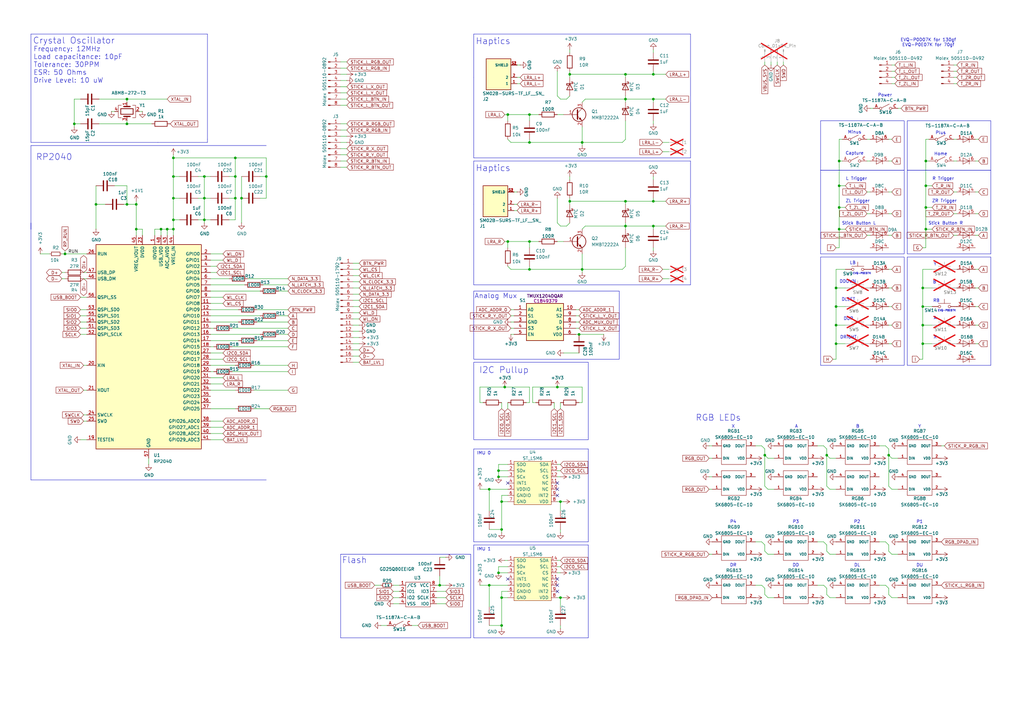
<source format=kicad_sch>
(kicad_sch (version 20231120) (generator "eeschema") (generator_version "8.0")
  (paper "A3")
  (junction (at 217.17 58.42))
  (junction (at 339.09 186.69))
  (junction (at 30.48 50.8))
  (junction (at 217.17 110.49))
  (junction (at 233.68 30.48))
  (junction (at 378.46 140.97))
  (junction (at 71.12 81.28))
  (junction (at 378.46 125.73))
  (junction (at 200.66 240.03))
  (junction (at 52.07 40.64))
  (junction (at 205.74 205.74))
  (junction (at 83.82 81.28))
  (junction (at 55.88 83.82))
  (junction (at 342.9 133.35))
  (junction (at 379.73 85.09))
  (junction (at 83.82 90.17))
  (junction (at 256.54 30.48))
  (junction (at 364.49 186.69))
  (junction (at 208.28 46.99))
  (junction (at 96.52 81.28))
  (junction (at 378.46 118.11))
  (junction (at 344.17 93.98))
  (junction (at 256.54 40.64))
  (junction (at 205.74 217.17))
  (junction (at 204.47 193.04))
  (junction (at 205.74 256.54))
  (junction (at 344.17 76.2))
  (junction (at 379.73 76.2))
  (junction (at 342.9 118.11))
  (junction (at 52.07 50.8))
  (junction (at 217.17 99.06))
  (junction (at 66.04 93.98))
  (junction (at 96.52 72.39))
  (junction (at 256.54 92.71))
  (junction (at 200.66 200.66))
  (junction (at 267.97 92.71))
  (junction (at 83.82 72.39))
  (junction (at 229.87 205.74))
  (junction (at 229.87 245.11))
  (junction (at 99.06 81.28))
  (junction (at 68.58 93.98))
  (junction (at 238.76 110.49))
  (junction (at 207.01 158.75))
  (junction (at 228.6 158.75))
  (junction (at 208.28 99.06))
  (junction (at 344.17 66.04))
  (junction (at 204.47 234.95))
  (junction (at 344.17 85.09))
  (junction (at 204.47 195.58))
  (junction (at 378.46 133.35))
  (junction (at 342.9 140.97))
  (junction (at 109.22 72.39))
  (junction (at 71.12 64.77))
  (junction (at 71.12 72.39))
  (junction (at 52.07 83.82))
  (junction (at 313.69 186.69))
  (junction (at 379.73 66.04))
  (junction (at 71.12 90.17))
  (junction (at 256.54 82.55))
  (junction (at 233.68 82.55))
  (junction (at 71.12 93.98))
  (junction (at 96.52 64.77))
  (junction (at 205.74 245.11))
  (junction (at 26.67 104.14))
  (junction (at 217.17 46.99))
  (junction (at 237.49 137.16))
  (junction (at 267.97 30.48))
  (junction (at 342.9 125.73))
  (junction (at 180.34 240.03))
  (junction (at 379.73 93.98))
  (junction (at 267.97 82.55))
  (junction (at 39.37 83.82))
  (junction (at 238.76 58.42))
  (junction (at 55.88 93.98))
  (junction (at 267.97 40.64))
  (no_connect (at 228.6 198.12))
  (no_connect (at 228.6 203.2))
  (no_connect (at 228.6 237.49))
  (no_connect (at 208.28 198.12))
  (no_connect (at 228.6 200.66))
  (no_connect (at 228.6 240.03))
  (no_connect (at 208.28 237.49))
  (no_connect (at 228.6 242.57))
  (wire (pts (xy 55.88 93.98) (xy 55.88 96.52)))
  (wire (pts (xy 147.32 115.57) (xy 144.78 115.57)))
  (wire (pts (xy 147.32 113.03) (xy 144.78 113.03)))
  (wire (pts (xy 86.36 139.7) (xy 97.79 139.7)))
  (wire (pts (xy 228.6 29.21) (xy 228.6 39.37)))
  (wire (pts (xy 200.66 217.17) (xy 205.74 217.17)))
  (wire (pts (xy 368.3 200.66) (xy 365.76 200.66)))
  (wire (pts (xy 86.36 149.86) (xy 96.52 149.86)))
  (wire (pts (xy 86.36 157.48) (xy 91.44 157.48)))
  (wire (pts (xy 392.43 29.21) (xy 391.16 29.21)))
  (wire (pts (xy 377.19 147.32) (xy 378.46 147.32)))
  (wire (pts (xy 147.32 123.19) (xy 144.78 123.19)))
  (wire (pts (xy 340.36 245.11) (xy 342.9 245.11)))
  (wire (pts (xy 71.12 93.98) (xy 71.12 96.52)))
  (wire (pts (xy 364.49 184.15) (xy 364.49 186.69)))
  (wire (pts (xy 73.66 72.39) (xy 71.12 72.39)))
  (wire (pts (xy 86.36 144.78) (xy 91.44 144.78)))
  (polyline (pts (xy 193.04 227.33) (xy 193.04 261.62)))
  (wire (pts (xy 344.17 93.98) (xy 344.17 101.6)))
  (wire (pts (xy 335.28 182.88) (xy 337.82 182.88)))
  (wire (pts (xy 217.17 57.15) (xy 217.17 58.42)))
  (wire (pts (xy 229.87 193.04) (xy 228.6 193.04)))
  (polyline (pts (xy 12.7 59.69) (xy 12.7 93.98)))
  (wire (pts (xy 316.23 26.67) (xy 316.23 25.4)))
  (wire (pts (xy 109.22 64.77) (xy 109.22 72.39)))
  (wire (pts (xy 365.76 87.63) (xy 364.49 87.63)))
  (wire (pts (xy 209.55 127) (xy 210.82 127)))
  (wire (pts (xy 378.46 133.35) (xy 378.46 140.97)))
  (wire (pts (xy 104.14 160.02) (xy 118.11 160.02)))
  (wire (pts (xy 339.09 184.15) (xy 339.09 186.69)))
  (wire (pts (xy 105.41 132.08) (xy 118.11 132.08)))
  (wire (pts (xy 52.07 40.64) (xy 68.58 40.64)))
  (wire (pts (xy 238.76 158.75) (xy 228.6 158.75)))
  (wire (pts (xy 364.49 241.3) (xy 364.49 243.84)))
  (wire (pts (xy 339.09 186.69) (xy 340.36 187.96)))
  (wire (pts (xy 367.03 34.29) (xy 365.76 34.29)))
  (wire (pts (xy 86.36 111.76) (xy 88.9 111.76)))
  (wire (pts (xy 68.58 93.98) (xy 68.58 96.52)))
  (wire (pts (xy 229.87 40.64) (xy 232.41 40.64)))
  (wire (pts (xy 267.97 29.21) (xy 267.97 30.48)))
  (wire (pts (xy 34.29 170.18) (xy 35.56 170.18)))
  (wire (pts (xy 40.64 40.64) (xy 52.07 40.64)))
  (wire (pts (xy 379.73 76.2) (xy 382.27 76.2)))
  (wire (pts (xy 313.69 186.69) (xy 313.69 199.39)))
  (wire (pts (xy 205.74 257.81) (xy 205.74 256.54)))
  (wire (pts (xy 71.12 64.77) (xy 71.12 72.39)))
  (wire (pts (xy 147.32 130.81) (xy 144.78 130.81)))
  (wire (pts (xy 26.67 114.3) (xy 25.4 114.3)))
  (wire (pts (xy 290.83 187.96) (xy 292.1 187.96)))
  (wire (pts (xy 401.32 66.04) (xy 400.05 66.04)))
  (wire (pts (xy 237.49 127) (xy 236.22 127)))
  (wire (pts (xy 401.32 133.35) (xy 400.05 133.35)))
  (wire (pts (xy 401.32 96.52) (xy 400.05 96.52)))
  (wire (pts (xy 229.87 229.87) (xy 228.6 229.87)))
  (wire (pts (xy 340.36 187.96) (xy 342.9 187.96)))
  (wire (pts (xy 267.97 92.71) (xy 267.97 93.98)))
  (wire (pts (xy 118.11 127) (xy 105.41 127)))
  (wire (pts (xy 256.54 82.55) (xy 267.97 82.55)))
  (wire (pts (xy 364.49 226.06) (xy 365.76 227.33)))
  (wire (pts (xy 95.25 142.24) (xy 118.11 142.24)))
  (wire (pts (xy 198.12 165.1) (xy 196.85 165.1)))
  (wire (pts (xy 205.74 245.11) (xy 205.74 256.54)))
  (wire (pts (xy 365.76 227.33) (xy 368.3 227.33)))
  (wire (pts (xy 83.82 81.28) (xy 86.36 81.28)))
  (wire (pts (xy 81.28 81.28) (xy 83.82 81.28)))
  (wire (pts (xy 142.24 38.1) (xy 139.7 38.1)))
  (wire (pts (xy 364.49 186.69) (xy 364.49 199.39)))
  (wire (pts (xy 30.48 50.8) (xy 30.48 52.07)))
  (wire (pts (xy 229.87 167.64) (xy 229.87 165.1)))
  (wire (pts (xy 205.74 205.74) (xy 208.28 205.74)))
  (wire (pts (xy 344.17 93.98) (xy 346.71 93.98)))
  (wire (pts (xy 237.49 132.08) (xy 236.22 132.08)))
  (wire (pts (xy 342.9 110.49) (xy 346.71 110.49)))
  (wire (pts (xy 86.36 152.4) (xy 87.63 152.4)))
  (wire (pts (xy 45.72 45.72) (xy 46.99 45.72)))
  (wire (pts (xy 364.49 223.52) (xy 364.49 226.06)))
  (wire (pts (xy 256.54 39.37) (xy 256.54 40.64)))
  (wire (pts (xy 363.22 182.88) (xy 364.49 184.15)))
  (wire (pts (xy 217.17 110.49) (xy 238.76 110.49)))
  (wire (pts (xy 196.85 240.03) (xy 200.66 240.03)))
  (wire (pts (xy 365.76 140.97) (xy 364.49 140.97)))
  (wire (pts (xy 43.18 83.82) (xy 39.37 83.82)))
  (wire (pts (xy 356.87 96.52) (xy 355.6 96.52)))
  (wire (pts (xy 33.02 134.62) (xy 35.56 134.62)))
  (wire (pts (xy 139.7 43.18) (xy 142.24 43.18)))
  (wire (pts (xy 33.02 127) (xy 35.56 127)))
  (wire (pts (xy 256.54 57.15) (xy 255.27 58.42)))
  (wire (pts (xy 71.12 90.17) (xy 73.66 90.17)))
  (wire (pts (xy 95.25 152.4) (xy 118.11 152.4)))
  (wire (pts (xy 16.51 104.14) (xy 20.32 104.14)))
  (wire (pts (xy 344.17 57.15) (xy 345.44 57.15)))
  (wire (pts (xy 209.55 132.08) (xy 210.82 132.08)))
  (wire (pts (xy 364.49 243.84) (xy 365.76 245.11)))
  (wire (pts (xy 86.36 127) (xy 97.79 127)))
  (wire (pts (xy 238.76 110.49) (xy 255.27 110.49)))
  (wire (pts (xy 378.46 101.6) (xy 379.73 101.6)))
  (wire (pts (xy 52.07 50.8) (xy 62.23 50.8)))
  (wire (pts (xy 344.17 66.04) (xy 344.17 76.2)))
  (wire (pts (xy 81.28 72.39) (xy 83.82 72.39)))
  (wire (pts (xy 256.54 40.64) (xy 267.97 40.64)))
  (wire (pts (xy 86.36 132.08) (xy 97.79 132.08)))
  (wire (pts (xy 309.88 222.25) (xy 312.42 222.25)))
  (wire (pts (xy 209.55 110.49) (xy 217.17 110.49)))
  (wire (pts (xy 378.46 140.97) (xy 382.27 140.97)))
  (wire (pts (xy 378.46 140.97) (xy 378.46 147.32)))
  (wire (pts (xy 142.24 27.94) (xy 139.7 27.94)))
  (wire (pts (xy 205.74 245.11) (xy 208.28 245.11)))
  (wire (pts (xy 378.46 110.49) (xy 382.27 110.49)))
  (wire (pts (xy 365.76 118.11) (xy 364.49 118.11)))
  (wire (pts (xy 93.98 81.28) (xy 96.52 81.28)))
  (wire (pts (xy 33.02 121.92) (xy 35.56 121.92)))
  (wire (pts (xy 365.76 245.11) (xy 368.3 245.11)))
  (wire (pts (xy 66.04 93.98) (xy 68.58 93.98)))
  (wire (pts (xy 256.54 101.6) (xy 256.54 109.22)))
  (wire (pts (xy 256.54 40.64) (xy 256.54 41.91)))
  (wire (pts (xy 256.54 92.71) (xy 256.54 93.98)))
  (wire (pts (xy 109.22 72.39) (xy 109.22 81.28)))
  (wire (pts (xy 340.36 227.33) (xy 342.9 227.33)))
  (wire (pts (xy 213.36 34.29) (xy 212.09 34.29)))
  (wire (pts (xy 290.83 227.33) (xy 292.1 227.33)))
  (wire (pts (xy 344.17 57.15) (xy 344.17 66.04)))
  (wire (pts (xy 156.21 256.54) (xy 158.75 256.54)))
  (wire (pts (xy 196.85 200.66) (xy 200.66 200.66)))
  (wire (pts (xy 33.02 129.54) (xy 35.56 129.54)))
  (wire (pts (xy 147.32 128.27) (xy 144.78 128.27)))
  (wire (pts (xy 106.68 81.28) (xy 109.22 81.28)))
  (wire (pts (xy 208.28 109.22) (xy 209.55 110.49)))
  (wire (pts (xy 26.67 102.87) (xy 26.67 104.14)))
  (wire (pts (xy 83.82 81.28) (xy 83.82 90.17)))
  (polyline (pts (xy 241.3 261.62) (xy 194.31 261.62)))
  (wire (pts (xy 153.67 240.03) (xy 156.21 240.03)))
  (wire (pts (xy 392.43 34.29) (xy 391.16 34.29)))
  (wire (pts (xy 213.36 26.67) (xy 212.09 26.67)))
  (wire (pts (xy 365.76 66.04) (xy 364.49 66.04)))
  (wire (pts (xy 378.46 118.11) (xy 378.46 110.49)))
  (wire (pts (xy 267.97 72.39) (xy 267.97 73.66)))
  (wire (pts (xy 228.6 245.11) (xy 229.87 245.11)))
  (wire (pts (xy 240.03 92.71) (xy 256.54 92.71)))
  (wire (pts (xy 360.68 240.03) (xy 363.22 240.03)))
  (wire (pts (xy 238.76 41.91) (xy 240.03 40.64)))
  (wire (pts (xy 209.55 134.62) (xy 210.82 134.62)))
  (wire (pts (xy 340.36 200.66) (xy 339.09 199.39)))
  (wire (pts (xy 267.97 101.6) (xy 267.97 102.87)))
  (wire (pts (xy 335.28 240.03) (xy 337.82 240.03)))
  (wire (pts (xy 204.47 232.41) (xy 204.47 234.95)))
  (wire (pts (xy 205.74 242.57) (xy 208.28 242.57)))
  (wire (pts (xy 179.07 240.03) (xy 180.34 240.03)))
  (wire (pts (xy 379.73 85.09) (xy 379.73 93.98)))
  (wire (pts (xy 86.36 109.22) (xy 88.9 109.22)))
  (wire (pts (xy 208.28 193.04) (xy 204.47 193.04)))
  (wire (pts (xy 142.24 53.34) (xy 139.7 53.34)))
  (wire (pts (xy 342.9 118.11) (xy 342.9 125.73)))
  (wire (pts (xy 256.54 82.55) (xy 256.54 83.82)))
  (polyline (pts (xy 12.7 91.44) (xy 12.7 196.85)))
  (wire (pts (xy 365.76 110.49) (xy 364.49 110.49)))
  (wire (pts (xy 26.67 104.14) (xy 35.56 104.14)))
  (wire (pts (xy 205.74 218.44) (xy 205.74 217.17)))
  (wire (pts (xy 147.32 146.05) (xy 144.78 146.05)))
  (wire (pts (xy 392.43 66.04) (xy 391.16 66.04)))
  (wire (pts (xy 233.68 91.44) (xy 232.41 92.71)))
  (wire (pts (xy 33.02 137.16) (xy 35.56 137.16)))
  (wire (pts (xy 196.85 158.75) (xy 207.01 158.75)))
  (wire (pts (xy 209.55 137.16) (xy 210.82 137.16)))
  (wire (pts (xy 378.46 118.11) (xy 378.46 125.73)))
  (wire (pts (xy 86.36 175.26) (xy 91.44 175.26)))
  (wire (pts (xy 147.32 125.73) (xy 144.78 125.73)))
  (wire (pts (xy 335.28 222.25) (xy 337.82 222.25)))
  (wire (pts (xy 356.87 57.15) (xy 355.6 57.15)))
  (wire (pts (xy 218.44 158.75) (xy 228.6 158.75)))
  (wire (pts (xy 379.73 76.2) (xy 379.73 85.09)))
  (wire (pts (xy 207.01 46.99) (xy 208.28 46.99)))
  (wire (pts (xy 237.49 137.16) (xy 236.22 137.16)))
  (wire (pts (xy 231.14 144.78) (xy 237.49 144.78)))
  (wire (pts (xy 86.36 134.62) (xy 87.63 134.62)))
  (wire (pts (xy 378.46 133.35) (xy 382.27 133.35)))
  (wire (pts (xy 267.97 81.28) (xy 267.97 82.55)))
  (polyline (pts (xy 241.3 222.25) (xy 194.31 222.25)))
  (wire (pts (xy 63.5 96.52) (xy 63.5 93.98)))
  (wire (pts (xy 271.78 114.3) (xy 274.32 114.3)))
  (wire (pts (xy 207.01 229.87) (xy 208.28 229.87)))
  (polyline (pts (xy 283.21 13.97) (xy 283.21 64.77)))
  (wire (pts (xy 379.73 93.98) (xy 379.73 101.6)))
  (wire (pts (xy 392.43 96.52) (xy 391.16 96.52)))
  (wire (pts (xy 66.04 93.98) (xy 66.04 96.52)))
  (wire (pts (xy 379.73 66.04) (xy 381 66.04)))
  (wire (pts (xy 205.74 203.2) (xy 208.28 203.2)))
  (wire (pts (xy 96.52 64.77) (xy 109.22 64.77)))
  (wire (pts (xy 313.69 186.69) (xy 314.96 187.96)))
  (wire (pts (xy 180.34 236.22) (xy 180.34 240.03)))
  (wire (pts (xy 142.24 55.88) (xy 139.7 55.88)))
  (wire (pts (xy 356.87 44.45) (xy 358.14 44.45)))
  (wire (pts (xy 392.43 57.15) (xy 391.16 57.15)))
  (wire (pts (xy 217.17 99.06) (xy 220.98 99.06)))
  (wire (pts (xy 26.67 111.76) (xy 25.4 111.76)))
  (wire (pts (xy 238.76 58.42) (xy 238.76 59.69)))
  (wire (pts (xy 217.17 165.1) (xy 217.17 158.75)))
  (wire (pts (xy 95.25 134.62) (xy 118.11 134.62)))
  (wire (pts (xy 86.36 147.32) (xy 91.44 147.32)))
  (wire (pts (xy 227.33 167.64) (xy 227.33 165.1)))
  (wire (pts (xy 256.54 30.48) (xy 267.97 30.48)))
  (wire (pts (xy 204.47 190.5) (xy 208.28 190.5)))
  (wire (pts (xy 71.12 72.39) (xy 71.12 81.28)))
  (wire (pts (xy 229.87 232.41) (xy 228.6 232.41)))
  (wire (pts (xy 83.82 72.39) (xy 83.82 81.28)))
  (wire (pts (xy 342.9 200.66) (xy 340.36 200.66)))
  (wire (pts (xy 208.28 46.99) (xy 217.17 46.99)))
  (wire (pts (xy 341.63 147.32) (xy 342.9 147.32)))
  (wire (pts (xy 83.82 90.17) (xy 81.28 90.17)))
  (wire (pts (xy 86.36 172.72) (xy 91.44 172.72)))
  (wire (pts (xy 313.69 223.52) (xy 313.69 226.06)))
  (wire (pts (xy 71.12 81.28) (xy 73.66 81.28)))
  (wire (pts (xy 25.4 104.14) (xy 26.67 104.14)))
  (wire (pts (xy 256.54 49.53) (xy 256.54 57.15)))
  (polyline (pts (xy 194.31 66.04) (xy 283.21 66.04)))
  (wire (pts (xy 142.24 60.96) (xy 139.7 60.96)))
  (wire (pts (xy 229.87 40.64) (xy 228.6 39.37)))
  (wire (pts (xy 180.34 240.03) (xy 182.88 240.03)))
  (wire (pts (xy 339.09 223.52) (xy 339.09 226.06)))
  (wire (pts (xy 355.6 78.74) (xy 356.87 78.74)))
  (wire (pts (xy 213.36 31.75) (xy 212.09 31.75)))
  (wire (pts (xy 229.87 205.74) (xy 231.14 205.74)))
  (wire (pts (xy 142.24 25.4) (xy 139.7 25.4)))
  (wire (pts (xy 114.3 137.16) (xy 118.11 137.16)))
  (wire (pts (xy 217.17 46.99) (xy 220.98 46.99)))
  (wire (pts (xy 365.76 78.74) (xy 364.49 78.74)))
  (wire (pts (xy 217.17 158.75) (xy 207.01 158.75)))
  (wire (pts (xy 210.82 78.74) (xy 212.09 78.74)))
  (wire (pts (xy 401.32 78.74) (xy 400.05 78.74)))
  (wire (pts (xy 57.15 45.72) (xy 58.42 45.72)))
  (wire (pts (xy 256.54 91.44) (xy 256.54 92.71)))
  (wire (pts (xy 86.36 154.94) (xy 91.44 154.94)))
  (wire (pts (xy 147.32 140.97) (xy 144.78 140.97)))
  (wire (pts (xy 290.83 200.66) (xy 292.1 200.66)))
  (wire (pts (xy 365.76 57.15) (xy 364.49 57.15)))
  (wire (pts (xy 378.46 125.73) (xy 382.27 125.73)))
  (wire (pts (xy 342.9 140.97) (xy 342.9 147.32)))
  (wire (pts (xy 228.6 99.06) (xy 231.14 99.06)))
  (polyline (pts (xy 194.31 83.82) (xy 194.31 116.84)))
  (wire (pts (xy 344.17 76.2) (xy 346.71 76.2)))
  (wire (pts (xy 379.73 57.15) (xy 379.73 66.04)))
  (wire (pts (xy 68.58 93.98) (xy 71.12 93.98)))
  (wire (pts (xy 86.36 104.14) (xy 91.44 104.14)))
  (wire (pts (xy 392.43 87.63) (xy 391.16 87.63)))
  (wire (pts (xy 314.96 187.96) (xy 317.5 187.96)))
  (wire (pts (xy 313.69 26.67) (xy 313.69 25.4)))
  (wire (pts (xy 267.97 49.53) (xy 267.97 50.8)))
  (wire (pts (xy 71.12 81.28) (xy 71.12 90.17)))
  (wire (pts (xy 52.07 41.91) (xy 52.07 40.64)))
  (wire (pts (xy 387.35 182.88) (xy 386.08 182.88)))
  (polyline (pts (xy 193.04 261.62) (xy 139.7 261.62)))
  (wire (pts (xy 344.17 85.09) (xy 346.71 85.09)))
  (polyline (pts (xy 194.31 13.97) (xy 283.21 13.97)))
  (wire (pts (xy 314.96 245.11) (xy 317.5 245.11)))
  (wire (pts (xy 142.24 50.8) (xy 139.7 50.8)))
  (wire (pts (xy 147.32 143.51) (xy 144.78 143.51)))
  (wire (pts (xy 142.24 40.64) (xy 139.7 40.64)))
  (wire (pts (xy 229.87 256.54) (xy 229.87 257.81)))
  (wire (pts (xy 238.76 165.1) (xy 238.76 158.75)))
  (wire (pts (xy 238.76 58.42) (xy 255.27 58.42)))
  (wire (pts (xy 267.97 92.71) (xy 273.05 92.71)))
  (wire (pts (xy 179.07 247.65) (xy 182.88 247.65)))
  (wire (pts (xy 339.09 243.84) (xy 340.36 245.11)))
  (wire (pts (xy 229.87 92.71) (xy 232.41 92.71)))
  (wire (pts (xy 208.28 99.06) (xy 208.28 101.6)))
  (wire (pts (xy 161.29 240.03) (xy 163.83 240.03)))
  (wire (pts (xy 86.36 129.54) (xy 106.68 129.54)))
  (wire (pts (xy 367.03 31.75) (xy 365.76 31.75)))
  (wire (pts (xy 233.68 39.37) (xy 232.41 40.64)))
  (wire (pts (xy 342.9 110.49) (xy 342.9 118.11)))
  (wire (pts (xy 35.56 114.3) (xy 34.29 114.3)))
  (wire (pts (xy 142.24 33.02) (xy 139.7 33.02)))
  (wire (pts (xy 313.69 243.84) (xy 314.96 245.11)))
  (wire (pts (xy 204.47 234.95) (xy 208.28 234.95)))
  (wire (pts (xy 33.02 50.8) (xy 30.48 50.8)))
  (wire (pts (xy 210.82 83.82) (xy 212.09 83.82)))
  (wire (pts (xy 179.07 242.57) (xy 182.88 242.57)))
  (wire (pts (xy 290.83 195.58) (xy 292.1 195.58)))
  (wire (pts (xy 233.68 30.48) (xy 233.68 31.75)))
  (wire (pts (xy 339.09 186.69) (xy 339.09 199.39)))
  (wire (pts (xy 147.32 110.49) (xy 144.78 110.49)))
  (wire (pts (xy 35.56 160.02) (xy 34.29 160.02)))
  (wire (pts (xy 39.37 76.2) (xy 39.37 83.82)))
  (wire (pts (xy 228.6 81.28) (xy 228.6 91.44)))
  (polyline (pts (xy 194.31 184.15) (xy 241.3 184.15)))
  (wire (pts (xy 52.07 49.53) (xy 52.07 50.8)))
  (wire (pts (xy 205.74 205.74) (xy 205.74 217.17)))
  (wire (pts (xy 114.3 129.54) (xy 118.11 129.54)))
  (wire (pts (xy 147.32 135.89) (xy 144.78 135.89)))
  (wire (pts (xy 401.32 125.73) (xy 400.05 125.73)))
  (polyline (pts (xy 283.21 64.77) (xy 194.31 64.77)))
  (wire (pts (xy 267.97 20.32) (xy 267.97 21.59)))
  (wire (pts (xy 238.76 93.98) (xy 240.03 92.71)))
  (wire (pts (xy 313.69 241.3) (xy 313.69 243.84)))
  (wire (pts (xy 106.68 72.39) (xy 109.22 72.39)))
  (wire (pts (xy 161.29 242.57) (xy 163.83 242.57)))
  (wire (pts (xy 168.91 256.54) (xy 171.45 256.54)))
  (wire (pts (xy 55.88 82.55) (xy 55.88 83.82)))
  (wire (pts (xy 238.76 52.07) (xy 238.76 58.42)))
  (wire (pts (xy 365.76 133.35) (xy 364.49 133.35)))
  (wire (pts (xy 238.76 104.14) (xy 238.76 110.49)))
  (wire (pts (xy 86.36 106.68) (xy 91.44 106.68)))
  (wire (pts (xy 360.68 182.88) (xy 363.22 182.88)))
  (polyline (pts (xy 12.7 93.98) (xy 12.7 93.98)))
  (wire (pts (xy 208.28 57.15) (xy 209.55 58.42)))
  (wire (pts (xy 314.96 200.66) (xy 313.69 199.39)))
  (wire (pts (xy 318.77 26.67) (xy 318.77 25.4)))
  (wire (pts (xy 312.42 222.25) (xy 313.69 223.52)))
  (wire (pts (xy 33.02 132.08) (xy 35.56 132.08)))
  (wire (pts (xy 179.07 245.11) (xy 182.88 245.11)))
  (wire (pts (xy 313.69 184.15) (xy 313.69 186.69)))
  (wire (pts (xy 208.28 232.41) (xy 204.47 232.41)))
  (wire (pts (xy 205.74 242.57) (xy 205.74 245.11)))
  (wire (pts (xy 339.09 226.06) (xy 340.36 227.33)))
  (wire (pts (xy 337.82 240.03) (xy 339.09 241.3)))
  (wire (pts (xy 367.03 29.21) (xy 365.76 29.21)))
  (wire (pts (xy 228.6 46.99) (xy 231.14 46.99)))
  (wire (pts (xy 200.66 240.03) (xy 208.28 240.03)))
  (wire (pts (xy 229.87 190.5) (xy 228.6 190.5)))
  (wire (pts (xy 110.49 167.64) (xy 104.14 167.64)))
  (wire (pts (xy 35.56 111.76) (xy 34.29 111.76)))
  (wire (pts (xy 96.52 90.17) (xy 93.98 90.17)))
  (wire (pts (xy 200.66 200.66) (xy 208.28 200.66)))
  (wire (pts (xy 50.8 83.82) (xy 52.07 83.82)))
  (wire (pts (xy 233.68 29.21) (xy 233.68 30.48)))
  (wire (pts (xy 256.54 92.71) (xy 267.97 92.71)))
  (wire (pts (xy 217.17 109.22) (xy 217.17 110.49)))
  (polyline (pts (xy 194.31 223.52) (xy 194.31 261.62)))
  (wire (pts (xy 99.06 72.39) (xy 99.06 81.28)))
  (polyline (pts (xy 283.21 66.04) (xy 283.21 116.84)))
  (wire (pts (xy 229.87 234.95) (xy 228.6 234.95)))
  (polyline (pts (xy 241.3 184.15) (xy 241.3 222.25)))
  (wire (pts (xy 228.6 205.74) (xy 229.87 205.74)))
  (wire (pts (xy 309.88 240.03) (xy 312.42 240.03)))
  (wire (pts (xy 83.82 90.17) (xy 86.36 90.17)))
  (wire (pts (xy 237.49 134.62) (xy 236.22 134.62)))
  (wire (pts (xy 401.32 118.11) (xy 400.05 118.11)))
  (polyline (pts (xy 85.09 57.15) (xy 85.09 58.42)))
  (wire (pts (xy 233.68 82.55) (xy 256.54 82.55)))
  (wire (pts (xy 237.49 129.54) (xy 236.22 129.54)))
  (wire (pts (xy 312.42 182.88) (xy 313.69 184.15)))
  (wire (pts (xy 180.34 228.6) (xy 182.88 228.6)))
  (wire (pts (xy 344.17 76.2) (xy 344.17 85.09)))
  (wire (pts (xy 147.32 148.59) (xy 144.78 148.59)))
  (wire (pts (xy 58.42 93.98) (xy 58.42 96.52)))
  (wire (pts (xy 86.36 119.38) (xy 106.68 119.38)))
  (wire (pts (xy 267.97 30.48) (xy 273.05 30.48)))
  (wire (pts (xy 317.5 200.66) (xy 314.96 200.66)))
  (wire (pts (xy 161.29 245.11) (xy 163.83 245.11)))
  (wire (pts (xy 217.17 58.42) (xy 238.76 58.42)))
  (wire (pts (xy 147.32 138.43) (xy 144.78 138.43)))
  (wire (pts (xy 118.11 116.84) (xy 107.95 116.84)))
  (wire (pts (xy 96.52 72.39) (xy 96.52 81.28)))
  (wire (pts (xy 356.87 66.04) (xy 355.6 66.04)))
  (wire (pts (xy 392.43 78.74) (xy 391.16 78.74)))
  (wire (pts (xy 208.28 46.99) (xy 208.28 49.53)))
  (wire (pts (xy 161.29 247.65) (xy 163.83 247.65)))
  (wire (pts (xy 309.88 182.88) (xy 312.42 182.88)))
  (wire (pts (xy 392.43 31.75) (xy 391.16 31.75)))
  (wire (pts (xy 34.29 172.72) (xy 35.56 172.72)))
  (wire (pts (xy 233.68 82.55) (xy 233.68 83.82)))
  (polyline (pts (xy 139.7 227.33) (xy 193.04 227.33)))
  (polyline (pts (xy 194.31 31.75) (xy 194.31 13.97)))
  (wire (pts (xy 118.11 119.38) (xy 114.3 119.38)))
  (wire (pts (xy 367.03 26.67) (xy 365.76 26.67)))
  (wire (pts (xy 321.31 26.67) (xy 321.31 25.4)))
  (wire (pts (xy 52.07 83.82) (xy 55.88 83.82)))
  (polyline (pts (xy 283.21 116.84) (xy 194.31 116.84)))
  (wire (pts (xy 210.82 86.36) (xy 212.09 86.36)))
  (wire (pts (xy 142.24 63.5) (xy 139.7 63.5)))
  (polyline (pts (xy 12.7 13.97) (xy 85.09 13.97)))
  (wire (pts (xy 218.44 165.1) (xy 218.44 158.75)))
  (wire (pts (xy 238.76 110.49) (xy 238.76 111.76)))
  (wire (pts (xy 229.87 245.11) (xy 229.87 248.92)))
  (wire (pts (xy 363.22 222.25) (xy 364.49 223.52)))
  (polyline (pts (xy 12.7 13.97) (xy 12.7 58.42)))
  (wire (pts (xy 40.64 50.8) (xy 52.07 50.8)))
  (wire (pts (xy 379.73 66.04) (xy 379.73 76.2)))
  (wire (pts (xy 356.87 87.63) (xy 355.6 87.63)))
  (wire (pts (xy 233.68 72.39) (xy 233.68 73.66)))
  (wire (pts (xy 86.36 137.16) (xy 106.68 137.16)))
  (wire (pts (xy 86.36 160.02) (xy 96.52 160.02)))
  (wire (pts (xy 147.32 118.11) (xy 144.78 118.11)))
  (polyline (pts (xy 12.7 196.85) (xy 109.22 196.85)))
  (wire (pts (xy 363.22 240.03) (xy 364.49 241.3)))
  (wire (pts (xy 229.87 217.17) (xy 229.87 218.44)))
  (wire (pts (xy 342.9 125.73) (xy 346.71 125.73)))
  (wire (pts (xy 219.71 165.1) (xy 218.44 165.1)))
  (wire (pts (xy 256.54 109.22) (xy 255.27 110.49)))
  (wire (pts (xy 369.57 44.45) (xy 368.3 44.45)))
  (wire (pts (xy 96.52 64.77) (xy 96.52 72.39)))
  (wire (pts (xy 86.36 124.46) (xy 91.44 124.46)))
  (wire (pts (xy 204.47 190.5) (xy 204.47 193.04)))
  (polyline (pts (xy 194.31 83.82) (xy 194.31 66.04)))
  (wire (pts (xy 139.7 68.58) (xy 142.24 68.58)))
  (wire (pts (xy 55.88 93.98) (xy 58.42 93.98)))
  (wire (pts (xy 209.55 129.54) (xy 210.82 129.54)))
  (wire (pts (xy 204.47 193.04) (xy 204.47 195.58)))
  (wire (pts (xy 104.14 149.86) (xy 118.11 149.86)))
  (wire (pts (xy 267.97 40.64) (xy 267.97 41.91)))
  (wire (pts (xy 401.32 110.49) (xy 400.05 110.49)))
  (wire (pts (xy 34.29 149.86) (xy 35.56 149.86)))
  (wire (pts (xy 247.65 137.16) (xy 237.49 137.16)))
  (wire (pts (xy 342.9 140.97) (xy 346.71 140.97)))
  (wire (pts (xy 240.03 40.64) (xy 256.54 40.64)))
  (wire (pts (xy 364.49 186.69) (xy 365.76 187.96)))
  (wire (pts (xy 339.09 241.3) (xy 339.09 243.84)))
  (wire (pts (xy 342.9 133.35) (xy 346.71 133.35)))
  (wire (pts (xy 365.76 200.66) (xy 364.49 199.39)))
  (wire (pts (xy 96.52 167.64) (xy 86.36 167.64)))
  (wire (pts (xy 207.01 99.06) (xy 208.28 99.06)))
  (wire (pts (xy 337.82 222.25) (xy 339.09 223.52)))
  (wire (pts (xy 337.82 182.88) (xy 339.09 184.15)))
  (wire (pts (xy 342.9 118.11) (xy 346.71 118.11)))
  (wire (pts (xy 290.83 182.88) (xy 292.1 182.88)))
  (wire (pts (xy 217.17 99.06) (xy 217.17 101.6)))
  (wire (pts (xy 312.42 240.03) (xy 313.69 241.3)))
  (wire (pts (xy 147.32 133.35) (xy 144.78 133.35)))
  (wire (pts (xy 46.99 76.2) (xy 52.07 76.2)))
  (wire (pts (xy 233.68 20.32) (xy 233.68 21.59)))
  (wire (pts (xy 209.55 58.42) (xy 217.17 58.42)))
  (wire (pts (xy 142.24 35.56) (xy 139.7 35.56)))
  (wire (pts (xy 229.87 205.74) (xy 229.87 209.55)))
  (wire (pts (xy 229.87 245.11) (xy 231.14 245.11)))
  (wire (pts (xy 217.17 46.99) (xy 217.17 49.53)))
  (wire (pts (xy 83.82 90.17) (xy 83.82 91.44)))
  (wire (pts (xy 30.48 40.64) (xy 30.48 50.8)))
  (wire (pts (xy 142.24 58.42) (xy 139.7 58.42)))
  (wire (pts (xy 392.43 26.67) (xy 391.16 26.67)))
  (wire (pts (xy 379.73 57.15) (xy 381 57.15)))
  (polyline (pts (xy 194.31 31.75) (xy 194.31 64.77)))
  (wire (pts (xy 52.07 76.2) (xy 52.07 83.82)))
  (wire (pts (xy 63.5 93.98) (xy 66.04 93.98)))
  (wire (pts (xy 205.74 167.64) (xy 205.74 165.1)))
  (wire (pts (xy 93.98 72.39) (xy 96.52 72.39)))
  (wire (pts (xy 200.66 209.55) (xy 200.66 200.66)))
  (wire (pts (xy 86.36 177.8) (xy 91.44 177.8)))
  (wire (pts (xy 271.78 58.42) (xy 274.32 58.42)))
  (wire (pts (xy 71.12 90.17) (xy 71.12 93.98)))
  (wire (pts (xy 39.37 83.82) (xy 39.37 93.98)))
  (wire (pts (xy 342.9 125.73) (xy 342.9 133.35)))
  (wire (pts (xy 271.78 110.49) (xy 274.32 110.49)))
  (wire (pts (xy 342.9 133.35) (xy 342.9 140.97)))
  (wire (pts (xy 71.12 63.5) (xy 71.12 64.77)))
  (wire (pts (xy 196.85 165.1) (xy 196.85 158.75)))
  (wire (pts (xy 360.68 222.25) (xy 363.22 222.25)))
  (wire (pts (xy 99.06 81.28) (xy 99.06 91.44)))
  (wire (pts (xy 342.9 101.6) (xy 344.17 101.6)))
  (wire (pts (xy 96.52 81.28) (xy 96.52 90.17)))
  (wire (pts (xy 233.68 30.48) (xy 256.54 30.48)))
  (wire (pts (xy 401.32 140.97) (xy 400.05 140.97)))
  (wire (pts (xy 229.87 195.58) (xy 228.6 195.58)))
  (wire (pts (xy 142.24 30.48) (xy 139.7 30.48)))
  (polyline (pts (xy 64.77 58.42) (xy 12.7 58.42)))
  (polyline (pts (xy 109.22 59.69) (xy 12.7 59.69)))
  (wire (pts (xy 256.54 30.48) (xy 256.54 31.75)))
  (wire (pts (xy 267.97 82.55) (xy 273.05 82.55)))
  (wire (pts (xy 86.36 114.3) (xy 93.98 114.3)))
  (wire (pts (xy 271.78 62.23) (xy 274.32 62.23)))
  (wire (pts (xy 344.17 85.09) (xy 344.17 93.98)))
  (wire (pts (xy 200.66 256.54) (xy 205.74 256.54)))
  (wire (pts (xy 401.32 87.63) (xy 400.05 87.63)))
  (wire (pts (xy 215.9 165.1) (xy 217.17 165.1)))
  (wire (pts (xy 33.02 40.64) (xy 30.48 40.64)))
  (wire (pts (xy 200.66 248.92) (xy 200.66 240.03)))
  (wire (pts (xy 378.46 118.11) (xy 382.27 118.11)))
  (wire (pts (xy 314.96 227.33) (xy 317.5 227.33)))
  (polyline (pts (xy 194.31 184.15) (xy 194.31 222.25)))
  (wire (pts (xy 233.68 81.28) (xy 233.68 82.55)))
  (wire (pts (xy 60.96 187.96) (xy 60.96 190.5)))
  (wire (pts (xy 379.73 93.98) (xy 382.27 93.98)))
  (wire (pts (xy 365.76 125.73) (xy 364.49 125.73)))
  (wire (pts (xy 147.32 107.95) (xy 144.78 107.95)))
  (wire (pts (xy 147.32 120.65) (xy 144.78 120.65)))
  (wire (pts (xy 401.32 57.15) (xy 400.05 57.15)))
  (wire (pts (xy 365.76 187.96) (xy 368.3 187.96)))
  (wire (pts (xy 379.73 85.09) (xy 382.27 85.09)))
  (polyline (pts (xy 139.7 227.33) (xy 139.7 261.62)))
  (wire (pts (xy 229.87 92.71) (xy 228.6 91.44)))
  (wire (pts (xy 378.46 125.73) (xy 378.46 133.35)))
  (polyline (pts (xy 194.31 223.52) (xy 241.3 223.52)))
  (polyline (pts (xy 64.77 58.42) (xy 85.09 58.42)))
  (wire (pts (xy 142.24 66.04) (xy 139.7 66.04)))
  (wire (pts (xy 344.17 66.04) (xy 345.44 66.04)))
  (wire (pts (xy 33.02 180.34) (xy 35.56 180.34)))
  (wire (pts (xy 86.36 142.24) (xy 87.63 142.24)))
  (wire (pts (xy 86.36 116.84) (xy 100.33 116.84)))
  (wire (pts (xy 96.52 64.77) (xy 71.12 64.77)))
  (wire (pts (xy 267.97 40.64) (xy 273.05 40.64)))
  (wire (pts (xy 118.11 114.3) (xy 101.6 114.3)))
  (wire (pts (xy 208.28 99.06) (xy 217.17 99.06)))
  (wire (pts (xy 55.88 83.82) (xy 55.88 93.98)))
  (polyline (pts (xy 241.3 223.52) (xy 241.3 261.62)))
  (wire (pts (xy 86.36 180.34) (xy 91.44 180.34)))
  (wire (pts (xy 83.82 72.39) (xy 86.36 72.39)))
  (wire (pts (xy 237.49 165.1) (xy 238.76 165.1)))
  (wire (pts (xy 204.47 195.58) (xy 208.28 195.58)))
  (wire (pts (xy 86.36 121.92) (xy 91.44 121.92)))
  (wire (pts (xy 105.41 139.7) (xy 118.11 139.7)))
  (wire (pts (xy 208.28 167.64) (xy 208.28 165.1)))
  (wire (pts (xy 313.69 226.06) (xy 314.96 227.33)))
  (polyline (pts (xy 85.09 13.97) (xy 85.09 57.15)))
  (wire (pts (xy 365.76 96.52) (xy 364.49 96.52)))
  (wire (pts (xy 205.74 203.2) (xy 205.74 205.74)))
  (rectangle (start 194.31 119.38) (end 254 147.32))
  (rectangle (start 372.11 49.53) (end 406.4 69.85))
  (rectangle (start 194.31 148.59) (end 241.3 180.34))
  (rectangle (start 372.11 69.85) (end 406.4 104.14))
  (rectangle (start 336.55 69.85) (end 370.84 104.14))
  (rectangle (start 336.55 105.41) (end 370.84 149.86))
  (rectangle (start 336.55 49.53) (end 370.84 69.85))
  (rectangle (start 372.11 105.41) (end 406.4 149.86))
  (text "X" (at 300.736 175.006 0) (effects (font (size 1.27 1.27))))
  (text "R Trigger" (at 386.842 73.406 0) (effects (font (size 1.27 1.27))))
  (text "Stick Button R" (at 387.858 91.694 0) (effects (font (size 1.27 1.27))))
  (text "Power" (at 362.966 39.116 0) (effects (font (size 1.27 1.27))))
  (text "EVQ-P0E07K" (at 353.568 112.268 0) (effects (font (size 0.75 0.75))))
  (text "DL" (at 351.536 231.902 0) (effects (font (size 1.27 1.27))))
  (text "P2" (at 351.536 214.122 0) (effects (font (size 1.27 1.27))))
  (text "DU" (at 377.19 231.902 0) (effects (font (size 1.27 1.27))))
  (text "P4" (at 300.736 214.122 0) (effects (font (size 1.27 1.27))))
  (text "Analog Mux" (at 212.09 122.682 0) (effects (font (size 2.0066 2.0066)) (justify right bottom)))
  (text "LB" (at 349.758 107.95 0) (effects (font (size 1.27 1.27))))
  (text "RP2040" (at 14.732 66.04 0) (effects (font (size 2.54 2.54)) (justify left bottom)))
  (text "Haptics\n" (at 195.072 70.612 0) (effects (font (size 2.54 2.54)) (justify left bottom)))
  (text "RGB LEDs" (at 285.242 172.974 0) (effects (font (size 2.54 2.54)) (justify left bottom)))
  (text "X" (at 383.54 138.43 0) (effects (font (size 1.27 1.27))))
  (text "A" (at 383.54 130.556 0) (effects (font (size 1.27 1.27))))
  (text "DDOWN" (at 347.726 115.57 0) (effects (font (size 1.27 1.27))))
  (text "Crystal Oscillator" (at 13.462 18.288 0) (effects (font (size 2.54 2.54)) (justify left bottom)))
  (text "EVQ-P0D07K for 130gf\nEVQ-P0E07K for 70gf" (at 380.746 17.526 0) (effects (font (size 1.27 1.27))))
  (text "DRIGHT" (at 347.98 138.43 0) (effects (font (size 1.27 1.27))))
  (text "Haptics\n" (at 195.072 18.542 0) (effects (font (size 2.54 2.54)) (justify left bottom)))
  (text "P1" (at 377.19 214.122 0) (effects (font (size 1.27 1.27))))
  (text "IMU 1" (at 195.58 226.06 0) (effects (font (size 1.27 1.27)) (justify left bottom)))
  (text "B" (at 351.79 175.006 0) (effects (font (size 1.27 1.27))))
  (text "Flash" (at 140.208 231.394 0) (effects (font (size 2.54 2.54)) (justify left bottom)))
  (text "ZR Trigger" (at 387.35 82.55 0) (effects (font (size 1.27 1.27))))
  (text "A" (at 326.644 175.006 0) (effects (font (size 1.27 1.27))))
  (text "DUP" (at 347.98 130.81 0) (effects (font (size 1.27 1.27))))
  (text "IMU 0" (at 195.58 186.69 0) (effects (font (size 1.27 1.27)) (justify left bottom)))
  (text "Plus" (at 385.826 54.61 0) (effects (font (size 1.27 1.27))))
  (text "ZL Trigger" (at 351.79 82.55 0) (effects (font (size 1.27 1.27))))
  (text "RB" (at 384.048 123.444 0) (effects (font (size 1.27 1.27))))
  (text "EVQ-P0E07K" (at 388.366 127.508 0) (effects (font (size 0.75 0.75))))
  (text "DLEFT" (at 347.98 122.936 0) (effects (font (size 1.27 1.27))))
  (text "B" (at 383.286 115.824 0) (effects (font (size 1.27 1.27))))
  (text "Stick Button L" (at 352.298 91.694 0) (effects (font (size 1.27 1.27))))
  (text "I2C Pullup\n" (at 216.916 153.416 0) (effects (font (size 2.54 2.54)) (justify right bottom)))
  (text "Frequency: 12MHz\nLoad capacitance: 10pF\nTolerance: 30PPM\nESR: 50 Ohms\nDrive Level: 10 uW" (at 13.716 34.29 0) (effects (font (size 2 2)) (justify left bottom)))
  (text "DR" (at 300.736 231.902 0) (effects (font (size 1.27 1.27))))
  (text "Y" (at 383.54 108.458 0) (effects (font (size 1.27 1.27))))
  (text "P3" (at 326.39 214.122 0) (effects (font (size 1.27 1.27))))
  (text "Minus" (at 350.52 54.356 0) (effects (font (size 1.27 1.27))))
  (text "Capture" (at 350.52 62.992 0) (effects (font (size 1.27 1.27))))
  (text "Home" (at 385.826 63.246 0) (effects (font (size 1.27 1.27))))
  (text "L Trigger" (at 351.282 73.406 0) (effects (font (size 1.27 1.27))))
  (text "Y" (at 377.19 175.006 0) (effects (font (size 1.27 1.27))))
  (text "DD" (at 326.39 231.902 0) (effects (font (size 1.27 1.27))))
  (label "RUN" (at 27.94 104.14 0))
  (global_label "LRA_R-" (shape input) (at 212.09 83.82 0) (property "Intersheetrefs" "${INTERSHEET_REFS}" (effects (hide yes))))
  (global_label "I2C1_SCL" (shape input) (at 147.32 123.19 0) (property "Intersheetrefs" "${INTERSHEET_REFS}" (effects (hide yes))))
  (global_label "H" (shape input) (at 341.63 147.32 180) (property "Intersheetrefs" "${INTERSHEET_REFS}" (effects (hide yes))))
  (global_label "STICK_R_RGB_OUT" (shape input) (at 290.83 227.33 180) (property "Intersheetrefs" "${INTERSHEET_REFS}" (effects (hide yes))))
  (global_label "N_DATA_3.3" (shape input) (at 147.32 120.65 0) (property "Intersheetrefs" "${INTERSHEET_REFS}" (effects (hide yes))))
  (global_label "SWCLK" (shape input) (at 34.29 170.18 180) (property "Intersheetrefs" "${INTERSHEET_REFS}" (effects (hide yes))))
  (global_label "SIO2" (shape input) (at 33.02 132.08 180) (property "Intersheetrefs" "${INTERSHEET_REFS}" (effects (hide yes))))
  (global_label "T_ZL_OUT" (shape input) (at 355.6 87.63 180) (property "Intersheetrefs" "${INTERSHEET_REFS}" (effects (hide yes))))
  (global_label "T_R_OUT" (shape input) (at 391.16 78.74 180) (property "Intersheetrefs" "${INTERSHEET_REFS}" (effects (hide yes))))
  (global_label "T_ZL_OUT" (shape input) (at 367.03 31.75 0) (property "Intersheetrefs" "${INTERSHEET_REFS}" (effects (hide yes))))
  (global_label "LRA_R+" (shape input) (at 212.09 86.36 0) (property "Intersheetrefs" "${INTERSHEET_REFS}" (effects (hide yes))))
  (global_label "RGB_OUT" (shape input) (at 290.83 200.66 180) (property "Intersheetrefs" "${INTERSHEET_REFS}" (effects (hide yes))))
  (global_label "E" (shape input) (at 365.76 140.97 0) (property "Intersheetrefs" "${INTERSHEET_REFS}" (effects (hide yes))))
  (global_label "N_CLOCK_3.3" (shape input) (at 147.32 115.57 0) (property "Intersheetrefs" "${INTERSHEET_REFS}" (effects (hide yes))))
  (global_label "D" (shape input) (at 401.32 87.63 0) (property "Intersheetrefs" "${INTERSHEET_REFS}" (effects (hide yes))))
  (global_label "B" (shape input) (at 118.11 132.08 0) (property "Intersheetrefs" "${INTERSHEET_REFS}" (effects (hide yes))))
  (global_label "VBUS_SYS" (shape input) (at 313.69 26.67 270) (property "Intersheetrefs" "${INTERSHEET_REFS}" (effects (hide yes))))
  (global_label "T_ZL_IN" (shape input) (at 346.71 85.09 0) (property "Intersheetrefs" "${INTERSHEET_REFS}" (effects (hide yes))))
  (global_label "C" (shape input) (at 118.11 134.62 0) (property "Intersheetrefs" "${INTERSHEET_REFS}" (effects (hide yes))))
  (global_label "SIO0" (shape input) (at 33.02 127 180) (property "Intersheetrefs" "${INTERSHEET_REFS}" (effects (hide yes))))
  (global_label "H" (shape input) (at 118.11 149.86 0) (property "Intersheetrefs" "${INTERSHEET_REFS}" (effects (hide yes))))
  (global_label "BAT_LVL" (shape input) (at 147.32 148.59 0) (property "Intersheetrefs" "${INTERSHEET_REFS}" (effects (hide yes))))
  (global_label "LRA_L+" (shape input) (at 271.78 62.23 180) (property "Intersheetrefs" "${INTERSHEET_REFS}" (effects (hide yes))))
  (global_label "LRA_L+" (shape input) (at 213.36 31.75 0) (property "Intersheetrefs" "${INTERSHEET_REFS}" (effects (hide yes))))
  (global_label "WL_CLK" (shape input) (at 147.32 113.03 0) (property "Intersheetrefs" "${INTERSHEET_REFS}" (effects (hide yes))))
  (global_label "T_R_IN" (shape input) (at 382.27 76.2 0) (property "Intersheetrefs" "${INTERSHEET_REFS}" (effects (hide yes))))
  (global_label "T_ZR_OUT" (shape input) (at 392.43 31.75 0) (property "Intersheetrefs" "${INTERSHEET_REFS}" (effects (hide yes))))
  (global_label "SIO0" (shape input) (at 182.88 247.65 0) (property "Intersheetrefs" "${INTERSHEET_REFS}" (effects (hide yes))))
  (global_label "SIO2" (shape input) (at 161.29 245.11 180) (property "Intersheetrefs" "${INTERSHEET_REFS}" (effects (hide yes))))
  (global_label "B" (shape input) (at 365.76 96.52 0) (property "Intersheetrefs" "${INTERSHEET_REFS}" (effects (hide yes))))
  (global_label "STICK_L_RGB_IN" (shape input) (at 386.08 240.03 0) (property "Intersheetrefs" "${INTERSHEET_REFS}" (effects (hide yes))))
  (global_label "G" (shape input) (at 118.11 160.02 0) (property "Intersheetrefs" "${INTERSHEET_REFS}" (effects (hide yes))))
  (global_label "I2C0_SDA" (shape input) (at 91.44 144.78 0) (property "Intersheetrefs" "${INTERSHEET_REFS}" (effects (hide yes))))
  (global_label "T_R_IN" (shape input) (at 392.43 26.67 0) (property "Intersheetrefs" "${INTERSHEET_REFS}" (effects (hide yes))))
  (global_label "T_L_OUT" (shape input) (at 355.6 78.74 180) (property "Intersheetrefs" "${INTERSHEET_REFS}" (effects (hide yes))))
  (global_label "A" (shape input) (at 118.11 129.54 0) (property "Intersheetrefs" "${INTERSHEET_REFS}" (effects (hide yes))))
  (global_label "F" (shape input) (at 118.11 142.24 0) (property "Intersheetrefs" "${INTERSHEET_REFS}" (effects (hide yes))))
  (global_label "STICK_L_BTN_IN" (shape input) (at 346.71 93.98 0) (property "Intersheetrefs" "${INTERSHEET_REFS}" (effects (hide yes))))
  (global_label "STICK_R_BTN_IN" (shape input) (at 142.24 66.04 0) (property "Intersheetrefs" "${INTERSHEET_REFS}" (effects (hide yes))))
  (global_label "I2C0_SCL" (shape input) (at 229.87 193.04 0) (property "Intersheetrefs" "${INTERSHEET_REFS}" (effects (hide yes))))
  (global_label "STICK_L_X_OUT" (shape input) (at 237.49 134.62 0) (property "Intersheetrefs" "${INTERSHEET_REFS}" (effects (hide yes))))
  (global_label "N_CLOCK_3.3" (shape input) (at 118.11 119.38 0) (property "Intersheetrefs" "${INTERSHEET_REFS}" (effects (hide yes))))
  (global_label "D-" (shape bidirectional) (at 25.4 114.3 180) (property "Intersheetrefs" "${INTERSHEET_REFS}" (effects (hide yes))))
  (global_label "I2C1_SDA" (shape input) (at 147.32 125.73 0) (property "Intersheetrefs" "${INTERSHEET_REFS}" (effects (hide yes))))
  (global_label "STICK_R_BTN_OUT" (shape input) (at 391.16 96.52 180) (property "Intersheetrefs" "${INTERSHEET_REFS}" (effects (hide yes))))
  (global_label "RP_RUN" (shape input) (at 26.67 102.87 90) (property "Intersheetrefs" "${INTERSHEET_REFS}" (effects (hide yes))))
  (global_label "STICK_L_X_OUT" (shape input) (at 142.24 35.56 0) (property "Intersheetrefs" "${INTERSHEET_REFS}" (effects (hide yes))))
  (global_label "G" (shape input) (at 378.46 101.6 180) (property "Intersheetrefs" "${INTERSHEET_REFS}" (effects (hide yes))))
  (global_label "T_ZR_OUT" (shape input) (at 391.16 87.63 180) (property "Intersheetrefs" "${INTERSHEET_REFS}" (effects (hide yes))))
  (global_label "STICK_L_BTN_OUT" (shape input) (at 142.24 43.18 0) (property "Intersheetrefs" "${INTERSHEET_REFS}" (effects (hide yes))))
  (global_label "WL_ON" (shape input) (at 91.44 104.14 0) (property "Intersheetrefs" "${INTERSHEET_REFS}" (effects (hide yes))))
  (global_label "D-" (shape bidirectional) (at 147.32 146.05 0) (property "Intersheetrefs" "${INTERSHEET_REFS}" (effects (hide yes))))
  (global_label "I2C0_SDA" (shape input) (at 229.87 229.87 0) (property "Intersheetrefs" "${INTERSHEET_REFS}" (effects (hide yes))))
  (global_label "T_L_OUT" (shape input) (at 367.03 29.21 0) (property "Intersheetrefs" "${INTERSHEET_REFS}" (effects (hide yes))))
  (global_label "I2C0_SCL" (shape input) (at 229.87 232.41 0) (property "Intersheetrefs" "${INTERSHEET_REFS}" (effects (hide yes))))
  (global_label "F" (shape input) (at 342.9 101.6 180) (property "Intersheetrefs" "${INTERSHEET_REFS}" (effects (hide yes))))
  (global_label "STICK_L_BTN_OUT" (shape input) (at 355.6 96.52 180) (property "Intersheetrefs" "${INTERSHEET_REFS}" (effects (hide yes))))
  (global_label "USB_BOOT" (shape input) (at 171.45 256.54 0) (property "Intersheetrefs" "${INTERSHEET_REFS}" (effects (hide yes))))
  (global_label "WL_CS" (shape input) (at 147.32 110.49 0) (property "Intersheetrefs" "${INTERSHEET_REFS}" (effects (hide yes))))
  (global_label "STICK_L_Y_OUT" (shape input) (at 237.49 129.54 0) (property "Intersheetrefs" "${INTERSHEET_REFS}" (effects (hide yes))))
  (global_label "C" (shape input) (at 401.32 78.74 0) (property "Intersheetrefs" "${INTERSHEET_REFS}" (effects (hide yes))))
  (global_label "LRA_L" (shape input) (at 91.44 154.94 0) (property "Intersheetrefs" "${INTERSHEET_REFS}" (effects (hide yes))))
  (global_label "E" (shape input) (at 365.76 57.15 0) (property "Intersheetrefs" "${INTERSHEET_REFS}" (effects (hide yes))))
  (global_label "STICK_R_BTN_OUT" (shape input) (at 142.24 68.58 0) (property "Intersheetrefs" "${INTERSHEET_REFS}" (effects (hide yes))))
  (global_label "C" (shape input) (at 401.32 125.73 0) (property "Intersheetrefs" "${INTERSHEET_REFS}" (effects (hide yes))))
  (global_label "A" (shape input) (at 401.32 110.49 0) (property "Intersheetrefs" "${INTERSHEET_REFS}" (effects (hide yes))))
  (global_label "STICK_L_BTN_IN" (shape input) (at 142.24 40.64 0) (property "Intersheetrefs" "${INTERSHEET_REFS}" (effects (hide yes))))
  (global_label "ADC_ADDR_0" (shape input) (at 91.44 172.72 0) (property "Intersheetrefs" "${INTERSHEET_REFS}" (effects (hide yes))))
  (global_label "DI+" (shape bidirectional) (at 34.29 111.76 90) (property "Intersheetrefs" "${INTERSHEET_REFS}" (effects (hide yes))))
  (global_label "STICK_R_Y_OUT" (shape input) (at 209.55 129.54 180) (property "Intersheetrefs" "${INTERSHEET_REFS}" (effects (hide yes))))
  (global_label "C" (shape input) (at 365.76 125.73 0) (property "Intersheetrefs" "${INTERSHEET_REFS}" (effects (hide yes))))
  (global_label "I" (shape input) (at 377.19 147.32 180) (property "Intersheetrefs" "${INTERSHEET_REFS}" (effects (hide yes))))
  (global_label "SIO1" (shape input) (at 33.02 129.54 180) (property "Intersheetrefs" "${INTERSHEET_REFS}" (effects (hide yes))))
  (global_label "XTAL_IN" (shape input) (at 68.58 40.64 0) (property "Intersheetrefs" "${INTERSHEET_REFS}" (effects (hide yes))))
  (global_label "LRA_R-" (shape input) (at 271.78 110.49 180) (property "Intersheetrefs" "${INTERSHEET_REFS}" (effects (hide yes))))
  (global_label "ADC_MUX_OUT" (shape input) (at 237.49 132.08 0) (property "Intersheetrefs" "${INTERSHEET_REFS}" (effects (hide yes))))
  (global_label "B" (shape input) (at 365.76 118.11 0) (property "Intersheetrefs" "${INTERSHEET_REFS}" (effects (hide yes))))
  (global_label "LRA_R+" (shape input) (at 271.78 114.3 180) (property "Intersheetrefs" "${INTERSHEET_REFS}" (effects (hide yes))))
  (global_label "RGB_DPAD_IN" (shape input) (at 292.1 245.11 180) (property "Intersheetrefs" "${INTERSHEET_REFS}" (effects (hide yes))))
  (global_label "N_LATCH_3.3" (shape input) (at 118.11 116.84 0) (property "Intersheetrefs" "${INTERSHEET_REFS}" (effects (hide yes))))
  (global_label "E" (shape input) (at 118.11 139.7 0) (property "Intersheetrefs" "${INTERSHEET_REFS}" (effects (hide yes))))
  (global_label "SWD" (shape input) (at 321.31 26.67 270) (property "Intersheetrefs" "${INTERSHEET_REFS}" (effects (hide yes))))
  (global_label "N_DATA_3.3" (shape input) (at 118.11 114.3 0) (property "Intersheetrefs" "${INTERSHEET_REFS}" (effects (hide yes))))
  (global_label "STICK_L_RGB_OUT" (shape input) (at 142.24 25.4 0) (property "Intersheetrefs" "${INTERSHEET_REFS}" (effects (hide yes))))
  (global_label "D" (shape input) (at 118.11 137.16 0) (property "Intersheetrefs" "${INTERSHEET_REFS}" (effects (hide yes))))
  (global_label "D+" (shape bidirectional) (at 147.32 143.51 0) (property "Intersheetrefs" "${INTERSHEET_REFS}" (effects (hide yes))))
  (global_label "STICK_L_RGB_IN" (shape input) (at 142.24 27.94 0) (property "Intersheetrefs" "${INTERSHEET_REFS}" (effects (hide yes))))
  (global_label "I" (shape input) (at 118.11 152.4 0) (property "Intersheetrefs" "${INTERSHEET_REFS}" (effects (hide yes))))
  (global_label "N_LATCH_3.3" (shape input) (at 147.32 118.11 0) (property "Intersheetrefs" "${INTERSHEET_REFS}" (effects (hide yes))))
  (global_label "WL_CLK" (shape input) (at 91.44 121.92 0) (property "Intersheetrefs" "${INTERSHEET_REFS}" (effects (hide yes))))
  (global_label "LRA_L" (shape input) (at 207.01 46.99 180) (property "Intersheetrefs" "${INTERSHEET_REFS}" (effects (hide yes))))
  (global_label "I2C0_SDA" (shape input) (at 229.87 190.5 0) (property "Intersheetrefs" "${INTERSHEET_REFS}" (effects (hide yes))))
  (global_label "STICK_R_X_OUT" (shape input) (at 209.55 134.62 180) (property "Intersheetrefs" "${INTERSHEET_REFS}" (effects (hide yes))))
  (global_label "ADC_ADDR_0" (shape input) (at 209.55 127 180) (property "Intersheetrefs" "${INTERSHEET_REFS}" (effects (hide yes))))
  (global_label "D+" (shape bidirectional) (at 25.4 111.76 180) (property "Intersheetrefs" "${INTERSHEET_REFS}" (effects (hide yes))))
  (global_label "T_L_IN" (shape input) (at 367.03 26.67 0) (property "Intersheetrefs" "${INTERSHEET_REFS}" (effects (hide yes))))
  (global_label "USB_BOOT" (shape input) (at 33.02 121.92 180) (property "Intersheetrefs" "${INTERSHEET_REFS}" (effects (hide yes))))
  (global_label "T_R_OUT" (shape input) (at 392.43 29.21 0) (property "Intersheetrefs" "${INTERSHEET_REFS}" (effects (hide yes))))
  (global_label "SWD" (shape input) (at 34.29 172.72 180) (property "Intersheetrefs" "${INTERSHEET_REFS}" (effects (hide yes))))
  (global_label "ADC_ADDR_1" (shape input) (at 237.49 127 0) (property "Intersheetrefs" "${INTERSHEET_REFS}" (effects (hide yes))))
  (global_label "T_L_IN" (shape input) (at 346.71 76.2 0) (property "Intersheetrefs" "${INTERSHEET_REFS}" (effects (hide yes))))
  (global_label "XTAL_IN" (shape input) (at 34.29 149.86 180) (property "Intersheetrefs" "${INTERSHEET_REFS}" (effects (hide yes))))
  (global_label "STICK_R_BTN_IN" (shape input) (at 382.27 93.98 0) (property "Intersheetrefs" "${INTERSHEET_REFS}" (effects (hide yes))))
  (global_label "D" (shape input) (at 365.76 87.63 0) (property "Intersheetrefs" "${INTERSHEET_REFS}" (effects (hide yes))))
  (global_label "C" (shape input) (at 365.76 78.74 0) (property "Intersheetrefs" "${INTERSHEET_REFS}" (effects (hide yes))))
  (global_label "SCLK" (shape input) (at 33.02 137.16 180) (property "Intersheetrefs" "${INTERSHEET_REFS}" (effects (hide yes))))
  (global_label "LRA_R+" (shape input) (at 273.05 82.55 0) (property "Intersheetrefs" "${INTERSHEET_REFS}" (effects (hide yes))))
  (global_label "LRA_L-" (shape input) (at 213.36 34.29 0) (property "Intersheetrefs" "${INTERSHEET_REFS}" (effects (hide yes))))
  (global_label "I2C1_SDA" (shape input) (at 229.87 167.64 270) (property "Intersheetrefs" "${INTERSHEET_REFS}" (effects (hide yes))))
  (global_label "A" (shape input) (at 365.76 66.04 0) (property "Intersheetrefs" "${INTERSHEET_REFS}" (effects (hide yes))))
  (global_label "B" (shape input) (at 401.32 118.11 0) (property "Intersheetrefs" "${INTERSHEET_REFS}" (effects (hide yes))))
  (global_label "RGB_OUT" (shape input) (at 110.49 167.64 0) (property "Intersheetrefs" "${INTERSHEET_REFS}" (effects (hide yes))))
  (global_label "A" (shape input) (at 365.76 110.49 0) (property "Intersheetrefs" "${INTERSHEET_REFS}" (effects (hide yes))))
  (global_label "WL_D" (shape input) (at 91.44 106.68 0) (property "Intersheetrefs" "${INTERSHEET_REFS}" (effects (hide yes))))
  (global_label "SCLK" (shape input) (at 182.88 245.11 0) (property "Intersheetrefs" "${INTERSHEET_REFS}" (effects (hide yes))))
  (global_label "STICK_R_RGB_OUT" (shape input) (at 142.24 50.8 0) (property "Intersheetrefs" "${INTERSHEET_REFS}" (effects (hide yes))))
  (global_label "E" (shape input) (at 401.32 57.15 0) (property "Intersheetrefs" "${INTERSHEET_REFS}" (effects (hide yes))))
  (global_label "WL_ON" (shape input) (at 147.32 130.81 0) (property "Intersheetrefs" "${INTERSHEET_REFS}" (effects (hide yes))))
  (global_label "XTAL_OUT" (shape input) (at 34.29 160.02 180) (property "Intersheetrefs" "${INTERSHEET_REFS}" (effects (hide yes))))
  (global_label "STICK_R_RGB_IN" (shape input) (at 387.35 182.88 0) (property "Intersheetrefs" "${INTERSHEET_REFS}" (effects (hide yes))))
  (global_label "B" (shape input) (at 401.32 66.04 0) (property "Intersheetrefs" "${INTERSHEET_REFS}" (effects (hide yes))))
  (global_label "SIO1" (shape input) (at 161.29 242.57 180) (property "Intersheetrefs" "${INTERSHEET_REFS}" (effects (hide yes))))
  (global_label "LRA_L+" (shape input) (at 273.05 30.48 0) (property "Intersheetrefs" "${INTERSHEET_REFS}" (effects (hide yes))))
  (global_label "LRA_L-" (shape input) (at 273.05 40.64 0) (property "Intersheetrefs" "${INTERSHEET_REFS}" (effects (hide yes))))
  (global_label "LRA_R-" (shape input) (at 273.05 92.71 0) (property "Intersheetrefs" "${INTERSHEET_REFS}" (effects (hide yes))))
  (global_label "WL_D" (shape input) (at 147.32 128.27 0) (property "Intersheetrefs" "${INTERSHEET_REFS}" (effects (hide yes))))
  (global_label "STICK_R_X_OUT" (shape input) (at 142.24 60.96 0) (property "Intersheetrefs" "${INTERSHEET_REFS}" (effects (hide yes))))
  (global_label "LRA_R" (shape input) (at 207.01 99.06 180) (property "Intersheetrefs" "${INTERSHEET_REFS}" (effects (hide yes))))
  (global_label "USB_BOOT" (shape input) (at 153.67 240.03 180) (property "Intersheetrefs" "${INTERSHEET_REFS}" (effects (hide yes))))
  (global_label "WL_CS" (shape input) (at 91.44 124.46 0) (property "Intersheetrefs" "${INTERSHEET_REFS}" (effects (hide yes))))
  (global_label "T_ZL_IN" (shape input) (at 367.03 34.29 0) (property "Intersheetrefs" "${INTERSHEET_REFS}" (effects (hide yes))))
  (global_label "D" (shape input) (at 401.32 133.35 0) (property "Intersheetrefs" "${INTERSHEET_REFS}" (effects (hide yes))))
  (global_label "SIO3" (shape input) (at 182.88 242.57 0) (property "Intersheetrefs" "${INTERSHEET_REFS}" (effects (hide yes))))
  (global_label "SWCLK" (shape input) (at 318.77 26.67 270) (property "Intersheetrefs" "${INTERSHEET_REFS}" (effects (hide yes))))
  (global_label "STICK_R_Y_OUT" (shape input) (at 142.24 63.5 0) (property "Intersheetrefs" "${INTERSHEET_REFS}" (effects (hide yes))))
  (global_label "A" (shape input) (at 401.32 96.52 0) (property "Intersheetrefs" "${INTERSHEET_REFS}" (effects (hide yes))))
  (global_label "BAT_LVL" (shape input) (at 91.44 180.34 0) (property "Intersheetrefs" "${INTERSHEET_REFS}" (effects (hide yes))))
  (global_label "T_ZR_IN" (shape input) (at 392.43 34.29 0) (property "Intersheetrefs" "${INTERSHEET_REFS}" (effects (hide yes))))
  (global_label "LRA_L-" (shape input) (at 271.78 58.42 180) (property "Intersheetrefs" "${INTERSHEET_REFS}" (effects (hide yes))))
  (global_label "I2C1_SCL" (shape input) (at 227.33 167.64 270) (property "Intersheetrefs" "${INTERSHEET_REFS}" (effects (hide yes))))
  (global_label "BTN_PWR" (shape input) (at 369.57 44.45 0) (property "Intersheetrefs" "${INTERSHEET_REFS}" (effects (hide yes))))
  (global_label "ADC_ADDR_1" (shape input) (at 91.44 175.26 0) (property "Intersheetrefs" "${INTERSHEET_REFS}" (effects (hide yes))))
  (global_label "BTN_PWR" (shape input) (at 147.32 107.95 0) (property "Intersheetrefs" "${INTERSHEET_REFS}" (effects (hide yes))))
  (global_label "RGB_OUT" (shape input) (at 290.83 187.96 180) (property "Intersheetrefs" "${INTERSHEET_REFS}" (effects (hide yes))))
  (global_label "STICK_L_Y_OUT" (shape input) (at 142.24 38.1 0) (property "Intersheetrefs" "${INTERSHEET_REFS}" (effects (hide yes))))
  (global_label "SIO3" (shape input) (at 33.02 134.62 180) (property "Intersheetrefs" "${INTERSHEET_REFS}" (effects (hide yes))))
  (global_label "BTN_PWR" (shape input) (at 118.11 127 0) (property "Intersheetrefs" "${INTERSHEET_REFS}" (effects (hide yes))))
  (global_label "LRA_R" (shape input) (at 91.44 157.48 0) (property "Intersheetrefs" "${INTERSHEET_REFS}" (effects (hide yes))))
  (global_label "RGB_DPAD_IN" (shape input) (at 386.08 222.25 0) (property "Intersheetrefs" "${INTERSHEET_REFS}" (effects (hide yes))))
  (global_label "I2C1_SCL" (shape input) (at 88.9 111.76 0) (property "Intersheetrefs" "${INTERSHEET_REFS}" (effects (hide yes))))
  (global_label "ADC_MUX_OUT" (shape input) (at 91.44 177.8 0) (property "Intersheetrefs" "${INTERSHEET_REFS}" (effects (hide yes))))
  (global_label "E" (shape input) (at 401.32 140.97 0) (property "Intersheetrefs" "${INTERSHEET_REFS}" (effects (hide yes))))
  (global_label "XTAL_OUT" (shape input) (at 69.85 50.8 0) (property "Intersheetrefs" "${INTERSHEET_REFS}" (effects (hide yes))))
  (global_label "I2C0_SDA" (shape input) (at 208.28 167.64 270) (property "Intersheetrefs" "${INTERSHEET_REFS}" (effects (hide yes))))
  (global_label "I2C1_SDA" (shape input) (at 88.9 109.22 0) (property "Intersheetrefs" "${INTERSHEET_REFS}" (effects (hide yes))))
  (global_label "DI-" (shape bidirectional) (at 34.29 114.3 270) (property "Intersheetrefs" "${INTERSHEET_REFS}" (effects (hide yes))))
  (global_label "I2C0_SCL" (shape input) (at 91.44 147.32 0) (property "Intersheetrefs" "${INTERSHEET_REFS}" (effects (hide yes))))
  (global_label "D" (shape input) (at 365.76 133.35 0) (property "Intersheetrefs" "${INTERSHEET_REFS}" (effects (hide yes))))
  (global_label "I2C0_SCL" (shape input) (at 205.74 167.64 270) (property "Intersheetrefs" "${INTERSHEET_REFS}" (effects (hide yes))))
  (global_label "T_ZR_IN" (shape input) (at 382.27 85.09 0) (property "Intersheetrefs" "${INTERSHEET_REFS}" (effects (hide yes))))
  (global_label "STICK_R_RGB_IN" (shape input) (at 142.24 53.34 0) (property "Intersheetrefs" "${INTERSHEET_REFS}" (effects (hide yes))))
  (symbol (lib_id "Device:C") (at 217.17 105.41 0) (unit 1)
    (property "Reference" "C10" (at 219.71 102.87 0) (effects (justify left)))
    (property "Value" "100nF" (at 219.71 105.41 0) (effects (justify left)))
    (property "Footprint" "Capacitor_SMD:C_0201_0603Metric" (effects (hide yes)))
    (property "Description" "Unpolarized capacitor" (effects (hide yes)))
    (property "LCSC" "C160831" (effects (hide yes)))
    (property "MPN" "CL03A104KQ3NNNC" (effects (hide yes)))
    (property "Price" "0.0007" (effects (hide yes)))
    (property "Confirmed" "YES" (effects (hide yes)))
    (property "Link" "https://www.lcsc.com/product-detail/Multilayer-Ceramic-Capacitors-MLCC-SMD-SMT_Samsung-Electro-Mechanics-CL03A104KQ3NNNC_C160831.html" (effects (hide yes)))
    (property "Package" "0201" (effects (hide yes)))
    (property "Manufacturer" "Samsung Electro-Mechanics" (effects (hide yes)))
    (property "Reviewed" "Yes" (effects (hide yes)))
  )
  (symbol (lib_id "Connector:Conn_01x08_Pin") (at 134.62 58.42 0) (unit 1)
    (property "Reference" "J3" (at 137.668 47.752 0))
    (property "Value" "Molex 505110-0892" (at 133.096 58.928 90))
    (property "Footprint" "hhl:5051100892" (effects (hide yes)))
    (property "Description" "Generic connector, single row, 01x08, script generated" (effects (hide yes)))
    (property "MPN" "505110-0892" (effects (hide yes)))
    (property "LCSC" "C5902847" (effects (hide yes)))
    (property "Manufacturer" "MOLEX" (effects (hide yes)))
    (property "Reviewed" "Yes" (effects (hide yes)))
  )
  (symbol (lib_id "power:+3V3") (at 309.88 200.66 270) (unit 1)
    (property "Reference" "#PWR048" (effects (hide yes)))
    (property "Value" "+3V3" (at 307.34 202.692 90) (effects (justify left)))
    (property "Description" "Power symbol creates a global label with name \"+3V3\"" (effects (hide yes)))
  )
  (symbol (lib_id "Connector:Conn_01x17_Pin") (at 139.7 128.27 0) (unit 1)
    (property "Reference" "J9" (at 138.938 106.172 0))
    (property "Value" "Molex 505110-1792" (at 138.43 117.602 90))
    (property "Footprint" "hhl:5051101792" (effects (hide yes)))
    (property "Description" "Generic connector, single row, 01x17, script generated" (effects (hide yes)))
    (property "MPN" "505110-1792" (effects (hide yes)))
    (property "LCSC" "C6819458" (effects (hide yes)))
    (property "Manufacturer" "MOLEX" (effects (hide yes)))
    (property "Reviewed" "Yes" (effects (hide yes)))
  )
  (symbol (lib_id "progcc_v3:SK6805-EC-10") (at 377.19 242.57 0) (unit 1)
    (property "Reference" "RGB16" (at 377.19 233.934 0))
    (property "Value" "SK6805-EC-10" (at 377.19 236.474 0))
    (property "Footprint" "hhl:SK6805-EC-10" (effects (hide yes)))
    (property "Datasheet" "https://cdn-shop.adafruit.com/product-files/5849/SK6805-EC10-000_REV.01_EN.pdf" (effects (hide yes)))
    (property "Description" "RGB LED" (effects (hide yes)))
    (property "MPN" "SK6805-EC-10" (effects (hide yes)))
    (property "LCSC" "C22394946" (effects (hide yes)))
    (property "Price" "0.0492" (effects (hide yes)))
    (property "Link" "https://cdn-shop.adafruit.com/product-files/5849/SK6805-EC10-000_REV.01_EN.pdf" (effects (hide yes)))
    (property "Package" "SK6805-EC-10" (effects (hide yes)))
    (property "Reviewed" "Yes" (effects (hide yes)))
    (property "Manufacturer" "OPSCO Optoelectronics" (effects (hide yes)))
  )
  (symbol (lib_id "progcc_v3:BAS16VY,115") (at 396.24 110.49 0) (unit 1)
    (property "Reference" "D15" (at 396.2781 107.95 0))
    (property "Value" "BAS16VY,115" (effects (hide yes)))
    (property "Footprint" "Package_TO_SOT_SMD:SOT-363_SC-70-6" (effects (hide yes)))
    (property "Description" " 3 Independent 200mA 1.25V@150mA 100V SOT-363 Diodes - General Purpose ROHS " (effects (hide yes)))
    (property "Price" "0.0186" (effects (hide yes)))
    (property "LCSC" "C135826" (effects (hide yes)))
    (property "MPN" "BAS16VY,115" (effects (hide yes)))
    (property "Confirmed" "YES" (effects (hide yes)))
    (property "Link" "https://www.lcsc.com/product-detail/Diodes-General-Purpose_Nexperia-BAS16VY-115_C135826.html" (effects (hide yes)))
    (property "Package" "SOT-363 " (effects (hide yes)))
    (property "Manufacturer" "Nexperia" (effects (hide yes)))
    (property "Reviewed" "Yes" (effects (hide yes)))
  )
  (symbol (lib_id "power:GND") (at 83.82 91.44 0) (unit 1)
    (property "Reference" "#PWR010" (effects (hide yes)))
    (property "Value" "GND" (at 83.947 95.8342 0))
    (property "Description" "Power symbol creates a global label with name \"GND\" , ground" (effects (hide yes)))
  )
  (symbol (lib_id "progcc_v3:SK6805-EC-10") (at 326.39 242.57 0) (unit 1)
    (property "Reference" "RGB14" (at 326.39 233.934 0))
    (property "Value" "SK6805-EC-10" (at 326.39 236.474 0))
    (property "Footprint" "hhl:SK6805-EC-10" (effects (hide yes)))
    (property "Datasheet" "https://cdn-shop.adafruit.com/product-files/5849/SK6805-EC10-000_REV.01_EN.pdf" (effects (hide yes)))
    (property "Description" "RGB LED" (effects (hide yes)))
    (property "MPN" "SK6805-EC-10" (effects (hide yes)))
    (property "LCSC" "C22394946" (effects (hide yes)))
    (property "Price" "0.0492" (effects (hide yes)))
    (property "Link" "https://cdn-shop.adafruit.com/product-files/5849/SK6805-EC10-000_REV.01_EN.pdf" (effects (hide yes)))
    (property "Package" "SK6805-EC-10" (effects (hide yes)))
    (property "Reviewed" "Yes" (effects (hide yes)))
    (property "Manufacturer" "OPSCO Optoelectronics" (effects (hide yes)))
  )
  (symbol (lib_id "power:+3V3") (at 207.01 229.87 90) (unit 1)
    (property "Reference" "#PWR080" (effects (hide yes)))
    (property "Value" "+3V3" (at 200.66 229.87 90))
    (property "Description" "Power symbol creates a global label with name \"+3V3\"" (effects (hide yes)))
  )
  (symbol (lib_id "Device:R") (at 30.48 114.3 90) (unit 1)
    (property "Reference" "R4" (at 30.48 118.9736 90))
    (property "Value" "27R" (at 30.48 116.84 90))
    (property "Footprint" "Resistor_SMD:R_0201_0603Metric" (effects (hide yes)))
    (property "Description" "Resistor" (effects (hide yes)))
    (property "LCSC" "C273268" (effects (hide yes)))
    (property "MPN" "RC0201FR-0727RL" (effects (hide yes)))
    (property "Price" "0.0006" (effects (hide yes)))
    (property "Confirmed" "YES" (effects (hide yes)))
    (property "Link" "https://www.lcsc.com/product-detail/Chip-Resistor-Surface-Mount_YAGEO-RC0201FR-0727RL_C273268.html" (effects (hide yes)))
    (property "Package" "0201" (effects (hide yes)))
    (property "Manufacturer" "YAGEO" (effects (hide yes)))
    (property "Reviewed" "Yes" (effects (hide yes)))
  )
  (symbol (lib_id "Device:R") (at 104.14 116.84 90) (unit 1)
    (property "Reference" "R13" (at 108.712 115.824 90))
    (property "Value" "100R" (at 104.14 116.84 90))
    (property "Footprint" "Resistor_SMD:R_0201_0603Metric" (effects (hide yes)))
    (property "Description" "Resistor" (effects (hide yes)))
    (property "LCSC" "C77623" (effects (hide yes)))
    (property "MPN" "RC0201FR-07100RL" (effects (hide yes)))
    (property "Price" "0.0006" (effects (hide yes)))
    (property "Confirmed" "YES" (effects (hide yes)))
    (property "Link" "https://www.lcsc.com/product-detail/Chip-Resistor-Surface-Mount_YAGEO-RC0201FR-0727RL_C273268.html" (effects (hide yes)))
    (property "Package" "0201" (effects (hide yes)))
    (property "Reviewed" "Yes" (effects (hide yes)))
    (property "Manufacturer" "YAGEO" (effects (hide yes)))
  )
  (symbol (lib_id "hhl:SW_TS-1187A") (at 363.22 44.45 0) (unit 1)
    (property "Reference" "SW16" (at 363.22 45.974 0))
    (property "Value" "TS-1187A-C-A-B " (at 363.22 41.148 0))
    (property "Footprint" "hhl:TS-1187A-C-E-B" (effects (hide yes)))
    (property "Description" "Single Pole Single Throw (SPST) switch" (effects (hide yes)))
    (property "MPN" "TS-1187A-C-E-B" (effects (hide yes)))
    (property "Price" "0.02" (effects (hide yes)))
    (property "Confirmed" "YES" (effects (hide yes)))
    (property "LCSC" "C318887" (effects (hide yes)))
    (property "Link" "https://www.lcsc.com/product-detail/Tactile-Switches_XKB-Connection-TS-1187A-C-A-B_C480267.html" (effects (hide yes)))
    (property "Package" "SMD" (effects (hide yes)))
    (property "Reviewed" "Yes" (effects (hide yes)))
    (property "Manufacturer" "XKB Connection" (effects (hide yes)))
  )
  (symbol (lib_id "progcc_v3:BAS16VY,115") (at 360.68 96.52 0) (unit 1)
    (property "Reference" "D9" (at 366.014 94.234 0))
    (property "Value" "BAS16VY,115" (effects (hide yes)))
    (property "Footprint" "Package_TO_SOT_SMD:SOT-363_SC-70-6" (effects (hide yes)))
    (property "Description" " 3 Independent 200mA 1.25V@150mA 100V SOT-363 Diodes - General Purpose ROHS " (effects (hide yes)))
    (property "Price" "0.0186" (effects (hide yes)))
    (property "LCSC" "C135826" (effects (hide yes)))
    (property "MPN" "BAS16VY,115" (effects (hide yes)))
    (property "Confirmed" "YES" (effects (hide yes)))
    (property "Link" "https://www.lcsc.com/product-detail/Diodes-General-Purpose_Nexperia-BAS16VY-115_C135826.html" (effects (hide yes)))
    (property "Package" "SOT-363 " (effects (hide yes)))
    (property "Manufacturer" "Nexperia" (effects (hide yes)))
    (property "Reviewed" "Yes" (effects (hide yes)))
  )
  (symbol (lib_id "progcc_v3:BAS16VY,115") (at 360.68 147.32 0) (unit 3)
    (property "Reference" "D14" (at 360.7181 144.78 0))
    (property "Value" "BAS16VY,115" (effects (hide yes)))
    (property "Footprint" "Package_TO_SOT_SMD:SOT-363_SC-70-6" (effects (hide yes)))
    (property "Description" " 3 Independent 200mA 1.25V@150mA 100V SOT-363 Diodes - General Purpose ROHS " (effects (hide yes)))
    (property "Price" "0.0186" (effects (hide yes)))
    (property "LCSC" "C135826" (effects (hide yes)))
    (property "MPN" "BAS16VY,115" (effects (hide yes)))
    (property "Confirmed" "YES" (effects (hide yes)))
    (property "Link" "https://www.lcsc.com/product-detail/Diodes-General-Purpose_Nexperia-BAS16VY-115_C135826.html" (effects (hide yes)))
    (property "Package" "SOT-363 " (effects (hide yes)))
    (property "Manufacturer" "Nexperia" (effects (hide yes)))
    (property "Reviewed" "Yes" (effects (hide yes)))
  )
  (symbol (lib_id "Switch:SW_Push") (at 351.79 125.73 0) (unit 1) (in_bom no) (dnp yes)
    (property "Reference" "SW6" (at 350.266 127.508 0))
    (property "Footprint" "hhl:pgs_dpad" (effects (hide yes)))
    (property "Description" "Push button switch, generic, two pins" (effects (hide yes)))
    (property "Price" "0.082" (effects (hide yes)))
    (property "Link" "-" (effects (hide yes)))
    (property "Package" "-" (effects (hide yes)))
  )
  (symbol (lib_id "power:+3V3") (at 247.65 137.16 180) (unit 1)
    (property "Reference" "#PWR090" (effects (hide yes)))
    (property "Value" "+3V3" (at 247.65 140.97 0))
    (property "Description" "Power symbol creates a global label with name \"+3V3\"" (effects (hide yes)))
  )
  (symbol (lib_id "power:GND") (at 209.55 132.08 270) (unit 1)
    (property "Reference" "#PWR087" (effects (hide yes)))
    (property "Value" "GND" (at 204.216 132.08 90))
    (property "Description" "Power symbol creates a global label with name \"GND\" , ground" (effects (hide yes)))
  )
  (symbol (lib_id "power:GND") (at 316.23 26.67 0) (unit 1)
    (property "Reference" "#PWR035" (effects (hide yes)))
    (property "Value" "GND" (at 316.23 31.496 90))
    (property "Description" "Power symbol creates a global label with name \"GND\" , ground" (effects (hide yes)))
  )
  (symbol (lib_id "Device:R") (at 30.48 111.76 90) (unit 1)
    (property "Reference" "R3" (at 30.48 106.68 90))
    (property "Value" "27R" (at 30.48 109.22 90))
    (property "Footprint" "Resistor_SMD:R_0201_0603Metric" (effects (hide yes)))
    (property "Description" "Resistor" (effects (hide yes)))
    (property "LCSC" "C273268" (effects (hide yes)))
    (property "MPN" "RC0201FR-0727RL" (effects (hide yes)))
    (property "Price" "0.0006" (effects (hide yes)))
    (property "Confirmed" "YES" (effects (hide yes)))
    (property "Link" "https://www.lcsc.com/product-detail/Chip-Resistor-Surface-Mount_YAGEO-RC0201FR-0727RL_C273268.html" (effects (hide yes)))
    (property "Package" "0201" (effects (hide yes)))
    (property "Manufacturer" "YAGEO" (effects (hide yes)))
    (property "Reviewed" "Yes" (effects (hide yes)))
  )
  (symbol (lib_id "Device:C") (at 36.83 40.64 270) (unit 1)
    (property "Reference" "C1" (at 38.1254 42.926 0) (effects (justify left)))
    (property "Value" "15pF" (at 35.814 42.926 0) (effects (justify left)))
    (property "Footprint" "Capacitor_SMD:C_0402_1005Metric" (effects (hide yes)))
    (property "Description" "Unpolarized capacitor" (effects (hide yes)))
    (property "LCSC" "C326803" (effects (hide yes)))
    (property "MPN" "CC0402FRNPO9BN150" (effects (hide yes)))
    (property "Price" "0.0022" (effects (hide yes)))
    (property "Confirmed" "YES" (effects (hide yes)))
    (property "Link" "https://www.lcsc.com/product-detail/Multilayer-Ceramic-Capacitors-MLCC-SMD-SMT_YAGEO-CC0402FRNPO9BN150_C326803.html" (effects (hide yes)))
    (property "Package" "0402" (effects (hide yes)))
    (property "Manufacturer" "YAGEO" (effects (hide yes)))
    (property "Reviewed" "Yes" (effects (hide yes)))
  )
  (symbol (lib_id "power:GND") (at 368.3 195.58 270) (unit 1)
    (property "Reference" "#PWR047" (effects (hide yes)))
    (property "Value" "GND" (at 366.522 193.294 90))
    (property "Description" "Power symbol creates a global label with name \"GND\" , ground" (effects (hide yes)))
  )
  (symbol (lib_id "power:+3V3") (at 386.08 200.66 270) (unit 1)
    (property "Reference" "#PWR054" (effects (hide yes)))
    (property "Value" "+3V3" (at 383.54 202.692 90) (effects (justify left)))
    (property "Description" "Power symbol creates a global label with name \"+3V3\"" (effects (hide yes)))
  )
  (symbol (lib_id "progcc_v3:BAS16VY,115") (at 396.24 78.74 0) (unit 3)
    (property "Reference" "D11" (at 396.2781 76.2 0))
    (property "Value" "BAS16VY,115" (effects (hide yes)))
    (property "Footprint" "Package_TO_SOT_SMD:SOT-363_SC-70-6" (effects (hide yes)))
    (property "Description" " 3 Independent 200mA 1.25V@150mA 100V SOT-363 Diodes - General Purpose ROHS " (effects (hide yes)))
    (property "Price" "0.0186" (effects (hide yes)))
    (property "LCSC" "C135826" (effects (hide yes)))
    (property "MPN" "BAS16VY,115" (effects (hide yes)))
    (property "Confirmed" "YES" (effects (hide yes)))
    (property "Link" "https://www.lcsc.com/product-detail/Diodes-General-Purpose_Nexperia-BAS16VY-115_C135826.html" (effects (hide yes)))
    (property "Package" "SOT-363 " (effects (hide yes)))
    (property "Manufacturer" "Nexperia" (effects (hide yes)))
    (property "Reviewed" "Yes" (effects (hide yes)))
  )
  (symbol (lib_id "Device:D_Schottky") (at 256.54 97.79 270) (unit 1)
    (property "Reference" "D6" (at 261.62 97.79 0))
    (property "Value" "M7C" (at 259.08 97.79 0))
    (property "Footprint" "Diode_SMD:D_SOD-523" (effects (hide yes)))
    (property "Description" "Schottky diode" (effects (hide yes)))
    (property "LCSC" "C5364321" (effects (hide yes)))
    (property "MPN" "B5819WT" (effects (hide yes)))
    (property "Manufacturer" "LGE" (effects (hide yes)))
    (property "Price" "0.0179" (effects (hide yes)))
    (property "Confirmed" "YES" (effects (hide yes)))
    (property "Link" "https://www.lcsc.com/product-detail/Schottky-Diodes_LGE-B5819WT_C5364321.html" (effects (hide yes)))
    (property "Package" "SOD-523 " (effects (hide yes)))
    (property "Reviewed" "Yes" (effects (hide yes)))
  )
  (symbol (lib_id "power:GND") (at 368.3 182.88 270) (unit 1)
    (property "Reference" "#PWR044" (effects (hide yes)))
    (property "Value" "GND" (at 366.522 180.594 90))
    (property "Description" "Power symbol creates a global label with name \"GND\" , ground" (effects (hide yes)))
  )
  (symbol (lib_id "power:GND") (at 228.6 29.21 180) (unit 1)
    (property "Reference" "#PWR013" (effects (hide yes)))
    (property "Value" "GND" (at 228.6 25.4 0))
    (property "Description" "Power symbol creates a global label with name \"GND\" , ground" (effects (hide yes)))
  )
  (symbol (lib_id "power:GND") (at 292.1 240.03 270) (unit 1)
    (property "Reference" "#PWR068" (effects (hide yes)))
    (property "Value" "GND" (at 290.322 237.744 90))
    (property "Description" "Power symbol creates a global label with name \"GND\" , ground" (effects (hide yes)))
  )
  (symbol (lib_id "Switch:SW_Push") (at 387.35 133.35 0) (unit 1) (in_bom no) (dnp yes)
    (property "Reference" "SW11" (at 385.826 135.128 0))
    (property "Footprint" "hhl:pgs_abxy" (effects (hide yes)))
    (property "Description" "Push button switch, generic, two pins" (effects (hide yes)))
    (property "Price" "0.082" (effects (hide yes)))
    (property "Link" "-" (effects (hide yes)))
    (property "Package" "-" (effects (hide yes)))
  )
  (symbol (lib_id "Switch:SW_Push") (at 387.35 110.49 0) (unit 1) (in_bom no) (dnp yes)
    (property "Reference" "SW12" (at 385.826 112.268 0))
    (property "Footprint" "hhl:pgs_abxy" (effects (hide yes)))
    (property "Description" "Push button switch, generic, two pins" (effects (hide yes)))
    (property "Price" "0.082" (effects (hide yes)))
    (property "Link" "-" (effects (hide yes)))
    (property "Package" "-" (effects (hide yes)))
  )
  (symbol (lib_id "Connector:Conn_01x04_Pin") (at 318.77 20.32 270) (unit 1) (in_bom no) (dnp yes)
    (property "Reference" "J8" (at 318.77 16.764 90))
    (property "Value" "Conn_01x04_Pin" (at 318.77 18.796 90))
    (property "Footprint" "Connector_PinHeader_2.00mm:PinHeader_1x04_P2.00mm_Vertical" (effects (hide yes)))
    (property "Description" "Generic connector, single row, 01x04, script generated" (effects (hide yes)))
  )
  (symbol (lib_id "power:+3V3") (at 233.68 20.32 0) (unit 1)
    (property "Reference" "#PWR015" (effects (hide yes)))
    (property "Value" "+3V3" (at 234.061 15.9258 0))
    (property "Description" "Power symbol creates a global label with name \"+3V3\"" (effects (hide yes)))
  )
  (symbol (lib_id "hhl:SW_TS-1187A") (at 163.83 256.54 0) (unit 1)
    (property "Reference" "SW15" (at 163.83 258.064 0))
    (property "Value" "TS-1187A-C-A-B " (at 163.83 253.238 0))
    (property "Footprint" "hhl:TS-1187A-C-E-B" (effects (hide yes)))
    (property "Description" "Single Pole Single Throw (SPST) switch" (effects (hide yes)))
    (property "MPN" "TS-1187A-C-E-B" (effects (hide yes)))
    (property "Price" "0.02" (effects (hide yes)))
    (property "Confirmed" "YES" (effects (hide yes)))
    (property "LCSC" "C318887" (effects (hide yes)))
    (property "Link" "https://www.lcsc.com/product-detail/Tactile-Switches_XKB-Connection-TS-1187A-C-A-B_C480267.html" (effects (hide yes)))
    (property "Package" "SMD" (effects (hide yes)))
    (property "Reviewed" "Yes" (effects (hide yes)))
    (property "Manufacturer" "XKB Connection" (effects (hide yes)))
  )
  (symbol (lib_id "power:GND") (at 290.83 182.88 270) (unit 1)
    (property "Reference" "#PWR041" (effects (hide yes)))
    (property "Value" "GND" (at 289.306 180.594 90))
    (property "Description" "Power symbol creates a global label with name \"GND\" , ground" (effects (hide yes)))
  )
  (symbol (lib_id "power:GND") (at 368.3 240.03 270) (unit 1)
    (property "Reference" "#PWR067" (effects (hide yes)))
    (property "Value" "GND" (at 366.522 237.744 90))
    (property "Description" "Power symbol creates a global label with name \"GND\" , ground" (effects (hide yes)))
  )
  (symbol (lib_id "Device:R") (at 208.28 53.34 180) (unit 1)
    (property "Reference" "R5" (at 210.058 52.4315 0) (effects (justify right)))
    (property "Value" "10k" (at 210.058 55.2066 0) (effects (justify right)))
    (property "Footprint" "Resistor_SMD:R_0201_0603Metric" (effects (hide yes)))
    (property "Description" "Resistor" (effects (hide yes)))
    (property "LCSC" "C106225" (effects (hide yes)))
    (property "MPN" "RC0201FR-0710KL" (effects (hide yes)))
    (property "Manufacturer" "YAGEO" (effects (hide yes)))
    (property "Price" "0.0006" (effects (hide yes)))
    (property "Confirmed" "YES" (effects (hide yes)))
    (property "Link" "https://www.lcsc.com/product-detail/Chip-Resistor-Surface-Mount_YAGEO-RC0201FR-0710KL_C106225.html" (effects (hide yes)))
    (property "Package" "0201" (effects (hide yes)))
    (property "Reviewed" "Yes" (effects (hide yes)))
  )
  (symbol (lib_id "power:+3V3") (at 71.12 63.5 0) (unit 1)
    (property "Reference" "#PWR09" (effects (hide yes)))
    (property "Value" "+3V3" (at 74.93 62.23 0))
    (property "Description" "Power symbol creates a global label with name \"+3V3\"" (effects (hide yes)))
  )
  (symbol (lib_id "progcc_v3:ST_LSM6") (at 218.44 233.68 0) (unit 1)
    (property "Reference" "U5" (at 218.44 224.79 0))
    (property "Value" "ST_LSM6" (at 218.44 227.33 0))
    (property "Footprint" "hhl:LGA14" (effects (hide yes)))
    (property "Description" "Accelerometer gyroscope LGA-14(2.5x3) Accelerometers ROHS " (effects (hide yes)))
    (property "LCSC" "C784817" (effects (hide yes)))
    (property "Group" "ARS" (effects (hide yes)))
    (property "MPN" "LSM6DSRTR" (effects (hide yes)))
    (property "Price" "0.59" (effects (hide yes)))
    (property "Package" "LGA-14(2.5x3) " (effects (hide yes)))
    (property "Manufacturer" "STMicroelectronics" (effects (hide yes)))
    (property "Reviewed" "Yes" (effects (hide yes)))
  )
  (symbol (lib_id "progcc_v3:RP2040") (at 60.96 142.24 0) (unit 1)
    (property "Reference" "U1" (at 62.9794 186.69 0) (effects (justify left)))
    (property "Value" "RP2040" (at 62.9794 189.23 0) (effects (justify left)))
    (property "Footprint" "Package_DFN_QFN:QFN-56-1EP_7x7mm_P0.4mm_EP3.2x3.2mm" (effects (hide yes)))
    (property "Description" " 264KB 30 133MHz LQFN-56(7x7) Microcontrollers" (effects (hide yes)))
    (property "MPN" "RP2040" (effects (hide yes)))
    (property "Price" "0.531" (effects (hide yes)))
    (property "LCSC" "C2040" (effects (hide yes)))
    (property "Link" "https://www.lcsc.com/product-detail/Microcontrollers-MCU-MPU-SOC_Raspberry-Pi-RP2040_C2040.html" (effects (hide yes)))
    (property "Package" "LQFN-56(7x7)" (effects (hide yes)))
    (property "Manufacturer" "Raspberry Pi" (effects (hide yes)))
    (property "Reviewed" "Yes" (effects (hide yes)))
  )
  (symbol (lib_id "power:GND") (at 205.74 257.81 0) (unit 1)
    (property "Reference" "#PWR079" (effects (hide yes)))
    (property "Value" "GND" (at 201.93 259.08 0))
    (property "Description" "Power symbol creates a global label with name \"GND\" , ground" (effects (hide yes)))
  )
  (symbol (lib_id "Connector:TestPoint") (at 274.32 62.23 270) (unit 1) (in_bom no) (dnp yes)
    (property "Reference" "T2" (at 279.4 62.23 90) (effects (justify left)))
    (property "Footprint" "Connector_PinHeader_1.00mm:PinHeader_1x01_P1.00mm_Vertical" (effects (hide yes)))
    (property "Description" "test point" (effects (hide yes)))
  )
  (symbol (lib_id "progcc_v3:SK6805-EC-10") (at 300.99 185.42 0) (unit 1)
    (property "Reference" "RGB1" (at 300.99 176.784 0))
    (property "Value" "SK6805-EC-10" (at 300.99 179.324 0))
    (property "Footprint" "hhl:SK6805-EC-10" (effects (hide yes)))
    (property "Datasheet" "https://cdn-shop.adafruit.com/product-files/5849/SK6805-EC10-000_REV.01_EN.pdf" (effects (hide yes)))
    (property "Description" "RGB LED" (effects (hide yes)))
    (property "MPN" "SK6805-EC-10" (effects (hide yes)))
    (property "LCSC" "C22394946" (effects (hide yes)))
    (property "Price" "0.0492" (effects (hide yes)))
    (property "Link" "https://cdn-shop.adafruit.com/product-files/5849/SK6805-EC10-000_REV.01_EN.pdf" (effects (hide yes)))
    (property "Package" "SK6805-EC-10" (effects (hide yes)))
    (property "Reviewed" "Yes" (effects (hide yes)))
    (property "Manufacturer" "OPSCO Optoelectronics" (effects (hide yes)))
  )
  (symbol (lib_id "Switch:SW_Push") (at 351.79 118.11 0) (unit 1) (in_bom no) (dnp yes)
    (property "Reference" "SW8" (at 351.79 119.888 0))
    (property "Footprint" "hhl:pgs_dpad" (effects (hide yes)))
    (property "Description" "Push button switch, generic, two pins" (effects (hide yes)))
    (property "Price" "0.082" (effects (hide yes)))
    (property "Link" "-" (effects (hide yes)))
    (property "Package" "-" (effects (hide yes)))
  )
  (symbol (lib_id "power:+3V3") (at 196.85 200.66 0) (unit 1)
    (property "Reference" "#PWR074" (effects (hide yes)))
    (property "Value" "+3V3" (at 196.85 194.31 90))
    (property "Description" "Power symbol creates a global label with name \"+3V3\"" (effects (hide yes)))
  )
  (symbol (lib_id "hhl:SW_TS-1187A") (at 386.08 66.04 0) (unit 1)
    (property "Reference" "SW4" (at 386.08 67.818 0))
    (property "Value" "TS-1187A-C-A-B " (effects (hide yes)))
    (property "Footprint" "hhl:TS-1187A-C-E-B" (effects (hide yes)))
    (property "Description" "Single Pole Single Throw (SPST) switch" (effects (hide yes)))
    (property "MPN" "TS-1187A-C-E-B" (effects (hide yes)))
    (property "Price" "0.02" (effects (hide yes)))
    (property "Confirmed" "YES" (effects (hide yes)))
    (property "LCSC" "C318887" (effects (hide yes)))
    (property "Link" "https://www.lcsc.com/product-detail/Tactile-Switches_XKB-Connection-TS-1187A-C-A-B_C480267.html" (effects (hide yes)))
    (property "Package" "SMD" (effects (hide yes)))
    (property "Reviewed" "Yes" (effects (hide yes)))
    (property "Manufacturer" "XKB Connection" (effects (hide yes)))
  )
  (symbol (lib_id "progcc_v3:SK6805-EC-10") (at 300.99 224.79 0) (unit 1)
    (property "Reference" "RGB9" (at 300.99 216.154 0))
    (property "Value" "SK6805-EC-10" (at 300.99 218.694 0))
    (property "Footprint" "hhl:SK6805-EC-10" (effects (hide yes)))
    (property "Datasheet" "https://cdn-shop.adafruit.com/product-files/5849/SK6805-EC10-000_REV.01_EN.pdf" (effects (hide yes)))
    (property "Description" "RGB LED" (effects (hide yes)))
    (property "MPN" "SK6805-EC-10" (effects (hide yes)))
    (property "LCSC" "C22394946" (effects (hide yes)))
    (property "Price" "0.0492" (effects (hide yes)))
    (property "Link" "https://cdn-shop.adafruit.com/product-files/5849/SK6805-EC10-000_REV.01_EN.pdf" (effects (hide yes)))
    (property "Package" "SK6805-EC-10" (effects (hide yes)))
    (property "Reviewed" "Yes" (effects (hide yes)))
    (property "Manufacturer" "OPSCO Optoelectronics" (effects (hide yes)))
  )
  (symbol (lib_id "Device:R") (at 110.49 119.38 90) (unit 1)
    (property "Reference" "R14" (at 115.062 118.364 90))
    (property "Value" "100R" (at 110.49 119.38 90))
    (property "Footprint" "Resistor_SMD:R_0201_0603Metric" (effects (hide yes)))
    (property "Description" "Resistor" (effects (hide yes)))
    (property "LCSC" "C77623" (effects (hide yes)))
    (property "MPN" "RC0201FR-07100RL" (effects (hide yes)))
    (property "Price" "0.0006" (effects (hide yes)))
    (property "Confirmed" "YES" (effects (hide yes)))
    (property "Link" "https://www.lcsc.com/product-detail/Chip-Resistor-Surface-Mount_YAGEO-RC0201FR-0727RL_C273268.html" (effects (hide yes)))
    (property "Package" "0201" (effects (hide yes)))
    (property "Reviewed" "Yes" (effects (hide yes)))
    (property "Manufacturer" "YAGEO" (effects (hide yes)))
  )
  (symbol (lib_id "power:GND") (at 39.37 93.98 0) (unit 1)
    (property "Reference" "#PWR06" (effects (hide yes)))
    (property "Value" "GND" (at 39.497 98.3742 0))
    (property "Description" "Power symbol creates a global label with name \"GND\" , ground" (effects (hide yes)))
  )
  (symbol (lib_id "Device:D_Schottky") (at 233.68 35.56 270) (unit 1)
    (property "Reference" "D1" (at 238.76 35.56 0))
    (property "Value" "M7C" (at 236.22 35.56 0))
    (property "Footprint" "Diode_SMD:D_SOD-523" (effects (hide yes)))
    (property "Description" "Schottky diode" (effects (hide yes)))
    (property "LCSC" "C5364321" (effects (hide yes)))
    (property "MPN" "B5819WT" (effects (hide yes)))
    (property "Manufacturer" "LGE" (effects (hide yes)))
    (property "Price" "0.0179" (effects (hide yes)))
    (property "Confirmed" "YES" (effects (hide yes)))
    (property "Link" "https://www.lcsc.com/product-detail/Schottky-Diodes_LGE-B5819WT_C5364321.html" (effects (hide yes)))
    (property "Package" "SOD-523 " (effects (hide yes)))
    (property "Reviewed" "Yes" (effects (hide yes)))
  )
  (symbol (lib_id "Device:R") (at 233.68 165.1 90) (unit 1)
    (property "Reference" "R29" (at 232.4099 162.56 0) (effects (justify left)))
    (property "Value" "1k" (at 234.9499 162.56 0) (effects (justify left)))
    (property "Footprint" "Resistor_SMD:R_0201_0603Metric" (effects (hide yes)))
    (property "Description" "Resistor" (effects (hide yes)))
    (property "LCSC" "C138165" (effects (hide yes)))
    (property "MPN" "RC0201FR-071KL" (effects (hide yes)))
    (property "Price" "0.0006" (effects (hide yes)))
    (property "Package" "0201" (effects (hide yes)))
    (property "Manufacturer" "YAGEO" (effects (hide yes)))
    (property "Reviewed" "Yes" (effects (hide yes)))
  )
  (symbol (lib_id "power:+3V3") (at 360.68 245.11 270) (unit 1)
    (property "Reference" "#PWR066" (effects (hide yes)))
    (property "Value" "+3V3" (at 358.14 247.142 90) (effects (justify left)))
    (property "Description" "Power symbol creates a global label with name \"+3V3\"" (effects (hide yes)))
  )
  (symbol (lib_id "Device:C") (at 229.87 213.36 180) (unit 1)
    (property "Reference" "C26" (at 231.14 210.82 90))
    (property "Value" "100nF" (at 226.06 213.36 90))
    (property "Footprint" "Capacitor_SMD:C_0201_0603Metric" (effects (hide yes)))
    (property "Description" "Unpolarized capacitor" (effects (hide yes)))
    (property "LCSC" "C160831" (effects (hide yes)))
    (property "Group" "C_100nF" (effects (hide yes)))
    (property "MPN" "CL03A104KQ3NNNC" (effects (hide yes)))
    (property "Price" "0.0007" (effects (hide yes)))
    (property "Package" "0201" (effects (hide yes)))
    (property "Manufacturer" "Samsung Electro-Mechanics" (effects (hide yes)))
    (property "Reviewed" "Yes" (effects (hide yes)))
  )
  (symbol (lib_id "power:+3V3") (at 309.88 245.11 270) (unit 1)
    (property "Reference" "#PWR062" (effects (hide yes)))
    (property "Value" "+3V3" (at 307.34 247.142 90) (effects (justify left)))
    (property "Description" "Power symbol creates a global label with name \"+3V3\"" (effects (hide yes)))
  )
  (symbol (lib_id "Device:D_Schottky") (at 256.54 35.56 270) (unit 1)
    (property "Reference" "D3" (at 261.62 35.56 0))
    (property "Value" "M7C" (at 259.08 35.56 0))
    (property "Footprint" "Diode_SMD:D_SOD-523" (effects (hide yes)))
    (property "Description" "Schottky diode" (effects (hide yes)))
    (property "LCSC" "C5364321" (effects (hide yes)))
    (property "MPN" "B5819WT" (effects (hide yes)))
    (property "Manufacturer" "LGE" (effects (hide yes)))
    (property "Price" "0.0179" (effects (hide yes)))
    (property "Confirmed" "YES" (effects (hide yes)))
    (property "Link" "https://www.lcsc.com/product-detail/Schottky-Diodes_LGE-B5819WT_C5364321.html" (effects (hide yes)))
    (property "Package" "SOD-523 " (effects (hide yes)))
    (property "Reviewed" "Yes" (effects (hide yes)))
  )
  (symbol (lib_id "power:GND") (at 212.09 78.74 90) (unit 1)
    (property "Reference" "#PWR011" (effects (hide yes)))
    (property "Value" "GND" (at 215.9 78.74 0))
    (property "Description" "Power symbol creates a global label with name \"GND\" , ground" (effects (hide yes)))
  )
  (symbol (lib_id "power:GND") (at 228.6 81.28 180) (unit 1)
    (property "Reference" "#PWR014" (effects (hide yes)))
    (property "Value" "GND" (at 228.6 77.47 0))
    (property "Description" "Power symbol creates a global label with name \"GND\" , ground" (effects (hide yes)))
  )
  (symbol (lib_id "Device:C") (at 267.97 25.4 0) (unit 1)
    (property "Reference" "C11" (at 270.51 22.86 0) (effects (justify left)))
    (property "Value" "1uF" (at 270.51 25.4 0) (effects (justify left)))
    (property "Footprint" "Capacitor_SMD:C_0201_0603Metric" (effects (hide yes)))
    (property "Description" "Unpolarized capacitor" (effects (hide yes)))
    (property "LCSC" "C76929" (effects (hide yes)))
    (property "MPN" "GRM033R60J105KEA2D" (effects (hide yes)))
    (property "Price" "0.0015" (effects (hide yes)))
    (property "Confirmed" "YES" (effects (hide yes)))
    (property "Link" "https://www.lcsc.com/product-detail/Multilayer-Ceramic-Capacitors-MLCC-SMD-SMT_Murata-Electronics-GRM033R60J105KEA2D_C76929.html" (effects (hide yes)))
    (property "Package" "0201" (effects (hide yes)))
    (property "Manufacturer" "Murata Electronics" (effects (hide yes)))
    (property "Reviewed" "Yes" (effects (hide yes)))
  )
  (symbol (lib_id "Device:Crystal_GND24") (at 52.07 45.72 270) (unit 1)
    (property "Reference" "Y1" (at 57.15 43.18 90) (effects (justify left)))
    (property "Value" "ABM8-272-T3" (at 45.72 38.1 90) (effects (justify left)))
    (property "Footprint" "Crystal:Crystal_SMD_3225-4Pin_3.2x2.5mm" (effects (hide yes)))
    (property "Description" "Four pin crystal, GND on pins 2 and 4" (effects (hide yes)))
    (property "MPN" "ABM8-272-T3" (effects (hide yes)))
    (property "LCSC" "C20625731" (effects (hide yes)))
    (property "Price" " 0.2381" (effects (hide yes)))
    (property "Link" "https://www.lcsc.com/product-detail/Crystals_Abracon-LLC-ABM8-272-T3_C20625731.html" (effects (hide yes)))
    (property "Package" "SMD3225-4P " (effects (hide yes)))
    (property "Manufacturer" "Abracon LLC" (effects (hide yes)))
    (property "Reviewed" "Yes" (effects (hide yes)))
  )
  (symbol (lib_id "power:GND") (at 45.72 45.72 0) (unit 1)
    (property "Reference" "#PWR02" (effects (hide yes)))
    (property "Value" "GND" (at 41.91 46.99 0))
    (property "Description" "Power symbol creates a global label with name \"GND\" , ground" (effects (hide yes)))
  )
  (symbol (lib_id "Device:R") (at 101.6 132.08 90) (unit 1)
    (property "Reference" "R22" (at 106.172 131.064 90))
    (property "Value" "100R" (at 101.6 132.08 90))
    (property "Footprint" "Resistor_SMD:R_0201_0603Metric" (effects (hide yes)))
    (property "Description" "Resistor" (effects (hide yes)))
    (property "LCSC" "C77623" (effects (hide yes)))
    (property "MPN" "RC0201FR-07100RL" (effects (hide yes)))
    (property "Price" "0.0006" (effects (hide yes)))
    (property "Confirmed" "YES" (effects (hide yes)))
    (property "Link" "https://www.lcsc.com/product-detail/Chip-Resistor-Surface-Mount_YAGEO-RC0201FR-0727RL_C273268.html" (effects (hide yes)))
    (property "Package" "0201" (effects (hide yes)))
    (property "Reviewed" "Yes" (effects (hide yes)))
    (property "Manufacturer" "YAGEO" (effects (hide yes)))
  )
  (symbol (lib_id "power:GND") (at 317.5 222.25 270) (unit 1)
    (property "Reference" "#PWR057" (effects (hide yes)))
    (property "Value" "GND" (at 315.722 219.964 90))
    (property "Description" "Power symbol creates a global label with name \"GND\" , ground" (effects (hide yes)))
  )
  (symbol (lib_id "Device:R") (at 91.44 152.4 90) (unit 1)
    (property "Reference" "R15" (at 96.012 151.384 90))
    (property "Value" "100R" (at 91.44 152.4 90))
    (property "Footprint" "Resistor_SMD:R_0201_0603Metric" (effects (hide yes)))
    (property "Description" "Resistor" (effects (hide yes)))
    (property "LCSC" "C77623" (effects (hide yes)))
    (property "MPN" "RC0201FR-07100RL" (effects (hide yes)))
    (property "Price" "0.0006" (effects (hide yes)))
    (property "Confirmed" "YES" (effects (hide yes)))
    (property "Link" "https://www.lcsc.com/product-detail/Chip-Resistor-Surface-Mount_YAGEO-RC0201FR-0727RL_C273268.html" (effects (hide yes)))
    (property "Package" "0201" (effects (hide yes)))
    (property "Reviewed" "Yes" (effects (hide yes)))
    (property "Manufacturer" "YAGEO" (effects (hide yes)))
  )
  (symbol (lib_id "Device:C") (at 180.34 232.41 180) (unit 1)
    (property "Reference" "C23" (at 177.419 233.5784 0) (effects (justify left)))
    (property "Value" "100nF" (at 177.419 231.267 0) (effects (justify left)))
    (property "Footprint" "Capacitor_SMD:C_0201_0603Metric" (effects (hide yes)))
    (property "Description" "Unpolarized capacitor" (effects (hide yes)))
    (property "LCSC" "C160831" (effects (hide yes)))
    (property "MPN" "CL03A104KQ3NNNC" (effects (hide yes)))
    (property "Price" "0.0007" (effects (hide yes)))
    (property "Package" "0201" (effects (hide yes)))
    (property "Manufacturer" "Samsung Electro-Mechanics" (effects (hide yes)))
    (property "Reviewed" "Yes" (effects (hide yes)))
  )
  (symbol (lib_id "power:+3V3") (at 360.68 200.66 270) (unit 1)
    (property "Reference" "#PWR053" (effects (hide yes)))
    (property "Value" "+3V3" (at 358.14 202.692 90) (effects (justify left)))
    (property "Description" "Power symbol creates a global label with name \"+3V3\"" (effects (hide yes)))
  )
  (symbol (lib_id "power:GND") (at 317.5 182.88 270) (unit 1)
    (property "Reference" "#PWR042" (effects (hide yes)))
    (property "Value" "GND" (at 315.722 180.594 90))
    (property "Description" "Power symbol creates a global label with name \"GND\" , ground" (effects (hide yes)))
  )
  (symbol (lib_id "power:GND") (at 229.87 257.81 0) (unit 1)
    (property "Reference" "#PWR084" (effects (hide yes)))
    (property "Value" "GND" (at 226.06 259.08 0))
    (property "Description" "Power symbol creates a global label with name \"GND\" , ground" (effects (hide yes)))
  )
  (symbol (lib_id "power:+3V3") (at 147.32 138.43 270) (unit 1)
    (property "Reference" "#PWR023" (effects (hide yes)))
    (property "Value" "+3V3" (at 150.114 138.43 90) (effects (justify left)))
    (property "Description" "Power symbol creates a global label with name \"+3V3\"" (effects (hide yes)))
  )
  (symbol (lib_id "progcc_v3:BAS16VY,115") (at 396.24 101.6 0) (unit 3)
    (property "Reference" "D12" (at 396.2781 99.06 0))
    (property "Value" "BAS16VY,115" (effects (hide yes)))
    (property "Footprint" "Package_TO_SOT_SMD:SOT-363_SC-70-6" (effects (hide yes)))
    (property "Description" " 3 Independent 200mA 1.25V@150mA 100V SOT-363 Diodes - General Purpose ROHS " (effects (hide yes)))
    (property "Price" "0.0186" (effects (hide yes)))
    (property "LCSC" "C135826" (effects (hide yes)))
    (property "MPN" "BAS16VY,115" (effects (hide yes)))
    (property "Confirmed" "YES" (effects (hide yes)))
    (property "Link" "https://www.lcsc.com/product-detail/Diodes-General-Purpose_Nexperia-BAS16VY-115_C135826.html" (effects (hide yes)))
    (property "Package" "SOT-363 " (effects (hide yes)))
    (property "Manufacturer" "Nexperia" (effects (hide yes)))
    (property "Reviewed" "Yes" (effects (hide yes)))
  )
  (symbol (lib_id "power:GND") (at 317.5 240.03 270) (unit 1)
    (property "Reference" "#PWR063" (effects (hide yes)))
    (property "Value" "GND" (at 315.722 237.744 90))
    (property "Description" "Power symbol creates a global label with name \"GND\" , ground" (effects (hide yes)))
  )
  (symbol (lib_id "power:GND") (at 238.76 59.69 0) (unit 1)
    (property "Reference" "#PWR017" (effects (hide yes)))
    (property "Value" "GND" (at 238.76 63.5 0))
    (property "Description" "Power symbol creates a global label with name \"GND\" , ground" (effects (hide yes)))
  )
  (symbol (lib_id "power:+3V3") (at 335.28 187.96 270) (unit 1)
    (property "Reference" "#PWR050" (effects (hide yes)))
    (property "Value" "+3V3" (at 332.74 189.992 90) (effects (justify left)))
    (property "Description" "Power symbol creates a global label with name \"+3V3\"" (effects (hide yes)))
  )
  (symbol (lib_id "power:GND") (at 356.87 44.45 270) (unit 1)
    (property "Reference" "#PWR091" (effects (hide yes)))
    (property "Value" "GND" (at 353.06 44.45 0))
    (property "Description" "Power symbol creates a global label with name \"GND\" , ground" (effects (hide yes)))
  )
  (symbol (lib_id "power:+3V3") (at 386.08 187.96 270) (unit 1)
    (property "Reference" "#PWR055" (effects (hide yes)))
    (property "Value" "+3V3" (at 383.54 189.992 90) (effects (justify left)))
    (property "Description" "Power symbol creates a global label with name \"+3V3\"" (effects (hide yes)))
  )
  (symbol (lib_id "Device:C") (at 90.17 72.39 90) (unit 1)
    (property "Reference" "C20" (at 95.25 69.85 90) (effects (justify left)))
    (property "Value" "100nF" (at 95.25 67.5386 90) (effects (justify left)))
    (property "Footprint" "Capacitor_SMD:C_0201_0603Metric" (effects (hide yes)))
    (property "Description" "Unpolarized capacitor" (effects (hide yes)))
    (property "LCSC" "C160831" (effects (hide yes)))
    (property "MPN" "CL03A104KQ3NNNC" (effects (hide yes)))
    (property "Price" "0.0007" (effects (hide yes)))
    (property "Confirmed" "YES" (effects (hide yes)))
    (property "Link" "https://www.lcsc.com/product-detail/Multilayer-Ceramic-Capacitors-MLCC-SMD-SMT_Samsung-Electro-Mechanics-CL03A104KQ3NNNC_C160831.html" (effects (hide yes)))
    (property "Package" "0201" (effects (hide yes)))
    (property "Manufacturer" "Samsung Electro-Mechanics" (effects (hide yes)))
    (property "Reviewed" "Yes" (effects (hide yes)))
  )
  (symbol (lib_id "power:GND") (at 204.47 195.58 0) (unit 1)
    (property "Reference" "#PWR076" (effects (hide yes)))
    (property "Value" "GND" (at 200.66 196.85 0))
    (property "Description" "Power symbol creates a global label with name \"GND\" , ground" (effects (hide yes)))
  )
  (symbol (lib_id "Connector:TestPoint") (at 274.32 110.49 270) (unit 1) (in_bom no) (dnp yes)
    (property "Reference" "T3" (at 279.4 110.49 90) (effects (justify left)))
    (property "Footprint" "Connector_PinHeader_1.00mm:PinHeader_1x01_P1.00mm_Vertical" (effects (hide yes)))
    (property "Description" "test point" (effects (hide yes)))
  )
  (symbol (lib_id "progcc_v3:SK6805-EC-10") (at 351.79 242.57 0) (unit 1)
    (property "Reference" "RGB15" (at 351.79 233.934 0))
    (property "Value" "SK6805-EC-10" (at 351.79 236.474 0))
    (property "Footprint" "hhl:SK6805-EC-10" (effects (hide yes)))
    (property "Datasheet" "https://cdn-shop.adafruit.com/product-files/5849/SK6805-EC10-000_REV.01_EN.pdf" (effects (hide yes)))
    (property "Description" "RGB LED" (effects (hide yes)))
    (property "MPN" "SK6805-EC-10" (effects (hide yes)))
    (property "LCSC" "C22394946" (effects (hide yes)))
    (property "Price" "0.0492" (effects (hide yes)))
    (property "Link" "https://cdn-shop.adafruit.com/product-files/5849/SK6805-EC10-000_REV.01_EN.pdf" (effects (hide yes)))
    (property "Package" "SK6805-EC-10" (effects (hide yes)))
    (property "Reviewed" "Yes" (effects (hide yes)))
    (property "Manufacturer" "OPSCO Optoelectronics" (effects (hide yes)))
  )
  (symbol (lib_id "power:GND") (at 267.97 50.8 0) (unit 1)
    (property "Reference" "#PWR020" (effects (hide yes)))
    (property "Value" "GND" (at 267.97 54.61 0))
    (property "Description" "Power symbol creates a global label with name \"GND\" , ground" (effects (hide yes)))
  )
  (symbol (lib_id "power:GND") (at 58.42 45.72 0) (unit 1)
    (property "Reference" "#PWR03" (effects (hide yes)))
    (property "Value" "GND" (at 62.23 46.99 0))
    (property "Description" "Power symbol creates a global label with name \"GND\" , ground" (effects (hide yes)))
  )
  (symbol (lib_id "power:GND") (at 60.96 190.5 0) (unit 1)
    (property "Reference" "#PWR08" (effects (hide yes)))
    (property "Value" "GND" (at 61.087 194.8942 0))
    (property "Description" "Power symbol creates a global label with name \"GND\" , ground" (effects (hide yes)))
  )
  (symbol (lib_id "power:+3V3") (at 207.01 158.75 0) (unit 1)
    (property "Reference" "#PWR072" (effects (hide yes)))
    (property "Value" "+3V3" (at 207.01 154.94 0))
    (property "Description" "Power symbol creates a global label with name \"+3V3\"" (effects (hide yes)))
  )
  (symbol (lib_id "progcc_v3:ST_LSM6") (at 218.44 194.31 0) (unit 1)
    (property "Reference" "U4" (at 218.44 185.42 0))
    (property "Value" "ST_LSM6" (at 218.44 187.96 0))
    (property "Footprint" "hhl:LGA14" (effects (hide yes)))
    (property "Description" "Accelerometer gyroscope LGA-14(2.5x3) Accelerometers ROHS " (effects (hide yes)))
    (property "LCSC" "C784817" (effects (hide yes)))
    (property "Group" "ARS" (effects (hide yes)))
    (property "MPN" "LSM6DSRTR" (effects (hide yes)))
    (property "Price" "0.59" (effects (hide yes)))
    (property "Package" "LGA-14(2.5x3) " (effects (hide yes)))
    (property "Manufacturer" "STMicroelectronics" (effects (hide yes)))
    (property "Reviewed" "Yes" (effects (hide yes)))
  )
  (symbol (lib_id "Transistor_BJT:MMBT2222A") (at 236.22 46.99 0) (unit 1)
    (property "Reference" "Q1" (at 242.57 45.7199 0) (effects (justify left)))
    (property "Value" "MMBT2222A" (at 242.57 48.2599 0) (effects (justify left)))
    (property "Footprint" "Package_TO_SOT_SMD:SOT-23" (effects (hide yes)))
    (property "Datasheet" "https://assets.nexperia.com/documents/data-sheet/MMBT2222A.pdf" (effects (hide yes)))
    (property "Description" "600mA Ic, 40V Vce, NPN Transistor, SOT-23" (effects (hide yes)))
    (property "Price" "0.0050" (effects (hide yes)))
    (property "LCSC" "C916372" (effects (hide yes)))
    (property "MPN" "MMBT2222A" (effects (hide yes)))
    (property "Confirmed" "YES" (effects (hide yes)))
    (property "Link" "https://www.lcsc.com/product-detail/Bipolar-BJT_JSMSEMI-MMBT2222A_C916372.html" (effects (hide yes)))
    (property "Package" " SOT-23" (effects (hide yes)))
    (property "Manufacturer" "JSMSEMI" (effects (hide yes)))
    (property "Reviewed" "Yes" (effects (hide yes)))
  )
  (symbol (lib_id "power:GND") (at 231.14 144.78 270) (unit 1)
    (property "Reference" "#PWR089" (effects (hide yes)))
    (property "Value" "GND" (at 225.806 144.78 90))
    (property "Description" "Power symbol creates a global label with name \"GND\" , ground" (effects (hide yes)))
  )
  (symbol (lib_id "power:+3V3") (at 386.08 227.33 270) (unit 1)
    (property "Reference" "#PWR071" (effects (hide yes)))
    (property "Value" "+3V3" (at 383.54 229.362 90) (effects (justify left)))
    (property "Description" "Power symbol creates a global label with name \"+3V3\"" (effects (hide yes)))
  )
  (symbol (lib_id "power:+3V3") (at 233.68 72.39 0) (unit 1)
    (property "Reference" "#PWR016" (effects (hide yes)))
    (property "Value" "+3V3" (at 234.061 67.9958 0))
    (property "Description" "Power symbol creates a global label with name \"+3V3\"" (effects (hide yes)))
  )
  (symbol (lib_id "progcc_v3:BAS16VY,115") (at 360.68 101.6 0) (unit 3)
    (property "Reference" "D9" (at 360.7181 99.06 0))
    (property "Value" "BAS16VY,115" (effects (hide yes)))
    (property "Footprint" "Package_TO_SOT_SMD:SOT-363_SC-70-6" (effects (hide yes)))
    (property "Description" " 3 Independent 200mA 1.25V@150mA 100V SOT-363 Diodes - General Purpose ROHS " (effects (hide yes)))
    (property "Price" "0.0186" (effects (hide yes)))
    (property "LCSC" "C135826" (effects (hide yes)))
    (property "MPN" "BAS16VY,115" (effects (hide yes)))
    (property "Confirmed" "YES" (effects (hide yes)))
    (property "Link" "https://www.lcsc.com/product-detail/Diodes-General-Purpose_Nexperia-BAS16VY-115_C135826.html" (effects (hide yes)))
    (property "Package" "SOT-363 " (effects (hide yes)))
    (property "Manufacturer" "Nexperia" (effects (hide yes)))
    (property "Reviewed" "Yes" (effects (hide yes)))
  )
  (symbol (lib_id "Device:C") (at 90.17 81.28 90) (unit 1)
    (property "Reference" "C7" (at 95.25 78.74 90) (effects (justify left)))
    (property "Value" "100nF" (at 95.25 76.4286 90) (effects (justify left)))
    (property "Footprint" "Capacitor_SMD:C_0201_0603Metric" (effects (hide yes)))
    (property "Description" "Unpolarized capacitor" (effects (hide yes)))
    (property "LCSC" "C160831" (effects (hide yes)))
    (property "MPN" "CL03A104KQ3NNNC" (effects (hide yes)))
    (property "Price" "0.0007" (effects (hide yes)))
    (property "Confirmed" "YES" (effects (hide yes)))
    (property "Link" "https://www.lcsc.com/product-detail/Multilayer-Ceramic-Capacitors-MLCC-SMD-SMT_Samsung-Electro-Mechanics-CL03A104KQ3NNNC_C160831.html" (effects (hide yes)))
    (property "Package" "0201" (effects (hide yes)))
    (property "Manufacturer" "Samsung Electro-Mechanics" (effects (hide yes)))
    (property "Reviewed" "Yes" (effects (hide yes)))
  )
  (symbol (lib_id "power:GND") (at 161.29 247.65 270) (unit 1)
    (property "Reference" "#PWR037" (effects (hide yes)))
    (property "Value" "GND" (at 157.48 247.65 90) (effects (justify right)))
    (property "Description" "Power symbol creates a global label with name \"GND\" , ground" (effects (hide yes)))
  )
  (symbol (lib_id "hhl:GD25Q80EEIGR") (at 171.45 243.84 0) (unit 1)
    (property "Reference" "U3" (at 171.196 236.982 0))
    (property "Value" "GD25Q80EEIGR" (at 162.814 233.426 0))
    (property "Footprint" "hhl:USON-8-EP(2x3)" (effects (hide yes)))
    (property "Datasheet" "https://datasheet.lcsc.com/lcsc/2108150330_GigaDevice-Semicon-Beijing-GD25Q80EEIGR_C2874937.pdf" (effects (hide yes)))
    (property "Description" "NOR Flash 8Mbit" (effects (hide yes)))
    (property "MPN" "GD25Q80EEIGR" (effects (hide yes)))
    (property "LCSC" "C2874937" (effects (hide yes)))
    (property "Price" "0.22" (effects (hide yes)))
    (property "Package" "USON-8-EP(2x3) " (effects (hide yes)))
    (property "Manufacturer" "GigaDevice Semicon Beijing" (effects (hide yes)))
    (property "Reviewed" "Yes" (effects (hide yes)))
  )
  (symbol (lib_id "progcc_v3:BAS16VY,115") (at 396.24 133.35 0) (unit 1)
    (property "Reference" "D16" (at 396.2781 130.81 0))
    (property "Value" "BAS16VY,115" (effects (hide yes)))
    (property "Footprint" "Package_TO_SOT_SMD:SOT-363_SC-70-6" (effects (hide yes)))
    (property "Description" " 3 Independent 200mA 1.25V@150mA 100V SOT-363 Diodes - General Purpose ROHS " (effects (hide yes)))
    (property "Price" "0.0186" (effects (hide yes)))
    (property "LCSC" "C135826" (effects (hide yes)))
    (property "MPN" "BAS16VY,115" (effects (hide yes)))
    (property "Confirmed" "YES" (effects (hide yes)))
    (property "Link" "https://www.lcsc.com/product-detail/Diodes-General-Purpose_Nexperia-BAS16VY-115_C135826.html" (effects (hide yes)))
    (property "Package" "SOT-363 " (effects (hide yes)))
    (property "Manufacturer" "Nexperia" (effects (hide yes)))
    (property "Reviewed" "Yes" (effects (hide yes)))
  )
  (symbol (lib_id "power:GND") (at 267.97 102.87 0) (unit 1)
    (property "Reference" "#PWR022" (effects (hide yes)))
    (property "Value" "GND" (at 267.97 106.68 0))
    (property "Description" "Power symbol creates a global label with name \"GND\" , ground" (effects (hide yes)))
  )
  (symbol (lib_id "progcc_v3:SK6805-EC-10") (at 377.19 224.79 0) (unit 1)
    (property "Reference" "RGB12" (at 377.19 216.154 0))
    (property "Value" "SK6805-EC-10" (at 377.19 218.694 0))
    (property "Footprint" "hhl:SK6805-EC-10" (effects (hide yes)))
    (property "Datasheet" "https://cdn-shop.adafruit.com/product-files/5849/SK6805-EC10-000_REV.01_EN.pdf" (effects (hide yes)))
    (property "Description" "RGB LED" (effects (hide yes)))
    (property "MPN" "SK6805-EC-10" (effects (hide yes)))
    (property "LCSC" "C22394946" (effects (hide yes)))
    (property "Price" "0.0492" (effects (hide yes)))
    (property "Link" "https://cdn-shop.adafruit.com/product-files/5849/SK6805-EC10-000_REV.01_EN.pdf" (effects (hide yes)))
    (property "Package" "SK6805-EC-10" (effects (hide yes)))
    (property "Reviewed" "Yes" (effects (hide yes)))
    (property "Manufacturer" "OPSCO Optoelectronics" (effects (hide yes)))
  )
  (symbol (lib_id "Device:R") (at 201.93 165.1 90) (unit 1)
    (property "Reference" "R26" (at 200.6599 162.56 0) (effects (justify left)))
    (property "Value" "1k" (at 203.1999 162.56 0) (effects (justify left)))
    (property "Footprint" "Resistor_SMD:R_0201_0603Metric" (effects (hide yes)))
    (property "Description" "Resistor" (effects (hide yes)))
    (property "LCSC" "C138165" (effects (hide yes)))
    (property "MPN" "RC0201FR-071KL" (effects (hide yes)))
    (property "Price" "0.0006" (effects (hide yes)))
    (property "Package" "0201" (effects (hide yes)))
    (property "Manufacturer" "YAGEO" (effects (hide yes)))
    (property "Reviewed" "Yes" (effects (hide yes)))
  )
  (symbol (lib_id "progcc_v3:BAS16VY,115") (at 360.68 125.73 0) (unit 3)
    (property "Reference" "D13" (at 360.7181 123.19 0))
    (property "Value" "BAS16VY,115" (effects (hide yes)))
    (property "Footprint" "Package_TO_SOT_SMD:SOT-363_SC-70-6" (effects (hide yes)))
    (property "Description" " 3 Independent 200mA 1.25V@150mA 100V SOT-363 Diodes - General Purpose ROHS " (effects (hide yes)))
    (property "Price" "0.0186" (effects (hide yes)))
    (property "LCSC" "C135826" (effects (hide yes)))
    (property "MPN" "BAS16VY,115" (effects (hide yes)))
    (property "Confirmed" "YES" (effects (hide yes)))
    (property "Link" "https://www.lcsc.com/product-detail/Diodes-General-Purpose_Nexperia-BAS16VY-115_C135826.html" (effects (hide yes)))
    (property "Package" "SOT-363 " (effects (hide yes)))
    (property "Manufacturer" "Nexperia" (effects (hide yes)))
    (property "Reviewed" "Yes" (effects (hide yes)))
  )
  (symbol (lib_id "Device:R") (at 100.33 149.86 90) (unit 1)
    (property "Reference" "R16" (at 104.902 148.844 90))
    (property "Value" "100R" (at 100.33 149.86 90))
    (property "Footprint" "Resistor_SMD:R_0201_0603Metric" (effects (hide yes)))
    (property "Description" "Resistor" (effects (hide yes)))
    (property "LCSC" "C77623" (effects (hide yes)))
    (property "MPN" "RC0201FR-07100RL" (effects (hide yes)))
    (property "Price" "0.0006" (effects (hide yes)))
    (property "Confirmed" "YES" (effects (hide yes)))
    (property "Link" "https://www.lcsc.com/product-detail/Chip-Resistor-Surface-Mount_YAGEO-RC0201FR-0727RL_C273268.html" (effects (hide yes)))
    (property "Package" "0201" (effects (hide yes)))
    (property "Reviewed" "Yes" (effects (hide yes)))
    (property "Manufacturer" "YAGEO" (effects (hide yes)))
  )
  (symbol (lib_id "Device:C") (at 43.18 76.2 90) (unit 1)
    (property "Reference" "C18" (at 48.26 73.66 90) (effects (justify left)))
    (property "Value" "100nF" (at 48.26 71.3486 90) (effects (justify left)))
    (property "Footprint" "Capacitor_SMD:C_0201_0603Metric" (effects (hide yes)))
    (property "Description" "Unpolarized capacitor" (effects (hide yes)))
    (property "LCSC" "C160831" (effects (hide yes)))
    (property "MPN" "CL03A104KQ3NNNC" (effects (hide yes)))
    (property "Price" "0.0007" (effects (hide yes)))
    (property "Confirmed" "YES" (effects (hide yes)))
    (property "Link" "https://www.lcsc.com/product-detail/Multilayer-Ceramic-Capacitors-MLCC-SMD-SMT_Samsung-Electro-Mechanics-CL03A104KQ3NNNC_C160831.html" (effects (hide yes)))
    (property "Package" "0201" (effects (hide yes)))
    (property "Manufacturer" "Samsung Electro-Mechanics" (effects (hide yes)))
    (property "Reviewed" "Yes" (effects (hide yes)))
  )
  (symbol (lib_id "power:GND") (at 99.06 91.44 0) (unit 1)
    (property "Reference" "#PWR034" (effects (hide yes)))
    (property "Value" "GND" (at 99.187 95.8342 0))
    (property "Description" "Power symbol creates a global label with name \"GND\" , ground" (effects (hide yes)))
  )
  (symbol (lib_id "power:+3V3") (at 229.87 195.58 270) (unit 1)
    (property "Reference" "#PWR081" (effects (hide yes)))
    (property "Value" "+3V3" (at 235.458 195.58 90))
    (property "Description" "Power symbol creates a global label with name \"+3V3\"" (effects (hide yes)))
  )
  (symbol (lib_id "power:GND") (at 213.36 26.67 90) (unit 1)
    (property "Reference" "#PWR012" (effects (hide yes)))
    (property "Value" "GND" (at 217.17 26.67 0))
    (property "Description" "Power symbol creates a global label with name \"GND\" , ground" (effects (hide yes)))
  )
  (symbol (lib_id "progcc_v3:SK6805-EC-10") (at 300.99 198.12 0) (unit 1)
    (property "Reference" "RGB2" (at 300.99 204.47 0))
    (property "Value" "SK6805-EC-10" (at 300.99 207.01 0))
    (property "Footprint" "hhl:SK6805-EC-10" (effects (hide yes)))
    (property "Datasheet" "https://cdn-shop.adafruit.com/product-files/5849/SK6805-EC10-000_REV.01_EN.pdf" (effects (hide yes)))
    (property "Description" "RGB LED" (effects (hide yes)))
    (property "MPN" "SK6805-EC-10" (effects (hide yes)))
    (property "LCSC" "C22394946" (effects (hide yes)))
    (property "Price" "0.0492" (effects (hide yes)))
    (property "Link" "https://cdn-shop.adafruit.com/product-files/5849/SK6805-EC10-000_REV.01_EN.pdf" (effects (hide yes)))
    (property "Package" "SK6805-EC-10" (effects (hide yes)))
    (property "Reviewed" "Yes" (effects (hide yes)))
    (property "Manufacturer" "OPSCO Optoelectronics" (effects (hide yes)))
  )
  (symbol (lib_id "power:+3V3") (at 335.28 227.33 270) (unit 1)
    (property "Reference" "#PWR058" (effects (hide yes)))
    (property "Value" "+3V3" (at 332.74 229.362 90) (effects (justify left)))
    (property "Description" "Power symbol creates a global label with name \"+3V3\"" (effects (hide yes)))
  )
  (symbol (lib_id "power:+3V3") (at 142.24 55.88 270) (unit 1)
    (property "Reference" "#PWR032" (effects (hide yes)))
    (property "Value" "+3V3" (at 145.034 55.88 90) (effects (justify left)))
    (property "Description" "Power symbol creates a global label with name \"+3V3\"" (effects (hide yes)))
  )
  (symbol (lib_id "power:GND") (at 238.76 111.76 0) (unit 1)
    (property "Reference" "#PWR018" (effects (hide yes)))
    (property "Value" "GND" (at 238.76 115.57 0))
    (property "Description" "Power symbol creates a global label with name \"GND\" , ground" (effects (hide yes)))
  )
  (symbol (lib_id "power:+1V1") (at 55.88 82.55 0) (unit 1)
    (property "Reference" "#PWR07" (effects (hide yes)))
    (property "Value" "+1V1" (at 56.261 78.1558 0))
    (property "Description" "Power symbol creates a global label with name \"+1V1\"" (effects (hide yes)))
  )
  (symbol (lib_id "Connector:Conn_01x04_Pin") (at 386.08 29.21 0) (unit 1)
    (property "Reference" "J7" (at 393.7 21.336 0))
    (property "Value" "Molex 505110-0492" (at 393.7 23.876 0))
    (property "Footprint" "hhl:5051100492" (effects (hide yes)))
    (property "Description" "Generic connector, single row, 01x04, script generated" (effects (hide yes)))
    (property "MPN" "505110-0492" (effects (hide yes)))
    (property "LCSC" "C588007" (effects (hide yes)))
    (property "Manufacturer" "MOLEX" (effects (hide yes)))
    (property "Reviewed" "Yes" (effects (hide yes)))
  )
  (symbol (lib_id "power:GND") (at 317.5 195.58 270) (unit 1)
    (property "Reference" "#PWR045" (effects (hide yes)))
    (property "Value" "GND" (at 315.722 193.294 90))
    (property "Description" "Power symbol creates a global label with name \"GND\" , ground" (effects (hide yes)))
  )
  (symbol (lib_id "power:GND") (at 267.97 72.39 180) (unit 1)
    (property "Reference" "#PWR021" (effects (hide yes)))
    (property "Value" "GND" (at 267.97 68.58 0))
    (property "Description" "Power symbol creates a global label with name \"GND\" , ground" (effects (hide yes)))
  )
  (symbol (lib_id "power:+3V3") (at 229.87 234.95 270) (unit 1)
    (property "Reference" "#PWR083" (effects (hide yes)))
    (property "Value" "+3V3" (at 235.458 234.95 90))
    (property "Description" "Power symbol creates a global label with name \"+3V3\"" (effects (hide yes)))
  )
  (symbol (lib_id "progcc_v3:BAS16VY,115") (at 360.68 87.63 0) (unit 2)
    (property "Reference" "D8" (at 360.7181 85.09 0))
    (property "Value" "BAS16VY,115" (effects (hide yes)))
    (property "Footprint" "Package_TO_SOT_SMD:SOT-363_SC-70-6" (effects (hide yes)))
    (property "Description" " 3 Independent 200mA 1.25V@150mA 100V SOT-363 Diodes - General Purpose ROHS " (effects (hide yes)))
    (property "Price" "0.0186" (effects (hide yes)))
    (property "LCSC" "C135826" (effects (hide yes)))
    (property "MPN" "BAS16VY,115" (effects (hide yes)))
    (property "Confirmed" "YES" (effects (hide yes)))
    (property "Link" "https://www.lcsc.com/product-detail/Diodes-General-Purpose_Nexperia-BAS16VY-115_C135826.html" (effects (hide yes)))
    (property "Package" "SOT-363 " (effects (hide yes)))
    (property "Manufacturer" "Nexperia" (effects (hide yes)))
    (property "Reviewed" "Yes" (effects (hide yes)))
  )
  (symbol (lib_id "power:GND") (at 267.97 20.32 180) (unit 1)
    (property "Reference" "#PWR019" (effects (hide yes)))
    (property "Value" "GND" (at 267.97 16.51 0))
    (property "Description" "Power symbol creates a global label with name \"GND\" , ground" (effects (hide yes)))
  )
  (symbol (lib_id "power:GND") (at 205.74 218.44 0) (unit 1)
    (property "Reference" "#PWR078" (effects (hide yes)))
    (property "Value" "GND" (at 201.93 219.71 0))
    (property "Description" "Power symbol creates a global label with name \"GND\" , ground" (effects (hide yes)))
  )
  (symbol (lib_id "Device:C") (at 77.47 81.28 90) (unit 1)
    (property "Reference" "C5" (at 82.55 78.74 90) (effects (justify left)))
    (property "Value" "100nF" (at 82.55 76.4286 90) (effects (justify left)))
    (property "Footprint" "Capacitor_SMD:C_0201_0603Metric" (effects (hide yes)))
    (property "Description" "Unpolarized capacitor" (effects (hide yes)))
    (property "LCSC" "C160831" (effects (hide yes)))
    (property "MPN" "CL03A104KQ3NNNC" (effects (hide yes)))
    (property "Price" "0.0007" (effects (hide yes)))
    (property "Confirmed" "YES" (effects (hide yes)))
    (property "Link" "https://www.lcsc.com/product-detail/Multilayer-Ceramic-Capacitors-MLCC-SMD-SMT_Samsung-Electro-Mechanics-CL03A104KQ3NNNC_C160831.html" (effects (hide yes)))
    (property "Package" "0201" (effects (hide yes)))
    (property "Manufacturer" "Samsung Electro-Mechanics" (effects (hide yes)))
    (property "Reviewed" "Yes" (effects (hide yes)))
  )
  (symbol (lib_id "Switch:SW_Push") (at 387.35 125.73 0) (unit 1)
    (property "Reference" "SW14" (at 381.762 127.254 0))
    (property "Value" "EVQ-P0E07K" (effects (hide yes)))
    (property "Footprint" "hhl:EVQP0" (effects (hide yes)))
    (property "Description" "Push button switch, generic, two pins" (effects (hide yes)))
    (property "MPN" "EVQ-P0E07K" (effects (hide yes)))
    (property "Price" "0.082" (effects (hide yes)))
    (property "Link" "-" (effects (hide yes)))
    (property "LCSC" "C395225" (effects (hide yes)))
    (property "Package" "-" (effects (hide yes)))
    (property "Reviewed" "Yes" (effects (hide yes)))
    (property "Manufacturer" "PANASONIC" (effects (hide yes)))
  )
  (symbol (lib_id "Device:C") (at 237.49 140.97 0) (unit 1)
    (property "Reference" "C28" (at 240.03 146.05 90) (effects (justify left)))
    (property "Value" "100nF" (at 242.3414 146.05 90) (effects (justify left)))
    (property "Footprint" "Capacitor_SMD:C_0201_0603Metric" (effects (hide yes)))
    (property "Description" "Unpolarized capacitor" (effects (hide yes)))
    (property "MPN" "CL03A104KQ3NNNC" (effects (hide yes)))
    (property "LCSC" "C160831" (effects (hide yes)))
    (property "Price" "0.0007" (effects (hide yes)))
    (property "Package" "0402" (effects (hide yes)))
    (property "Manufacturer" "Samsung Electro-Mechanics" (effects (hide yes)))
    (property "Reviewed" "Yes" (effects (hide yes)))
  )
  (symbol (lib_id "power:GND") (at 368.3 222.25 270) (unit 1)
    (property "Reference" "#PWR061" (effects (hide yes)))
    (property "Value" "GND" (at 366.522 219.964 90))
    (property "Description" "Power symbol creates a global label with name \"GND\" , ground" (effects (hide yes)))
  )
  (symbol (lib_id "hhl:SW_TS-1187A") (at 350.52 57.15 0) (unit 1)
    (property "Reference" "SW1" (at 350.52 58.674 0))
    (property "Value" "TS-1187A-C-A-B " (at 353.568 51.308 0))
    (property "Footprint" "hhl:TS-1187A-C-E-B" (effects (hide yes)))
    (property "Description" "Single Pole Single Throw (SPST) switch" (effects (hide yes)))
    (property "MPN" "TS-1187A-C-E-B" (effects (hide yes)))
    (property "Price" "0.02" (effects (hide yes)))
    (property "Confirmed" "YES" (effects (hide yes)))
    (property "LCSC" "C318887" (effects (hide yes)))
    (property "Link" "https://www.lcsc.com/product-detail/Tactile-Switches_XKB-Connection-TS-1187A-C-A-B_C480267.html" (effects (hide yes)))
    (property "Package" "SMD" (effects (hide yes)))
    (property "Reviewed" "Yes" (effects (hide yes)))
    (property "Manufacturer" "XKB Connection" (effects (hide yes)))
  )
  (symbol (lib_id "Device:R") (at 233.68 77.47 180) (unit 1)
    (property "Reference" "R10" (at 237.49 76.1999 0) (effects (justify right)))
    (property "Value" "10R" (at 237.49 78.7399 0) (effects (justify right)))
    (property "Footprint" "Resistor_SMD:R_0201_0603Metric" (effects (hide yes)))
    (property "Description" "Resistor" (effects (hide yes)))
    (property "LCSC" "C106226" (effects (hide yes)))
    (property "MPN" "RC0201FR-0710RL" (effects (hide yes)))
    (property "Manufacturer" "YAGEO" (effects (hide yes)))
    (property "Price" "0.0005" (effects (hide yes)))
    (property "Confirmed" "YES" (effects (hide yes)))
    (property "Link" "https://www.lcsc.com/product-detail/Chip-Resistor-Surface-Mount_YAGEO-RC0201FR-070RL_C106227.html" (effects (hide yes)))
    (property "Package" "0201" (effects (hide yes)))
    (property "Reviewed" "Yes" (effects (hide yes)))
  )
  (symbol (lib_id "power:+3V3") (at 309.88 227.33 270) (unit 1)
    (property "Reference" "#PWR056" (effects (hide yes)))
    (property "Value" "+3V3" (at 307.34 229.362 90) (effects (justify left)))
    (property "Description" "Power symbol creates a global label with name \"+3V3\"" (effects (hide yes)))
  )
  (symbol (lib_id "progcc_v3:BAS16VY,115") (at 360.68 140.97 0) (unit 2)
    (property "Reference" "D14" (at 360.426 138.176 0))
    (property "Value" "BAS16VY,115" (effects (hide yes)))
    (property "Footprint" "Package_TO_SOT_SMD:SOT-363_SC-70-6" (effects (hide yes)))
    (property "Description" " 3 Independent 200mA 1.25V@150mA 100V SOT-363 Diodes - General Purpose ROHS " (effects (hide yes)))
    (property "Price" "0.0186" (effects (hide yes)))
    (property "LCSC" "C135826" (effects (hide yes)))
    (property "MPN" "BAS16VY,115" (effects (hide yes)))
    (property "Confirmed" "YES" (effects (hide yes)))
    (property "Link" "https://www.lcsc.com/product-detail/Diodes-General-Purpose_Nexperia-BAS16VY-115_C135826.html" (effects (hide yes)))
    (property "Package" "SOT-363 " (effects (hide yes)))
    (property "Manufacturer" "Nexperia" (effects (hide yes)))
    (property "Reviewed" "Yes" (effects (hide yes)))
  )
  (symbol (lib_id "Switch:SW_Push") (at 351.79 133.35 0) (unit 1) (in_bom no) (dnp yes)
    (property "Reference" "SW5" (at 350.266 135.128 0))
    (property "Footprint" "hhl:pgs_dpad" (effects (hide yes)))
    (property "Description" "Push button switch, generic, two pins" (effects (hide yes)))
    (property "Price" "0.082" (effects (hide yes)))
    (property "Link" "-" (effects (hide yes)))
    (property "Package" "-" (effects (hide yes)))
  )
  (symbol (lib_id "progcc_v3:BAS16VY,115") (at 360.68 78.74 0) (unit 3)
    (property "Reference" "D8" (at 360.7181 76.2 0))
    (property "Value" "BAS16VY,115" (effects (hide yes)))
    (property "Footprint" "Package_TO_SOT_SMD:SOT-363_SC-70-6" (effects (hide yes)))
    (property "Description" " 3 Independent 200mA 1.25V@150mA 100V SOT-363 Diodes - General Purpose ROHS " (effects (hide yes)))
    (property "Price" "0.0186" (effects (hide yes)))
    (property "LCSC" "C135826" (effects (hide yes)))
    (property "MPN" "BAS16VY,115" (effects (hide yes)))
    (property "Confirmed" "YES" (effects (hide yes)))
    (property "Link" "https://www.lcsc.com/product-detail/Diodes-General-Purpose_Nexperia-BAS16VY-115_C135826.html" (effects (hide yes)))
    (property "Package" "SOT-363 " (effects (hide yes)))
    (property "Manufacturer" "Nexperia" (effects (hide yes)))
    (property "Reviewed" "Yes" (effects (hide yes)))
  )
  (symbol (lib_id "power:+3V3") (at 231.14 245.11 270) (unit 1)
    (property "Reference" "#PWR086" (effects (hide yes)))
    (property "Value" "+3V3" (at 237.49 245.11 90))
    (property "Description" "Power symbol creates a global label with name \"+3V3\"" (effects (hide yes)))
  )
  (symbol (lib_id "Device:R_Small") (at 22.86 104.14 90) (unit 1)
    (property "Reference" "R2" (at 22.86 101.6 90))
    (property "Value" "10k" (at 22.479 106.68 90))
    (property "Footprint" "Resistor_SMD:R_0201_0603Metric" (effects (hide yes)))
    (property "Description" "Resistor, small symbol" (effects (hide yes)))
    (property "LCSC" "C106225" (effects (hide yes)))
    (property "MPN" "RC0201FR-0710KL" (effects (hide yes)))
    (property "Price" "0.0006" (effects (hide yes)))
    (property "Confirmed" "YES" (effects (hide yes)))
    (property "Link" "https://www.lcsc.com/product-detail/Chip-Resistor-Surface-Mount_YAGEO-RC0201FR-0710KL_C106225.html" (effects (hide yes)))
    (property "Package" "0201" (effects (hide yes)))
    (property "Manufacturer" "YAGEO" (effects (hide yes)))
    (property "Reviewed" "Yes" (effects (hide yes)))
  )
  (symbol (lib_id "progcc_v3:SK6805-EC-10") (at 326.39 185.42 0) (unit 1)
    (property "Reference" "RGB3" (at 326.39 176.784 0))
    (property "Value" "SK6805-EC-10" (at 326.39 179.324 0))
    (property "Footprint" "hhl:SK6805-EC-10" (effects (hide yes)))
    (property "Datasheet" "https://cdn-shop.adafruit.com/product-files/5849/SK6805-EC10-000_REV.01_EN.pdf" (effects (hide yes)))
    (property "Description" "RGB LED" (effects (hide yes)))
    (property "MPN" "SK6805-EC-10" (effects (hide yes)))
    (property "LCSC" "C22394946" (effects (hide yes)))
    (property "Price" "0.0492" (effects (hide yes)))
    (property "Link" "https://cdn-shop.adafruit.com/product-files/5849/SK6805-EC10-000_REV.01_EN.pdf" (effects (hide yes)))
    (property "Package" "SK6805-EC-10" (effects (hide yes)))
    (property "Reviewed" "Yes" (effects (hide yes)))
    (property "Manufacturer" "OPSCO Optoelectronics" (effects (hide yes)))
  )
  (symbol (lib_id "power:GND") (at 142.24 58.42 90) (unit 1)
    (property "Reference" "#PWR033" (effects (hide yes)))
    (property "Value" "GND" (at 147.32 58.42 90))
    (property "Description" "Power symbol creates a global label with name \"GND\" , ground" (effects (hide yes)))
  )
  (symbol (lib_id "Switch:SW_Push") (at 351.79 140.97 0) (unit 1) (in_bom no) (dnp yes)
    (property "Reference" "SW7" (at 350.266 142.748 0))
    (property "Footprint" "hhl:pgs_dpad" (effects (hide yes)))
    (property "Description" "Push button switch, generic, two pins" (effects (hide yes)))
    (property "Price" "0.082" (effects (hide yes)))
    (property "Link" "-" (effects (hide yes)))
    (property "Package" "-" (effects (hide yes)))
  )
  (symbol (lib_id "power:GND") (at 147.32 133.35 90) (unit 1)
    (property "Reference" "#PWR026" (effects (hide yes)))
    (property "Value" "GND" (at 152.146 133.35 90))
    (property "Description" "Power symbol creates a global label with name \"GND\" , ground" (effects (hide yes)))
  )
  (symbol (lib_id "power:GND") (at 342.9 182.88 270) (unit 1)
    (property "Reference" "#PWR043" (effects (hide yes)))
    (property "Value" "GND" (at 341.122 180.594 90))
    (property "Description" "Power symbol creates a global label with name \"GND\" , ground" (effects (hide yes)))
  )
  (symbol (lib_id "Connector:TestPoint") (at 274.32 114.3 270) (unit 1) (in_bom no) (dnp yes)
    (property "Reference" "T4" (at 279.4 114.3 90) (effects (justify left)))
    (property "Footprint" "Connector_PinHeader_1.00mm:PinHeader_1x01_P1.00mm_Vertical" (effects (hide yes)))
    (property "Description" "test point" (effects (hide yes)))
  )
  (symbol (lib_id "power:+3V3") (at 228.6 158.75 0) (unit 1)
    (property "Reference" "#PWR073" (effects (hide yes)))
    (property "Value" "+3V3" (at 228.6 154.94 0))
    (property "Description" "Power symbol creates a global label with name \"+3V3\"" (effects (hide yes)))
  )
  (symbol (lib_id "progcc_v3:BAS16VY,115") (at 396.24 140.97 0) (unit 2)
    (property "Reference" "D16" (at 396.494 138.176 0))
    (property "Value" "BAS16VY,115" (effects (hide yes)))
    (property "Footprint" "Package_TO_SOT_SMD:SOT-363_SC-70-6" (effects (hide yes)))
    (property "Description" " 3 Independent 200mA 1.25V@150mA 100V SOT-363 Diodes - General Purpose ROHS " (effects (hide yes)))
    (property "Price" "0.0186" (effects (hide yes)))
    (property "LCSC" "C135826" (effects (hide yes)))
    (property "MPN" "BAS16VY,115" (effects (hide yes)))
    (property "Confirmed" "YES" (effects (hide yes)))
    (property "Link" "https://www.lcsc.com/product-detail/Diodes-General-Purpose_Nexperia-BAS16VY-115_C135826.html" (effects (hide yes)))
    (property "Package" "SOT-363 " (effects (hide yes)))
    (property "Manufacturer" "Nexperia" (effects (hide yes)))
    (property "Reviewed" "Yes" (effects (hide yes)))
  )
  (symbol (lib_id "Device:C") (at 267.97 77.47 0) (unit 1)
    (property "Reference" "C13" (at 270.51 74.93 0) (effects (justify left)))
    (property "Value" "1uF" (at 270.51 77.47 0) (effects (justify left)))
    (property "Footprint" "Capacitor_SMD:C_0201_0603Metric" (effects (hide yes)))
    (property "Description" "Unpolarized capacitor" (effects (hide yes)))
    (property "LCSC" "C76929" (effects (hide yes)))
    (property "MPN" "GRM033R60J105KEA2D" (effects (hide yes)))
    (property "Price" "0.0015" (effects (hide yes)))
    (property "Confirmed" "YES" (effects (hide yes)))
    (property "Link" "https://www.lcsc.com/product-detail/Multilayer-Ceramic-Capacitors-MLCC-SMD-SMT_Murata-Electronics-GRM033R60J105KEA2D_C76929.html" (effects (hide yes)))
    (property "Package" "0201" (effects (hide yes)))
    (property "Manufacturer" "Murata Electronics" (effects (hide yes)))
    (property "Reviewed" "Yes" (effects (hide yes)))
  )
  (symbol (lib_id "hhl:SM02B-SURS-TF_LF__SN_") (at 203.2 83.82 180) (unit 1)
    (property "Reference" "J1" (at 199.136 92.71 0) (effects (justify left)))
    (property "Value" "SM02B-SURS-TF_LF__SN_" (at 221.996 90.424 0) (effects (justify left)))
    (property "Footprint" "hhl:JST_SM02B-SURS-TF_LF__SN_" (effects (hide yes)))
    (property "Description" "HD Rumble Connector" (effects (hide yes)))
    (property "MF" "JST Sales" (effects (hide yes)))
    (property "MAXIMUM_PACKAGE_HEIGHT" "1.75mm" (effects (hide yes)))
    (property "Package" "None" (effects (hide yes)))
    (property "Price" "0.1080" (effects (hide yes)))
    (property "Check_prices" "https://www.snapeda.com/parts/SM02B-SURS-TF(LF)(SN)/JST+Sales+America+Inc./view-part/?ref=eda" (effects (hide yes)))
    (property "STANDARD" "Manufacturer Recommendation" (effects (hide yes)))
    (property "PARTREV" "N/A" (effects (hide yes)))
    (property "SnapEDA_Link" "https://www.snapeda.com/parts/SM02B-SURS-TF(LF)(SN)/JST+Sales+America+Inc./view-part/?ref=snap" (effects (hide yes)))
    (property "MPN" "SM02B-SURS-TF(LF)(SN)" (effects (hide yes)))
    (property "Availability" "In Stock" (effects (hide yes)))
    (property "MANUFACTURER" "JST Sales" (effects (hide yes)))
    (property "LCSC" "C566239" (effects (hide yes)))
    (property "Confirmed" "YES" (effects (hide yes)))
    (property "Link" "https://www.lcsc.com/product-detail/Wire-To-Board-Connector_JST-SM02B-SURS-TF-LF-SN_C566239.html" (effects (hide yes)))
    (property "Manufacturer" "JST" (effects (hide yes)))
    (property "Reviewed" "Yes" (effects (hide yes)))
  )
  (symbol (lib_id "Device:R") (at 212.09 165.1 90) (unit 1)
    (property "Reference" "R27" (at 210.8199 162.56 0) (effects (justify left)))
    (property "Value" "1k" (at 213.3599 162.56 0) (effects (justify left)))
    (property "Footprint" "Resistor_SMD:R_0201_0603Metric" (effects (hide yes)))
    (property "Description" "Resistor" (effects (hide yes)))
    (property "LCSC" "C138165" (effects (hide yes)))
    (property "MPN" "RC0201FR-071KL" (effects (hide yes)))
    (property "Price" "0.0006" (effects (hide yes)))
    (property "Package" "0201" (effects (hide yes)))
    (property "Manufacturer" "YAGEO" (effects (hide yes)))
    (property "Reviewed" "Yes" (effects (hide yes)))
  )
  (symbol (lib_id "Device:C") (at 200.66 213.36 180) (unit 1)
    (property "Reference" "C24" (at 201.93 210.82 90))
    (property "Value" "100nF" (at 196.85 213.36 90))
    (property "Footprint" "Capacitor_SMD:C_0201_0603Metric" (effects (hide yes)))
    (property "Description" "Unpolarized capacitor" (effects (hide yes)))
    (property "LCSC" "C160831" (effects (hide yes)))
    (property "Group" "C_100nF" (effects (hide yes)))
    (property "MPN" "CL03A104KQ3NNNC" (effects (hide yes)))
    (property "Price" "0.0007" (effects (hide yes)))
    (property "Package" "0201" (effects (hide yes)))
    (property "Manufacturer" "Samsung Electro-Mechanics" (effects (hide yes)))
    (property "Reviewed" "Yes" (effects (hide yes)))
  )
  (symbol (lib_id "Device:R") (at 101.6 139.7 90) (unit 1)
    (property "Reference" "R19" (at 106.172 138.684 90))
    (property "Value" "100R" (at 101.6 139.7 90))
    (property "Footprint" "Resistor_SMD:R_0201_0603Metric" (effects (hide yes)))
    (property "Description" "Resistor" (effects (hide yes)))
    (property "LCSC" "C77623" (effects (hide yes)))
    (property "MPN" "RC0201FR-07100RL" (effects (hide yes)))
    (property "Price" "0.0006" (effects (hide yes)))
    (property "Confirmed" "YES" (effects (hide yes)))
    (property "Link" "https://www.lcsc.com/product-detail/Chip-Resistor-Surface-Mount_YAGEO-RC0201FR-0727RL_C273268.html" (effects (hide yes)))
    (property "Package" "0201" (effects (hide yes)))
    (property "Reviewed" "Yes" (effects (hide yes)))
    (property "Manufacturer" "YAGEO" (effects (hide yes)))
  )
  (symbol (lib_id "progcc_v3:BAS16VY,115") (at 360.68 133.35 0) (unit 1)
    (property "Reference" "D14" (at 360.7181 130.81 0))
    (property "Value" "BAS16VY,115" (effects (hide yes)))
    (property "Footprint" "Package_TO_SOT_SMD:SOT-363_SC-70-6" (effects (hide yes)))
    (property "Description" " 3 Independent 200mA 1.25V@150mA 100V SOT-363 Diodes - General Purpose ROHS " (effects (hide yes)))
    (property "Price" "0.0186" (effects (hide yes)))
    (property "LCSC" "C135826" (effects (hide yes)))
    (property "MPN" "BAS16VY,115" (effects (hide yes)))
    (property "Confirmed" "YES" (effects (hide yes)))
    (property "Link" "https://www.lcsc.com/product-detail/Diodes-General-Purpose_Nexperia-BAS16VY-115_C135826.html" (effects (hide yes)))
    (property "Package" "SOT-363 " (effects (hide yes)))
    (property "Manufacturer" "Nexperia" (effects (hide yes)))
    (property "Reviewed" "Yes" (effects (hide yes)))
  )
  (symbol (lib_id "Device:R") (at 224.79 99.06 90) (unit 1)
    (property "Reference" "R8" (at 224.79 94.0775 90))
    (property "Value" "100R" (at 224.79 96.8526 90))
    (property "Footprint" "Resistor_SMD:R_0201_0603Metric" (effects (hide yes)))
    (property "Description" "Resistor" (effects (hide yes)))
    (property "LCSC" "C77623" (effects (hide yes)))
    (property "MPN" "RC0201FR-07100RL" (effects (hide yes)))
    (property "Manufacturer" "YAGEO" (effects (hide yes)))
    (property "Price" "0.0006" (effects (hide yes)))
    (property "Confirmed" "YES" (effects (hide yes)))
    (property "Link" "https://www.lcsc.com/product-detail/Chip-Resistor-Surface-Mount_YAGEO-RC0201FR-07100RL_C77623.html" (effects (hide yes)))
    (property "Package" "0201" (effects (hide yes)))
    (property "Reviewed" "Yes" (effects (hide yes)))
  )
  (symbol (lib_id "progcc_v3:SK6805-EC-10") (at 351.79 185.42 0) (unit 1)
    (property "Reference" "RGB5" (at 351.79 176.784 0))
    (property "Value" "SK6805-EC-10" (at 351.79 179.324 0))
    (property "Footprint" "hhl:SK6805-EC-10" (effects (hide yes)))
    (property "Datasheet" "https://cdn-shop.adafruit.com/product-files/5849/SK6805-EC10-000_REV.01_EN.pdf" (effects (hide yes)))
    (property "Description" "RGB LED" (effects (hide yes)))
    (property "MPN" "SK6805-EC-10" (effects (hide yes)))
    (property "LCSC" "C22394946" (effects (hide yes)))
    (property "Price" "0.0492" (effects (hide yes)))
    (property "Link" "https://cdn-shop.adafruit.com/product-files/5849/SK6805-EC10-000_REV.01_EN.pdf" (effects (hide yes)))
    (property "Package" "SK6805-EC-10" (effects (hide yes)))
    (property "Reviewed" "Yes" (effects (hide yes)))
    (property "Manufacturer" "OPSCO Optoelectronics" (effects (hide yes)))
  )
  (symbol (lib_id "power:GND") (at 156.21 256.54 270) (unit 1)
    (property "Reference" "#PWR092" (effects (hide yes)))
    (property "Value" "GND" (at 152.4 256.54 90) (effects (justify right)))
    (property "Description" "Power symbol creates a global label with name \"GND\" , ground" (effects (hide yes)))
  )
  (symbol (lib_id "power:+3V3") (at 16.51 104.14 0) (unit 1)
    (property "Reference" "#PWR04" (effects (hide yes)))
    (property "Value" "+3V3" (at 16.51 97.79 90))
    (property "Description" "Power symbol creates a global label with name \"+3V3\"" (effects (hide yes)))
  )
  (symbol (lib_id "Device:C") (at 77.47 72.39 90) (unit 1)
    (property "Reference" "C4" (at 82.55 69.85 90) (effects (justify left)))
    (property "Value" "100nF" (at 82.55 67.5386 90) (effects (justify left)))
    (property "Footprint" "Capacitor_SMD:C_0201_0603Metric" (effects (hide yes)))
    (property "Description" "Unpolarized capacitor" (effects (hide yes)))
    (property "LCSC" "C160831" (effects (hide yes)))
    (property "MPN" "CL03A104KQ3NNNC" (effects (hide yes)))
    (property "Price" "0.0007" (effects (hide yes)))
    (property "Confirmed" "YES" (effects (hide yes)))
    (property "Link" "https://www.lcsc.com/product-detail/Multilayer-Ceramic-Capacitors-MLCC-SMD-SMT_Samsung-Electro-Mechanics-CL03A104KQ3NNNC_C160831.html" (effects (hide yes)))
    (property "Package" "0201" (effects (hide yes)))
    (property "Manufacturer" "Samsung Electro-Mechanics" (effects (hide yes)))
    (property "Reviewed" "Yes" (effects (hide yes)))
  )
  (symbol (lib_id "power:GND") (at 147.32 135.89 90) (unit 1)
    (property "Reference" "#PWR030" (effects (hide yes)))
    (property "Value" "GND" (at 152.146 135.89 90))
    (property "Description" "Power symbol creates a global label with name \"GND\" , ground" (effects (hide yes)))
  )
  (symbol (lib_id "Device:D_Schottky") (at 233.68 87.63 270) (unit 1)
    (property "Reference" "D2" (at 238.76 87.63 0))
    (property "Value" "M7C" (at 236.22 87.63 0))
    (property "Footprint" "Diode_SMD:D_SOD-523" (effects (hide yes)))
    (property "Description" "Schottky diode" (effects (hide yes)))
    (property "LCSC" "C5364321" (effects (hide yes)))
    (property "MPN" "B5819WT" (effects (hide yes)))
    (property "Manufacturer" "LGE" (effects (hide yes)))
    (property "Price" "0.0179" (effects (hide yes)))
    (property "Confirmed" "YES" (effects (hide yes)))
    (property "Link" "https://www.lcsc.com/product-detail/Schottky-Diodes_LGE-B5819WT_C5364321.html" (effects (hide yes)))
    (property "Package" "SOD-523 " (effects (hide yes)))
    (property "Reviewed" "Yes" (effects (hide yes)))
  )
  (symbol (lib_id "power:+3V3") (at 360.68 227.33 270) (unit 1)
    (property "Reference" "#PWR060" (effects (hide yes)))
    (property "Value" "+3V3" (at 358.14 229.362 90) (effects (justify left)))
    (property "Description" "Power symbol creates a global label with name \"+3V3\"" (effects (hide yes)))
  )
  (symbol (lib_id "power:GND") (at 142.24 33.02 90) (unit 1)
    (property "Reference" "#PWR029" (effects (hide yes)))
    (property "Value" "GND" (at 147.32 33.02 90))
    (property "Description" "Power symbol creates a global label with name \"GND\" , ground" (effects (hide yes)))
  )
  (symbol (lib_id "progcc_v3:SK6805-EC-10") (at 377.19 185.42 0) (unit 1)
    (property "Reference" "RGB7" (at 377.19 176.784 0))
    (property "Value" "SK6805-EC-10" (at 377.19 179.324 0))
    (property "Footprint" "hhl:SK6805-EC-10" (effects (hide yes)))
    (property "Datasheet" "https://cdn-shop.adafruit.com/product-files/5849/SK6805-EC10-000_REV.01_EN.pdf" (effects (hide yes)))
    (property "Description" "RGB LED" (effects (hide yes)))
    (property "MPN" "SK6805-EC-10" (effects (hide yes)))
    (property "LCSC" "C22394946" (effects (hide yes)))
    (property "Price" "0.0492" (effects (hide yes)))
    (property "Link" "https://cdn-shop.adafruit.com/product-files/5849/SK6805-EC10-000_REV.01_EN.pdf" (effects (hide yes)))
    (property "Package" "SK6805-EC-10" (effects (hide yes)))
    (property "Reviewed" "Yes" (effects (hide yes)))
    (property "Manufacturer" "OPSCO Optoelectronics" (effects (hide yes)))
  )
  (symbol (lib_id "hhl:SM02B-SURS-TF_LF__SN_") (at 204.47 31.75 180) (unit 1)
    (property "Reference" "J2" (at 200.406 40.64 0) (effects (justify left)))
    (property "Value" "SM02B-SURS-TF_LF__SN_" (at 223.266 38.354 0) (effects (justify left)))
    (property "Footprint" "hhl:JST_SM02B-SURS-TF_LF__SN_" (effects (hide yes)))
    (property "Description" "HD Rumble Connector" (effects (hide yes)))
    (property "MF" "JST Sales" (effects (hide yes)))
    (property "MAXIMUM_PACKAGE_HEIGHT" "1.75mm" (effects (hide yes)))
    (property "Package" "None" (effects (hide yes)))
    (property "Price" "0.1080" (effects (hide yes)))
    (property "Check_prices" "https://www.snapeda.com/parts/SM02B-SURS-TF(LF)(SN)/JST+Sales+America+Inc./view-part/?ref=eda" (effects (hide yes)))
    (property "STANDARD" "Manufacturer Recommendation" (effects (hide yes)))
    (property "PARTREV" "N/A" (effects (hide yes)))
    (property "SnapEDA_Link" "https://www.snapeda.com/parts/SM02B-SURS-TF(LF)(SN)/JST+Sales+America+Inc./view-part/?ref=snap" (effects (hide yes)))
    (property "MPN" "SM02B-SURS-TF(LF)(SN)" (effects (hide yes)))
    (property "Availability" "In Stock" (effects (hide yes)))
    (property "MANUFACTURER" "JST Sales" (effects (hide yes)))
    (property "LCSC" "C566239" (effects (hide yes)))
    (property "Confirmed" "YES" (effects (hide yes)))
    (property "Link" "https://www.lcsc.com/product-detail/Wire-To-Board-Connector_JST-SM02B-SURS-TF-LF-SN_C566239.html" (effects (hide yes)))
    (property "Manufacturer" "JST" (effects (hide yes)))
    (property "Reviewed" "Yes" (effects (hide yes)))
  )
  (symbol (lib_id "Device:C") (at 267.97 45.72 0) (unit 1)
    (property "Reference" "C12" (at 270.51 43.18 0) (effects (justify left)))
    (property "Value" "1uF" (at 270.51 45.72 0) (effects (justify left)))
    (property "Footprint" "Capacitor_SMD:C_0201_0603Metric" (effects (hide yes)))
    (property "Description" "Unpolarized capacitor" (effects (hide yes)))
    (property "LCSC" "C76929" (effects (hide yes)))
    (property "MPN" "GRM033R60J105KEA2D" (effects (hide yes)))
    (property "Price" "0.0015" (effects (hide yes)))
    (property "Confirmed" "YES" (effects (hide yes)))
    (property "Link" "https://www.lcsc.com/product-detail/Multilayer-Ceramic-Capacitors-MLCC-SMD-SMT_Murata-Electronics-GRM033R60J105KEA2D_C76929.html" (effects (hide yes)))
    (property "Package" "0201" (effects (hide yes)))
    (property "Manufacturer" "Murata Electronics" (effects (hide yes)))
    (property "Reviewed" "Yes" (effects (hide yes)))
  )
  (symbol (lib_id "progcc_v3:BAS16VY,115") (at 396.24 57.15 0) (unit 1)
    (property "Reference" "D11" (at 396.2781 54.61 0))
    (property "Value" "BAS16VY,115" (effects (hide yes)))
    (property "Footprint" "Package_TO_SOT_SMD:SOT-363_SC-70-6" (effects (hide yes)))
    (property "Description" " 3 Independent 200mA 1.25V@150mA 100V SOT-363 Diodes - General Purpose ROHS " (effects (hide yes)))
    (property "Price" "0.0186" (effects (hide yes)))
    (property "LCSC" "C135826" (effects (hide yes)))
    (property "MPN" "BAS16VY,115" (effects (hide yes)))
    (property "Confirmed" "YES" (effects (hide yes)))
    (property "Link" "https://www.lcsc.com/product-detail/Diodes-General-Purpose_Nexperia-BAS16VY-115_C135826.html" (effects (hide yes)))
    (property "Package" "SOT-363 " (effects (hide yes)))
    (property "Manufacturer" "Nexperia" (effects (hide yes)))
    (property "Reviewed" "Yes" (effects (hide yes)))
  )
  (symbol (lib_id "Device:C") (at 46.99 83.82 90) (unit 1)
    (property "Reference" "C3" (at 52.07 81.28 90) (effects (justify left)))
    (property "Value" "1uF" (at 52.07 78.9686 90) (effects (justify left)))
    (property "Footprint" "Capacitor_SMD:C_0201_0603Metric" (effects (hide yes)))
    (property "Description" "Unpolarized capacitor" (effects (hide yes)))
    (property "LCSC" "C76929" (effects (hide yes)))
    (property "MPN" "GRM033R60J105KEA2D" (effects (hide yes)))
    (property "Price" "0.0007" (effects (hide yes)))
    (property "Confirmed" "YES" (effects (hide yes)))
    (property "Link" "https://www.lcsc.com/product-detail/Multilayer-Ceramic-Capacitors-MLCC-SMD-SMT_Samsung-Electro-Mechanics-CL03A104KQ3NNNC_C160831.html" (effects (hide yes)))
    (property "Package" "0201" (effects (hide yes)))
    (property "Manufacturer" "Murata Electronics" (effects (hide yes)))
    (property "Reviewed" "Yes" (effects (hide yes)))
  )
  (symbol (lib_id "Switch:SW_Push") (at 387.35 140.97 0) (unit 1) (in_bom no) (dnp yes)
    (property "Reference" "SW10" (at 385.826 142.748 0))
    (property "Footprint" "hhl:pgs_abxy" (effects (hide yes)))
    (property "Description" "Push button switch, generic, two pins" (effects (hide yes)))
    (property "Price" "0.082" (effects (hide yes)))
    (property "Link" "-" (effects (hide yes)))
    (property "Package" "-" (effects (hide yes)))
  )
  (symbol (lib_id "Device:R") (at 66.04 50.8 270) (unit 1)
    (property "Reference" "R1" (at 66.04 45.5422 90))
    (property "Value" "1k" (at 66.04 47.8536 90))
    (property "Footprint" "Resistor_SMD:R_0201_0603Metric" (effects (hide yes)))
    (property "Description" "Resistor" (effects (hide yes)))
    (property "LCSC" "C138165" (effects (hide yes)))
    (property "MPN" "RC0201FR-071KL" (effects (hide yes)))
    (property "Price" "0.0006" (effects (hide yes)))
    (property "Confirmed" "YES" (effects (hide yes)))
    (property "Link" "https://www.lcsc.com/product-detail/Chip-Resistor-Surface-Mount_YAGEO-RC0201FR-071KL_C138165.html" (effects (hide yes)))
    (property "Package" "0201" (effects (hide yes)))
    (property "Manufacturer" "YAGEO" (effects (hide yes)))
    (property "Reviewed" "Yes" (effects (hide yes)))
  )
  (symbol (lib_id "Device:R_Small") (at 158.75 240.03 90) (unit 1)
    (property "Reference" "R25" (at 158.7875 238.2052 90))
    (property "Value" "1k" (at 158.75 240.03 90))
    (property "Footprint" "Resistor_SMD:R_0201_0603Metric" (effects (hide yes)))
    (property "Description" "Resistor, small symbol" (effects (hide yes)))
    (property "LCSC" "C138165" (effects (hide yes)))
    (property "MPN" "RC0201FR-071KL" (effects (hide yes)))
    (property "Price" "0.0006" (effects (hide yes)))
    (property "Package" "0201" (effects (hide yes)))
    (property "Manufacturer" "YAGEO" (effects (hide yes)))
    (property "Reviewed" "Yes" (effects (hide yes)))
  )
  (symbol (lib_id "Connector:TestPoint") (at 274.32 58.42 270) (unit 1) (in_bom no) (dnp yes)
    (property "Reference" "T1" (at 279.4 58.42 90) (effects (justify left)))
    (property "Footprint" "Connector_PinHeader_1.00mm:PinHeader_1x01_P1.00mm_Vertical" (effects (hide yes)))
    (property "Description" "test point" (effects (hide yes)))
  )
  (symbol (lib_id "power:GND") (at 342.9 222.25 270) (unit 1)
    (property "Reference" "#PWR059" (effects (hide yes)))
    (property "Value" "GND" (at 341.122 219.964 90))
    (property "Description" "Power symbol creates a global label with name \"GND\" , ground" (effects (hide yes)))
  )
  (symbol (lib_id "Device:R") (at 110.49 137.16 90) (unit 1)
    (property "Reference" "R20" (at 115.062 136.144 90))
    (property "Value" "100R" (at 110.49 137.16 90))
    (property "Footprint" "Resistor_SMD:R_0201_0603Metric" (effects (hide yes)))
    (property "Description" "Resistor" (effects (hide yes)))
    (property "LCSC" "C77623" (effects (hide yes)))
    (property "MPN" "RC0201FR-07100RL" (effects (hide yes)))
    (property "Price" "0.0006" (effects (hide yes)))
    (property "Confirmed" "YES" (effects (hide yes)))
    (property "Link" "https://www.lcsc.com/product-detail/Chip-Resistor-Surface-Mount_YAGEO-RC0201FR-0727RL_C273268.html" (effects (hide yes)))
    (property "Package" "0201" (effects (hide yes)))
    (property "Reviewed" "Yes" (effects (hide yes)))
    (property "Manufacturer" "YAGEO" (effects (hide yes)))
  )
  (symbol (lib_id "progcc_v3:BAS16VY,115") (at 360.68 110.49 0) (unit 1)
    (property "Reference" "D13" (at 360.7181 107.95 0))
    (property "Value" "BAS16VY,115" (effects (hide yes)))
    (property "Footprint" "Package_TO_SOT_SMD:SOT-363_SC-70-6" (effects (hide yes)))
    (property "Description" " 3 Independent 200mA 1.25V@150mA 100V SOT-363 Diodes - General Purpose ROHS " (effects (hide yes)))
    (property "Price" "0.0186" (effects (hide yes)))
    (property "LCSC" "C135826" (effects (hide yes)))
    (property "MPN" "BAS16VY,115" (effects (hide yes)))
    (property "Confirmed" "YES" (effects (hide yes)))
    (property "Link" "https://www.lcsc.com/product-detail/Diodes-General-Purpose_Nexperia-BAS16VY-115_C135826.html" (effects (hide yes)))
    (property "Package" "SOT-363 " (effects (hide yes)))
    (property "Manufacturer" "Nexperia" (effects (hide yes)))
    (property "Reviewed" "Yes" (effects (hide yes)))
  )
  (symbol (lib_id "progcc_v3:BAS16VY,115") (at 396.24 96.52 0) (unit 2)
    (property "Reference" "D12" (at 402.59 93.98 0))
    (property "Value" "BAS16VY,115" (effects (hide yes)))
    (property "Footprint" "Package_TO_SOT_SMD:SOT-363_SC-70-6" (effects (hide yes)))
    (property "Description" " 3 Independent 200mA 1.25V@150mA 100V SOT-363 Diodes - General Purpose ROHS " (effects (hide yes)))
    (property "Price" "0.0186" (effects (hide yes)))
    (property "LCSC" "C135826" (effects (hide yes)))
    (property "MPN" "BAS16VY,115" (effects (hide yes)))
    (property "Confirmed" "YES" (effects (hide yes)))
    (property "Link" "https://www.lcsc.com/product-detail/Diodes-General-Purpose_Nexperia-BAS16VY-115_C135826.html" (effects (hide yes)))
    (property "Package" "SOT-363 " (effects (hide yes)))
    (property "Manufacturer" "Nexperia" (effects (hide yes)))
    (property "Reviewed" "Yes" (effects (hide yes)))
  )
  (symbol (lib_id "power:GND") (at 290.83 195.58 270) (unit 1)
    (property "Reference" "#PWR040" (effects (hide yes)))
    (property "Value" "GND" (at 289.052 193.294 90))
    (property "Description" "Power symbol creates a global label with name \"GND\" , ground" (effects (hide yes)))
  )
  (symbol (lib_id "Device:R") (at 208.28 105.41 180) (unit 1)
    (property "Reference" "R6" (at 210.058 104.5015 0) (effects (justify right)))
    (property "Value" "10k" (at 210.058 107.2766 0) (effects (justify right)))
    (property "Footprint" "Resistor_SMD:R_0201_0603Metric" (effects (hide yes)))
    (property "Description" "Resistor" (effects (hide yes)))
    (property "LCSC" "C106225" (effects (hide yes)))
    (property "MPN" "RC0201FR-0710KL" (effects (hide yes)))
    (property "Manufacturer" "YAGEO" (effects (hide yes)))
    (property "Price" "0.0006" (effects (hide yes)))
    (property "Confirmed" "YES" (effects (hide yes)))
    (property "Link" "https://www.lcsc.com/product-detail/Chip-Resistor-Surface-Mount_YAGEO-RC0201FR-0710KL_C106225.html" (effects (hide yes)))
    (property "Package" "0201" (effects (hide yes)))
    (property "Reviewed" "Yes" (effects (hide yes)))
  )
  (symbol (lib_id "power:GND") (at 30.48 52.07 0) (unit 1)
    (property "Reference" "#PWR01" (effects (hide yes)))
    (property "Value" "GND" (at 30.607 56.4642 0))
    (property "Description" "Power symbol creates a global label with name \"GND\" , ground" (effects (hide yes)))
  )
  (symbol (lib_id "Transistor_BJT:MMBT2222A") (at 236.22 99.06 0) (unit 1)
    (property "Reference" "Q2" (at 242.57 97.7899 0) (effects (justify left)))
    (property "Value" "MMBT2222A" (at 242.57 100.3299 0) (effects (justify left)))
    (property "Footprint" "Package_TO_SOT_SMD:SOT-23" (effects (hide yes)))
    (property "Datasheet" "https://assets.nexperia.com/documents/data-sheet/MMBT2222A.pdf" (effects (hide yes)))
    (property "Description" "600mA Ic, 40V Vce, NPN Transistor, SOT-23" (effects (hide yes)))
    (property "Price" "0.0050" (effects (hide yes)))
    (property "LCSC" "C916372" (effects (hide yes)))
    (property "MPN" "MMBT2222A" (effects (hide yes)))
    (property "Confirmed" "YES" (effects (hide yes)))
    (property "Link" "https://www.lcsc.com/product-detail/Bipolar-BJT_JSMSEMI-MMBT2222A_C916372.html" (effects (hide yes)))
    (property "Package" " SOT-23" (effects (hide yes)))
    (property "Manufacturer" "JSMSEMI" (effects (hide yes)))
    (property "Reviewed" "Yes" (effects (hide yes)))
  )
  (symbol (lib_id "progcc_v3:BAS16VY,115") (at 396.24 125.73 0) (unit 3)
    (property "Reference" "D15" (at 396.2781 123.19 0))
    (property "Value" "BAS16VY,115" (effects (hide yes)))
    (property "Footprint" "Package_TO_SOT_SMD:SOT-363_SC-70-6" (effects (hide yes)))
    (property "Description" " 3 Independent 200mA 1.25V@150mA 100V SOT-363 Diodes - General Purpose ROHS " (effects (hide yes)))
    (property "Price" "0.0186" (effects (hide yes)))
    (property "LCSC" "C135826" (effects (hide yes)))
    (property "MPN" "BAS16VY,115" (effects (hide yes)))
    (property "Confirmed" "YES" (effects (hide yes)))
    (property "Link" "https://www.lcsc.com/product-detail/Diodes-General-Purpose_Nexperia-BAS16VY-115_C135826.html" (effects (hide yes)))
    (property "Package" "SOT-363 " (effects (hide yes)))
    (property "Manufacturer" "Nexperia" (effects (hide yes)))
    (property "Reviewed" "Yes" (effects (hide yes)))
  )
  (symbol (lib_id "hhl:SW_TS-1187A") (at 386.08 57.15 0) (unit 1)
    (property "Reference" "SW3" (at 386.08 58.674 0))
    (property "Value" "TS-1187A-C-A-B " (at 389.128 51.562 0))
    (property "Footprint" "hhl:TS-1187A-C-E-B" (effects (hide yes)))
    (property "Description" "Single Pole Single Throw (SPST) switch" (effects (hide yes)))
    (property "MPN" "TS-1187A-C-E-B" (effects (hide yes)))
    (property "Price" "0.02" (effects (hide yes)))
    (property "Confirmed" "YES" (effects (hide yes)))
    (property "LCSC" "C318887" (effects (hide yes)))
    (property "Link" "https://www.lcsc.com/product-detail/Tactile-Switches_XKB-Connection-TS-1187A-C-A-B_C480267.html" (effects (hide yes)))
    (property "Package" "SMD" (effects (hide yes)))
    (property "Reviewed" "Yes" (effects (hide yes)))
    (property "Manufacturer" "XKB Connection" (effects (hide yes)))
  )
  (symbol (lib_id "progcc_v3:SK6805-EC-10") (at 326.39 224.79 0) (unit 1)
    (property "Reference" "RGB10" (at 326.39 216.154 0))
    (property "Value" "SK6805-EC-10" (at 326.39 218.694 0))
    (property "Footprint" "hhl:SK6805-EC-10" (effects (hide yes)))
    (property "Datasheet" "https://cdn-shop.adafruit.com/product-files/5849/SK6805-EC10-000_REV.01_EN.pdf" (effects (hide yes)))
    (property "Description" "RGB LED" (effects (hide yes)))
    (property "MPN" "SK6805-EC-10" (effects (hide yes)))
    (property "LCSC" "C22394946" (effects (hide yes)))
    (property "Price" "0.0492" (effects (hide yes)))
    (property "Link" "https://cdn-shop.adafruit.com/product-files/5849/SK6805-EC10-000_REV.01_EN.pdf" (effects (hide yes)))
    (property "Package" "SK6805-EC-10" (effects (hide yes)))
    (property "Reviewed" "Yes" (effects (hide yes)))
    (property "Manufacturer" "OPSCO Optoelectronics" (effects (hide yes)))
  )
  (symbol (lib_id "power:+3V3") (at 360.68 187.96 270) (unit 1)
    (property "Reference" "#PWR052" (effects (hide yes)))
    (property "Value" "+3V3" (at 358.14 189.992 90) (effects (justify left)))
    (property "Description" "Power symbol creates a global label with name \"+3V3\"" (effects (hide yes)))
  )
  (symbol (lib_id "power:GND") (at 292.1 222.25 270) (unit 1)
    (property "Reference" "#PWR069" (effects (hide yes)))
    (property "Value" "GND" (at 290.322 219.964 90))
    (property "Description" "Power symbol creates a global label with name \"GND\" , ground" (effects (hide yes)))
  )
  (symbol (lib_id "Connector:Conn_01x08_Pin") (at 134.62 33.02 0) (unit 1)
    (property "Reference" "J5" (at 137.668 22.352 0))
    (property "Value" "Molex 505110-0892" (at 133.096 33.528 90))
    (property "Footprint" "hhl:5051100892" (effects (hide yes)))
    (property "Description" "Generic connector, single row, 01x08, script generated" (effects (hide yes)))
    (property "MPN" "505110-0892" (effects (hide yes)))
    (property "LCSC" "C5902847" (effects (hide yes)))
    (property "Manufacturer" "MOLEX" (effects (hide yes)))
    (property "Reviewed" "Yes" (effects (hide yes)))
  )
  (symbol (lib_id "power:+3V3") (at 386.08 245.11 270) (unit 1)
    (property "Reference" "#PWR070" (effects (hide yes)))
    (property "Value" "+3V3" (at 383.54 247.142 90) (effects (justify left)))
    (property "Description" "Power symbol creates a global label with name \"+3V3\"" (effects (hide yes)))
  )
  (symbol (lib_id "Device:C") (at 102.87 81.28 90) (unit 1)
    (property "Reference" "C22" (at 107.95 78.74 90) (effects (justify left)))
    (property "Value" "100nF" (at 107.95 76.4286 90) (effects (justify left)))
    (property "Footprint" "Capacitor_SMD:C_0201_0603Metric" (effects (hide yes)))
    (property "Description" "Unpolarized capacitor" (effects (hide yes)))
    (property "LCSC" "C160831" (effects (hide yes)))
    (property "MPN" "CL03A104KQ3NNNC" (effects (hide yes)))
    (property "Price" "0.0007" (effects (hide yes)))
    (property "Confirmed" "YES" (effects (hide yes)))
    (property "Link" "https://www.lcsc.com/product-detail/Multilayer-Ceramic-Capacitors-MLCC-SMD-SMT_Samsung-Electro-Mechanics-CL03A104KQ3NNNC_C160831.html" (effects (hide yes)))
    (property "Package" "0201" (effects (hide yes)))
    (property "Manufacturer" "Samsung Electro-Mechanics" (effects (hide yes)))
    (property "Reviewed" "Yes" (effects (hide yes)))
  )
  (symbol (lib_id "power:GND") (at 342.9 195.58 270) (unit 1)
    (property "Reference" "#PWR046" (effects (hide yes)))
    (property "Value" "GND" (at 341.122 193.294 90))
    (property "Description" "Power symbol creates a global label with name \"GND\" , ground" (effects (hide yes)))
  )
  (symbol (lib_id "power:GND") (at 229.87 218.44 0) (unit 1)
    (property "Reference" "#PWR082" (effects (hide yes)))
    (property "Value" "GND" (at 226.06 219.71 0))
    (property "Description" "Power symbol creates a global label with name \"GND\" , ground" (effects (hide yes)))
  )
  (symbol (lib_id "Device:C") (at 217.17 53.34 0) (unit 1)
    (property "Reference" "C9" (at 219.71 50.8 0) (effects (justify left)))
    (property "Value" "100nF" (at 219.71 53.34 0) (effects (justify left)))
    (property "Footprint" "Capacitor_SMD:C_0201_0603Metric" (effects (hide yes)))
    (property "Description" "Unpolarized capacitor" (effects (hide yes)))
    (property "LCSC" "C160831" (effects (hide yes)))
    (property "MPN" "CL03A104KQ3NNNC" (effects (hide yes)))
    (property "Price" "0.0007" (effects (hide yes)))
    (property "Confirmed" "YES" (effects (hide yes)))
    (property "Link" "https://www.lcsc.com/product-detail/Multilayer-Ceramic-Capacitors-MLCC-SMD-SMT_Samsung-Electro-Mechanics-CL03A104KQ3NNNC_C160831.html" (effects (hide yes)))
    (property "Package" "0201" (effects (hide yes)))
    (property "Manufacturer" "Samsung Electro-Mechanics" (effects (hide yes)))
    (property "Reviewed" "Yes" (effects (hide yes)))
  )
  (symbol (lib_id "progcc_v3:SK6805-EC-10") (at 351.79 224.79 0) (unit 1)
    (property "Reference" "RGB11" (at 351.79 216.154 0))
    (property "Value" "SK6805-EC-10" (at 351.79 218.694 0))
    (property "Footprint" "hhl:SK6805-EC-10" (effects (hide yes)))
    (property "Datasheet" "https://cdn-shop.adafruit.com/product-files/5849/SK6805-EC10-000_REV.01_EN.pdf" (effects (hide yes)))
    (property "Description" "RGB LED" (effects (hide yes)))
    (property "MPN" "SK6805-EC-10" (effects (hide yes)))
    (property "LCSC" "C22394946" (effects (hide yes)))
    (property "Price" "0.0492" (effects (hide yes)))
    (property "Link" "https://cdn-shop.adafruit.com/product-files/5849/SK6805-EC10-000_REV.01_EN.pdf" (effects (hide yes)))
    (property "Package" "SK6805-EC-10" (effects (hide yes)))
    (property "Reviewed" "Yes" (effects (hide yes)))
    (property "Manufacturer" "OPSCO Optoelectronics" (effects (hide yes)))
  )
  (symbol (lib_id "hhl:TMUX1204DQAR") (at 210.82 127 0) (unit 1)
    (property "Reference" "S1" (at 214.376 123.19 0))
    (property "Value" "TMUX1204DQAR" (at 223.52 121.412 0))
    (property "Footprint" "hhl:TMUX1204DQAR" (effects (hide yes)))
    (property "Datasheet" "https://www.ti.com/lit/gpn/TMUX1204" (effects (hide yes)))
    (property "Description" "Multiplexer Switch ICs 5-V 4:1 general-purpose analog multiplexer 10-USON -40 to 125" (effects (hide yes)))
    (property "Height" "0.55" (effects (hide yes)))
    (property "Mouser Part Number" "595-TMUX1204DQAR" (effects (hide yes)))
    (property "Mouser Price/Stock" "https://www.mouser.co.uk/ProductDetail/Texas-Instruments/TMUX1204DQAR?qs=rkhjVJ6%2F3EKET83LnO%2FmGw%3D%3D" (effects (hide yes)))
    (property "Manufacturer_Name" "Texas Instruments" (effects (hide yes)))
    (property "MPN" "TMUX1204DQAR" (at 223.52 121.412 0))
    (property "LCSC" "C1849379" (at 223.774 123.444 0))
    (property "Package" "USON-10(1x2.5)" (effects (hide yes)))
    (property "Reviewed" "Yes" (effects (hide yes)))
    (property "Manufacturer" "Texas Instruments" (effects (hide yes)))
  )
  (symbol (lib_id "progcc_v3:BAS16VY,115") (at 360.68 118.11 0) (unit 2)
    (property "Reference" "D13" (at 360.7181 115.57 0))
    (property "Value" "BAS16VY,115" (effects (hide yes)))
    (property "Footprint" "Package_TO_SOT_SMD:SOT-363_SC-70-6" (effects (hide yes)))
    (property "Description" " 3 Independent 200mA 1.25V@150mA 100V SOT-363 Diodes - General Purpose ROHS " (effects (hide yes)))
    (property "Price" "0.0186" (effects (hide yes)))
    (property "LCSC" "C135826" (effects (hide yes)))
    (property "MPN" "BAS16VY,115" (effects (hide yes)))
    (property "Confirmed" "YES" (effects (hide yes)))
    (property "Link" "https://www.lcsc.com/product-detail/Diodes-General-Purpose_Nexperia-BAS16VY-115_C135826.html" (effects (hide yes)))
    (property "Package" "SOT-363 " (effects (hide yes)))
    (property "Manufacturer" "Nexperia" (effects (hide yes)))
    (property "Reviewed" "Yes" (effects (hide yes)))
  )
  (symbol (lib_id "progcc_v3:BAS16VY,115") (at 360.68 66.04 0) (unit 2)
    (property "Reference" "D9" (at 360.426 63.5 0))
    (property "Value" "BAS16VY,115" (effects (hide yes)))
    (property "Footprint" "Package_TO_SOT_SMD:SOT-363_SC-70-6" (effects (hide yes)))
    (property "Description" " 3 Independent 200mA 1.25V@150mA 100V SOT-363 Diodes - General Purpose ROHS " (effects (hide yes)))
    (property "Price" "0.0186" (effects (hide yes)))
    (property "LCSC" "C135826" (effects (hide yes)))
    (property "MPN" "BAS16VY,115" (effects (hide yes)))
    (property "Confirmed" "YES" (effects (hide yes)))
    (property "Link" "https://www.lcsc.com/product-detail/Diodes-General-Purpose_Nexperia-BAS16VY-115_C135826.html" (effects (hide yes)))
    (property "Package" "SOT-363 " (effects (hide yes)))
    (property "Manufacturer" "Nexperia" (effects (hide yes)))
    (property "Reviewed" "Yes" (effects (hide yes)))
  )
  (symbol (lib_id "Device:R") (at 91.44 134.62 90) (unit 1)
    (property "Reference" "R21" (at 96.012 133.604 90))
    (property "Value" "100R" (at 91.44 134.62 90))
    (property "Footprint" "Resistor_SMD:R_0201_0603Metric" (effects (hide yes)))
    (property "Description" "Resistor" (effects (hide yes)))
    (property "LCSC" "C77623" (effects (hide yes)))
    (property "MPN" "RC0201FR-07100RL" (effects (hide yes)))
    (property "Price" "0.0006" (effects (hide yes)))
    (property "Confirmed" "YES" (effects (hide yes)))
    (property "Link" "https://www.lcsc.com/product-detail/Chip-Resistor-Surface-Mount_YAGEO-RC0201FR-0727RL_C273268.html" (effects (hide yes)))
    (property "Package" "0201" (effects (hide yes)))
    (property "Reviewed" "Yes" (effects (hide yes)))
    (property "Manufacturer" "YAGEO" (effects (hide yes)))
  )
  (symbol (lib_id "power:+3V3") (at 196.85 240.03 0) (unit 1)
    (property "Reference" "#PWR075" (effects (hide yes)))
    (property "Value" "+3V3" (at 196.85 233.68 90))
    (property "Description" "Power symbol creates a global label with name \"+3V3\"" (effects (hide yes)))
  )
  (symbol (lib_id "Device:C") (at 36.83 50.8 270) (unit 1)
    (property "Reference" "C2" (at 38.1254 53.34 0) (effects (justify left)))
    (property "Value" "15pF" (at 35.814 53.34 0) (effects (justify left)))
    (property "Footprint" "Capacitor_SMD:C_0402_1005Metric" (effects (hide yes)))
    (property "Description" "Unpolarized capacitor" (effects (hide yes)))
    (property "LCSC" "C326803" (effects (hide yes)))
    (property "MPN" "CC0402FRNPO9BN150" (effects (hide yes)))
    (property "Price" "0.0022" (effects (hide yes)))
    (property "Confirmed" "YES" (effects (hide yes)))
    (property "Link" "https://www.lcsc.com/product-detail/Multilayer-Ceramic-Capacitors-MLCC-SMD-SMT_YAGEO-CC0402FRNPO9BN150_C326803.html" (effects (hide yes)))
    (property "Package" "0402" (effects (hide yes)))
    (property "Manufacturer" "YAGEO" (effects (hide yes)))
    (property "Reviewed" "Yes" (effects (hide yes)))
  )
  (symbol (lib_id "Device:C") (at 200.66 252.73 180) (unit 1)
    (property "Reference" "C25" (at 201.93 250.19 90))
    (property "Value" "100nF" (at 196.85 252.73 90))
    (property "Footprint" "Capacitor_SMD:C_0201_0603Metric" (effects (hide yes)))
    (property "Description" "Unpolarized capacitor" (effects (hide yes)))
    (property "LCSC" "C160831" (effects (hide yes)))
    (property "Group" "C_100nF" (effects (hide yes)))
    (property "MPN" "CL03A104KQ3NNNC" (effects (hide yes)))
    (property "Price" "0.0007" (effects (hide yes)))
    (property "Package" "0201" (effects (hide yes)))
    (property "Manufacturer" "Samsung Electro-Mechanics" (effects (hide yes)))
    (property "Reviewed" "Yes" (effects (hide yes)))
  )
  (symbol (lib_id "power:+3V3") (at 309.88 187.96 270) (unit 1)
    (property "Reference" "#PWR051" (effects (hide yes)))
    (property "Value" "+3V3" (at 307.34 189.992 90) (effects (justify left)))
    (property "Description" "Power symbol creates a global label with name \"+3V3\"" (effects (hide yes)))
  )
  (symbol (lib_id "progcc_v3:BAS16VY,115") (at 396.24 118.11 0) (unit 2)
    (property "Reference" "D15" (at 396.2781 115.57 0))
    (property "Value" "BAS16VY,115" (effects (hide yes)))
    (property "Footprint" "Package_TO_SOT_SMD:SOT-363_SC-70-6" (effects (hide yes)))
    (property "Description" " 3 Independent 200mA 1.25V@150mA 100V SOT-363 Diodes - General Purpose ROHS " (effects (hide yes)))
    (property "Price" "0.0186" (effects (hide yes)))
    (property "LCSC" "C135826" (effects (hide yes)))
    (property "MPN" "BAS16VY,115" (effects (hide yes)))
    (property "Confirmed" "YES" (effects (hide yes)))
    (property "Link" "https://www.lcsc.com/product-detail/Diodes-General-Purpose_Nexperia-BAS16VY-115_C135826.html" (effects (hide yes)))
    (property "Package" "SOT-363 " (effects (hide yes)))
    (property "Manufacturer" "Nexperia" (effects (hide yes)))
    (property "Reviewed" "Yes" (effects (hide yes)))
  )
  (symbol (lib_id "Device:C") (at 90.17 90.17 90) (unit 1)
    (property "Reference" "C8" (at 95.25 87.63 90) (effects (justify left)))
    (property "Value" "100nF" (at 95.25 85.3186 90) (effects (justify left)))
    (property "Footprint" "Capacitor_SMD:C_0201_0603Metric" (effects (hide yes)))
    (property "Description" "Unpolarized capacitor" (effects (hide yes)))
    (property "LCSC" "C160831" (effects (hide yes)))
    (property "MPN" "CL03A104KQ3NNNC" (effects (hide yes)))
    (property "Price" "0.0007" (effects (hide yes)))
    (property "Confirmed" "YES" (effects (hide yes)))
    (property "Link" "https://www.lcsc.com/product-detail/Multilayer-Ceramic-Capacitors-MLCC-SMD-SMT_Samsung-Electro-Mechanics-CL03A104KQ3NNNC_C160831.html" (effects (hide yes)))
    (property "Package" "0201" (effects (hide yes)))
    (property "Manufacturer" "Samsung Electro-Mechanics" (effects (hide yes)))
    (property "Reviewed" "Yes" (effects (hide yes)))
  )
  (symbol (lib_id "Device:R") (at 233.68 25.4 180) (unit 1)
    (property "Reference" "R9" (at 237.49 24.1299 0) (effects (justify right)))
    (property "Value" "10R" (at 237.49 26.6699 0) (effects (justify right)))
    (property "Footprint" "Resistor_SMD:R_0201_0603Metric" (effects (hide yes)))
    (property "Description" "Resistor" (effects (hide yes)))
    (property "LCSC" "C106226" (effects (hide yes)))
    (property "MPN" "RC0201FR-0710RL" (effects (hide yes)))
    (property "Manufacturer" "YAGEO" (effects (hide yes)))
    (property "Price" "0.0005" (effects (hide yes)))
    (property "Confirmed" "YES" (effects (hide yes)))
    (property "Link" "https://www.lcsc.com/product-detail/Chip-Resistor-Surface-Mount_YAGEO-RC0201FR-070RL_C106227.html" (effects (hide yes)))
    (property "Package" "0201" (effects (hide yes)))
    (property "Reviewed" "Yes" (effects (hide yes)))
  )
  (symbol (lib_id "progcc_v3:SK6805-EC-10") (at 326.39 198.12 0) (unit 1)
    (property "Reference" "RGB4" (at 326.39 204.47 0))
    (property "Value" "SK6805-EC-10" (at 326.39 207.01 0))
    (property "Footprint" "hhl:SK6805-EC-10" (effects (hide yes)))
    (property "Datasheet" "https://cdn-shop.adafruit.com/product-files/5849/SK6805-EC10-000_REV.01_EN.pdf" (effects (hide yes)))
    (property "Description" "RGB LED" (effects (hide yes)))
    (property "MPN" "SK6805-EC-10" (effects (hide yes)))
    (property "LCSC" "C22394946" (effects (hide yes)))
    (property "Price" "0.0492" (effects (hide yes)))
    (property "Link" "https://cdn-shop.adafruit.com/product-files/5849/SK6805-EC10-000_REV.01_EN.pdf" (effects (hide yes)))
    (property "Package" "SK6805-EC-10" (effects (hide yes)))
    (property "Reviewed" "Yes" (effects (hide yes)))
    (property "Manufacturer" "OPSCO Optoelectronics" (effects (hide yes)))
  )
  (symbol (lib_id "Device:D_Schottky") (at 256.54 45.72 270) (unit 1)
    (property "Reference" "D4" (at 261.62 45.72 0))
    (property "Value" "M7C" (at 259.08 45.72 0))
    (property "Footprint" "Diode_SMD:D_SOD-523" (effects (hide yes)))
    (property "Description" "Schottky diode" (effects (hide yes)))
    (property "LCSC" "C5364321" (effects (hide yes)))
    (property "MPN" "B5819WT" (effects (hide yes)))
    (property "Manufacturer" "LGE" (effects (hide yes)))
    (property "Price" "0.0179" (effects (hide yes)))
    (property "Confirmed" "YES" (effects (hide yes)))
    (property "Link" "https://www.lcsc.com/product-detail/Schottky-Diodes_LGE-B5819WT_C5364321.html" (effects (hide yes)))
    (property "Package" "SOD-523 " (effects (hide yes)))
    (property "Reviewed" "Yes" (effects (hide yes)))
  )
  (symbol (lib_id "power:+3V3") (at 231.14 205.74 270) (unit 1)
    (property "Reference" "#PWR085" (effects (hide yes)))
    (property "Value" "+3V3" (at 237.49 205.74 90))
    (property "Description" "Power symbol creates a global label with name \"+3V3\"" (effects (hide yes)))
  )
  (symbol (lib_id "progcc_v3:SK6805-EC-10") (at 300.99 242.57 0) (unit 1)
    (property "Reference" "RGB13" (at 300.99 233.934 0))
    (property "Value" "SK6805-EC-10" (at 300.99 236.474 0))
    (property "Footprint" "hhl:SK6805-EC-10" (effects (hide yes)))
    (property "Datasheet" "https://cdn-shop.adafruit.com/product-files/5849/SK6805-EC10-000_REV.01_EN.pdf" (effects (hide yes)))
    (property "Description" "RGB LED" (effects (hide yes)))
    (property "MPN" "SK6805-EC-10" (effects (hide yes)))
    (property "LCSC" "C22394946" (effects (hide yes)))
    (property "Price" "0.0492" (effects (hide yes)))
    (property "Link" "https://cdn-shop.adafruit.com/product-files/5849/SK6805-EC10-000_REV.01_EN.pdf" (effects (hide yes)))
    (property "Package" "SK6805-EC-10" (effects (hide yes)))
    (property "Reviewed" "Yes" (effects (hide yes)))
    (property "Manufacturer" "OPSCO Optoelectronics" (effects (hide yes)))
  )
  (symbol (lib_id "power:+3V3") (at 142.24 30.48 270) (unit 1)
    (property "Reference" "#PWR028" (effects (hide yes)))
    (property "Value" "+3V3" (at 145.034 30.48 90) (effects (justify left)))
    (property "Description" "Power symbol creates a global label with name \"+3V3\"" (effects (hide yes)))
  )
  (symbol (lib_id "Device:R") (at 100.33 167.64 90) (unit 1)
    (property "Reference" "R24" (at 104.902 166.624 90))
    (property "Value" "100R" (at 100.33 167.64 90))
    (property "Footprint" "Resistor_SMD:R_0201_0603Metric" (effects (hide yes)))
    (property "Description" "Resistor" (effects (hide yes)))
    (property "LCSC" "C77623" (effects (hide yes)))
    (property "MPN" "RC0201FR-07100RL" (effects (hide yes)))
    (property "Price" "0.0006" (effects (hide yes)))
    (property "Confirmed" "YES" (effects (hide yes)))
    (property "Link" "https://www.lcsc.com/product-detail/Chip-Resistor-Surface-Mount_YAGEO-RC0201FR-0727RL_C273268.html" (effects (hide yes)))
    (property "Package" "0201" (effects (hide yes)))
    (property "Reviewed" "Yes" (effects (hide yes)))
    (property "Manufacturer" "YAGEO" (effects (hide yes)))
  )
  (symbol (lib_id "Switch:SW_Push") (at 351.79 110.49 0) (unit 1)
    (property "Reference" "SW9" (at 347.726 112.268 0))
    (property "Value" "EVQ-P0E07K" (effects (hide yes)))
    (property "Footprint" "hhl:EVQP0" (effects (hide yes)))
    (property "Description" "Push button switch, generic, two pins" (effects (hide yes)))
    (property "MPN" "EVQ-P0E07K" (effects (hide yes)))
    (property "Price" "0.082" (effects (hide yes)))
    (property "Link" "-" (effects (hide yes)))
    (property "LCSC" "C395225" (effects (hide yes)))
    (property "Package" "-" (effects (hide yes)))
    (property "Reviewed" "Yes" (effects (hide yes)))
    (property "Manufacturer" "PANASONIC" (effects (hide yes)))
  )
  (symbol (lib_id "Switch:SW_Push") (at 387.35 118.11 0) (unit 1) (in_bom no) (dnp yes)
    (property "Reference" "SW13" (at 389.636 119.888 0))
    (property "Footprint" "hhl:pgs_abxy" (effects (hide yes)))
    (property "Description" "Push button switch, generic, two pins" (effects (hide yes)))
    (property "Price" "0.082" (effects (hide yes)))
    (property "Link" "-" (effects (hide yes)))
    (property "Package" "-" (effects (hide yes)))
  )
  (symbol (lib_id "Connector:Conn_01x04_Pin") (at 360.68 29.21 0) (unit 1)
    (property "Reference" "J6" (at 368.3 21.336 0))
    (property "Value" "Molex 505110-0492" (at 368.3 23.876 0))
    (property "Footprint" "hhl:5051100492" (effects (hide yes)))
    (property "Description" "Generic connector, single row, 01x04, script generated" (effects (hide yes)))
    (property "MPN" "505110-0492" (effects (hide yes)))
    (property "LCSC" "C588007" (effects (hide yes)))
    (property "Manufacturer" "MOLEX" (effects (hide yes)))
    (property "Reviewed" "Yes" (effects (hide yes)))
  )
  (symbol (lib_id "Device:C") (at 77.47 90.17 90) (unit 1)
    (property "Reference" "C6" (at 82.55 87.63 90) (effects (justify left)))
    (property "Value" "1uF" (at 82.55 85.3186 90) (effects (justify left)))
    (property "Footprint" "Capacitor_SMD:C_0201_0603Metric" (effects (hide yes)))
    (property "Description" "Unpolarized capacitor" (effects (hide yes)))
    (property "LCSC" "C76929" (effects (hide yes)))
    (property "MPN" "GRM033R60J105KEA2D" (effects (hide yes)))
    (property "Price" "0.0015" (effects (hide yes)))
    (property "Confirmed" "YES" (effects (hide yes)))
    (property "Link" "https://www.lcsc.com/product-detail/Multilayer-Ceramic-Capacitors-MLCC-SMD-SMT_Murata-Electronics-GRM033R60J105KEA2D_C76929.html" (effects (hide yes)))
    (property "Package" "0201" (effects (hide yes)))
    (property "Manufacturer" "Murata Electronics" (effects (hide yes)))
    (property "Reviewed" "Yes" (effects (hide yes)))
  )
  (symbol (lib_id "Device:R") (at 91.44 142.24 90) (unit 1)
    (property "Reference" "R18" (at 96.012 141.224 90))
    (property "Value" "100R" (at 91.44 142.24 90))
    (property "Footprint" "Resistor_SMD:R_0201_0603Metric" (effects (hide yes)))
    (property "Description" "Resistor" (effects (hide yes)))
    (property "LCSC" "C77623" (effects (hide yes)))
    (property "MPN" "RC0201FR-07100RL" (effects (hide yes)))
    (property "Price" "0.0006" (effects (hide yes)))
    (property "Confirmed" "YES" (effects (hide yes)))
    (property "Link" "https://www.lcsc.com/product-detail/Chip-Resistor-Surface-Mount_YAGEO-RC0201FR-0727RL_C273268.html" (effects (hide yes)))
    (property "Package" "0201" (effects (hide yes)))
    (property "Reviewed" "Yes" (effects (hide yes)))
    (property "Manufacturer" "YAGEO" (effects (hide yes)))
  )
  (symbol (lib_id "Device:R") (at 110.49 129.54 90) (unit 1)
    (property "Reference" "R11" (at 115.062 128.524 90))
    (property "Value" "100R" (at 110.49 129.54 90))
    (property "Footprint" "Resistor_SMD:R_0201_0603Metric" (effects (hide yes)))
    (property "Description" "Resistor" (effects (hide yes)))
    (property "LCSC" "C77623" (effects (hide yes)))
    (property "MPN" "RC0201FR-07100RL" (effects (hide yes)))
    (property "Price" "0.0006" (effects (hide yes)))
    (property "Confirmed" "YES" (effects (hide yes)))
    (property "Link" "https://www.lcsc.com/product-detail/Chip-Resistor-Surface-Mount_YAGEO-RC0201FR-0727RL_C273268.html" (effects (hide yes)))
    (property "Package" "0201" (effects (hide yes)))
    (property "Reviewed" "Yes" (effects (hide yes)))
    (property "Manufacturer" "YAGEO" (effects (hide yes)))
  )
  (symbol (lib_id "Device:R") (at 100.33 160.02 90) (unit 1)
    (property "Reference" "R17" (at 104.902 159.004 90))
    (property "Value" "100R" (at 100.33 160.02 90))
    (property "Footprint" "Resistor_SMD:R_0201_0603Metric" (effects (hide yes)))
    (property "Description" "Resistor" (effects (hide yes)))
    (property "LCSC" "C77623" (effects (hide yes)))
    (property "MPN" "RC0201FR-07100RL" (effects (hide yes)))
    (property "Price" "0.0006" (effects (hide yes)))
    (property "Confirmed" "YES" (effects (hide yes)))
    (property "Link" "https://www.lcsc.com/product-detail/Chip-Resistor-Surface-Mount_YAGEO-RC0201FR-0727RL_C273268.html" (effects (hide yes)))
    (property "Package" "0201" (effects (hide yes)))
    (property "Reviewed" "Yes" (effects (hide yes)))
    (property "Manufacturer" "YAGEO" (effects (hide yes)))
  )
  (symbol (lib_id "progcc_v3:BAS16VY,115") (at 396.24 87.63 0) (unit 2)
    (property "Reference" "D11" (at 396.2781 85.09 0))
    (property "Value" "BAS16VY,115" (effects (hide yes)))
    (property "Footprint" "Package_TO_SOT_SMD:SOT-363_SC-70-6" (effects (hide yes)))
    (property "Description" " 3 Independent 200mA 1.25V@150mA 100V SOT-363 Diodes - General Purpose ROHS " (effects (hide yes)))
    (property "Price" "0.0186" (effects (hide yes)))
    (property "LCSC" "C135826" (effects (hide yes)))
    (property "MPN" "BAS16VY,115" (effects (hide yes)))
    (property "Confirmed" "YES" (effects (hide yes)))
    (property "Link" "https://www.lcsc.com/product-detail/Diodes-General-Purpose_Nexperia-BAS16VY-115_C135826.html" (effects (hide yes)))
    (property "Package" "SOT-363 " (effects (hide yes)))
    (property "Manufacturer" "Nexperia" (effects (hide yes)))
    (property "Reviewed" "Yes" (effects (hide yes)))
  )
  (symbol (lib_id "Device:R") (at 223.52 165.1 90) (unit 1)
    (property "Reference" "R28" (at 222.2499 162.56 0) (effects (justify left)))
    (property "Value" "1k" (at 224.7899 162.56 0) (effects (justify left)))
    (property "Footprint" "Resistor_SMD:R_0201_0603Metric" (effects (hide yes)))
    (property "Description" "Resistor" (effects (hide yes)))
    (property "LCSC" "C138165" (effects (hide yes)))
    (property "MPN" "RC0201FR-071KL" (effects (hide yes)))
    (property "Price" "0.0006" (effects (hide yes)))
    (property "Package" "0201" (effects (hide yes)))
    (property "Manufacturer" "YAGEO" (effects (hide yes)))
    (property "Reviewed" "Yes" (effects (hide yes)))
  )
  (symbol (lib_id "Device:R") (at 224.79 46.99 90) (unit 1)
    (property "Reference" "R7" (at 224.79 42.0075 90))
    (property "Value" "100R" (at 224.79 44.7826 90))
    (property "Footprint" "Resistor_SMD:R_0201_0603Metric" (effects (hide yes)))
    (property "Description" "Resistor" (effects (hide yes)))
    (property "LCSC" "C77623" (effects (hide yes)))
    (property "MPN" "RC0201FR-07100RL" (effects (hide yes)))
    (property "Manufacturer" "YAGEO" (effects (hide yes)))
    (property "Price" "0.0006" (effects (hide yes)))
    (property "Confirmed" "YES" (effects (hide yes)))
    (property "Link" "https://www.lcsc.com/product-detail/Chip-Resistor-Surface-Mount_YAGEO-RC0201FR-07100RL_C77623.html" (effects (hide yes)))
    (property "Package" "0201" (effects (hide yes)))
    (property "Reviewed" "Yes" (effects (hide yes)))
  )
  (symbol (lib_id "Device:C") (at 267.97 97.79 0) (unit 1)
    (property "Reference" "C14" (at 270.51 95.25 0) (effects (justify left)))
    (property "Value" "1uF" (at 270.51 97.79 0) (effects (justify left)))
    (property "Footprint" "Capacitor_SMD:C_0201_0603Metric" (effects (hide yes)))
    (property "Description" "Unpolarized capacitor" (effects (hide yes)))
    (property "LCSC" "C76929" (effects (hide yes)))
    (property "MPN" "GRM033R60J105KEA2D" (effects (hide yes)))
    (property "Price" "0.0015" (effects (hide yes)))
    (property "Confirmed" "YES" (effects (hide yes)))
    (property "Link" "https://www.lcsc.com/product-detail/Multilayer-Ceramic-Capacitors-MLCC-SMD-SMT_Murata-Electronics-GRM033R60J105KEA2D_C76929.html" (effects (hide yes)))
    (property "Package" "0201" (effects (hide yes)))
    (property "Manufacturer" "Murata Electronics" (effects (hide yes)))
    (property "Reviewed" "Yes" (effects (hide yes)))
  )
  (symbol (lib_id "progcc_v3:SK6805-EC-10") (at 377.19 198.12 0) (unit 1)
    (property "Reference" "RGB8" (at 377.19 204.47 0))
    (property "Value" "SK6805-EC-10" (at 377.19 207.01 0))
    (property "Footprint" "hhl:SK6805-EC-10" (effects (hide yes)))
    (property "Datasheet" "https://cdn-shop.adafruit.com/product-files/5849/SK6805-EC10-000_REV.01_EN.pdf" (effects (hide yes)))
    (property "Description" "RGB LED" (effects (hide yes)))
    (property "MPN" "SK6805-EC-10" (effects (hide yes)))
    (property "LCSC" "C22394946" (effects (hide yes)))
    (property "Price" "0.0492" (effects (hide yes)))
    (property "Link" "https://cdn-shop.adafruit.com/product-files/5849/SK6805-EC10-000_REV.01_EN.pdf" (effects (hide yes)))
    (property "Package" "SK6805-EC-10" (effects (hide yes)))
    (property "Reviewed" "Yes" (effects (hide yes)))
    (property "Manufacturer" "OPSCO Optoelectronics" (effects (hide yes)))
  )
  (symbol (lib_id "power:+3V3") (at 335.28 200.66 270) (unit 1)
    (property "Reference" "#PWR049" (effects (hide yes)))
    (property "Value" "+3V3" (at 332.74 202.692 90) (effects (justify left)))
    (property "Description" "Power symbol creates a global label with name \"+3V3\"" (effects (hide yes)))
  )
  (symbol (lib_id "Device:R") (at 101.6 127 90) (unit 1)
    (property "Reference" "R30" (at 106.172 125.984 90))
    (property "Value" "100R" (at 101.6 127 90))
    (property "Footprint" "Resistor_SMD:R_0201_0603Metric" (effects (hide yes)))
    (property "Description" "Resistor" (effects (hide yes)))
    (property "LCSC" "C77623" (effects (hide yes)))
    (property "MPN" "RC0201FR-07100RL" (effects (hide yes)))
    (property "Price" "0.0006" (effects (hide yes)))
    (property "Confirmed" "YES" (effects (hide yes)))
    (property "Link" "https://www.lcsc.com/product-detail/Chip-Resistor-Surface-Mount_YAGEO-RC0201FR-0727RL_C273268.html" (effects (hide yes)))
    (property "Package" "0201" (effects (hide yes)))
    (property "Reviewed" "Yes" (effects (hide yes)))
    (property "Manufacturer" "YAGEO" (effects (hide yes)))
  )
  (symbol (lib_id "power:GND") (at 182.88 228.6 90) (unit 1)
    (property "Reference" "#PWR038" (effects (hide yes)))
    (property "Value" "GND" (at 186.69 228.6 90) (effects (justify right)))
    (property "Description" "Power symbol creates a global label with name \"GND\" , ground" (effects (hide yes)))
  )
  (symbol (lib_id "Device:D_Schottky") (at 256.54 87.63 270) (unit 1)
    (property "Reference" "D5" (at 261.62 87.63 0))
    (property "Value" "M7C" (at 259.08 87.63 0))
    (property "Footprint" "Diode_SMD:D_SOD-523" (effects (hide yes)))
    (property "Description" "Schottky diode" (effects (hide yes)))
    (property "LCSC" "C5364321" (effects (hide yes)))
    (property "MPN" "B5819WT" (effects (hide yes)))
    (property "Manufacturer" "LGE" (effects (hide yes)))
    (property "Price" "0.0179" (effects (hide yes)))
    (property "Confirmed" "YES" (effects (hide yes)))
    (property "Link" "https://www.lcsc.com/product-detail/Schottky-Diodes_LGE-B5819WT_C5364321.html" (effects (hide yes)))
    (property "Package" "SOD-523 " (effects (hide yes)))
    (property "Reviewed" "Yes" (effects (hide yes)))
  )
  (symbol (lib_id "progcc_v3:SK6805-EC-10") (at 351.79 198.12 0) (unit 1)
    (property "Reference" "RGB6" (at 351.79 204.47 0))
    (property "Value" "SK6805-EC-10" (at 351.79 207.01 0))
    (property "Footprint" "hhl:SK6805-EC-10" (effects (hide yes)))
    (property "Datasheet" "https://cdn-shop.adafruit.com/product-files/5849/SK6805-EC10-000_REV.01_EN.pdf" (effects (hide yes)))
    (property "Description" "RGB LED" (effects (hide yes)))
    (property "MPN" "SK6805-EC-10" (effects (hide yes)))
    (property "LCSC" "C22394946" (effects (hide yes)))
    (property "Price" "0.0492" (effects (hide yes)))
    (property "Link" "https://cdn-shop.adafruit.com/product-files/5849/SK6805-EC10-000_REV.01_EN.pdf" (effects (hide yes)))
    (property "Package" "SK6805-EC-10" (effects (hide yes)))
    (property "Reviewed" "Yes" (effects (hide yes)))
    (property "Manufacturer" "OPSCO Optoelectronics" (effects (hide yes)))
  )
  (symbol (lib_id "progcc_v3:BAS16VY,115") (at 396.24 147.32 0) (unit 3)
    (property "Reference" "D16" (at 396.2781 144.78 0))
    (property "Value" "BAS16VY,115" (effects (hide yes)))
    (property "Footprint" "Package_TO_SOT_SMD:SOT-363_SC-70-6" (effects (hide yes)))
    (property "Description" " 3 Independent 200mA 1.25V@150mA 100V SOT-363 Diodes - General Purpose ROHS " (effects (hide yes)))
    (property "Price" "0.0186" (effects (hide yes)))
    (property "LCSC" "C135826" (effects (hide yes)))
    (property "MPN" "BAS16VY,115" (effects (hide yes)))
    (property "Confirmed" "YES" (effects (hide yes)))
    (property "Link" "https://www.lcsc.com/product-detail/Diodes-General-Purpose_Nexperia-BAS16VY-115_C135826.html" (effects (hide yes)))
    (property "Package" "SOT-363 " (effects (hide yes)))
    (property "Manufacturer" "Nexperia" (effects (hide yes)))
    (property "Reviewed" "Yes" (effects (hide yes)))
  )
  (symbol (lib_id "power:GND") (at 342.9 240.03 270) (unit 1)
    (property "Reference" "#PWR065" (effects (hide yes)))
    (property "Value" "GND" (at 341.122 237.744 90))
    (property "Description" "Power symbol creates a global label with name \"GND\" , ground" (effects (hide yes)))
  )
  (symbol (lib_id "Device:C") (at 102.87 72.39 90) (unit 1)
    (property "Reference" "C21" (at 107.95 69.85 90) (effects (justify left)))
    (property "Value" "100nF" (at 107.95 67.5386 90) (effects (justify left)))
    (property "Footprint" "Capacitor_SMD:C_0201_0603Metric" (effects (hide yes)))
    (property "Description" "Unpolarized capacitor" (effects (hide yes)))
    (property "LCSC" "C160831" (effects (hide yes)))
    (property "MPN" "CL03A104KQ3NNNC" (effects (hide yes)))
    (property "Price" "0.0007" (effects (hide yes)))
    (property "Confirmed" "YES" (effects (hide yes)))
    (property "Link" "https://www.lcsc.com/product-detail/Multilayer-Ceramic-Capacitors-MLCC-SMD-SMT_Samsung-Electro-Mechanics-CL03A104KQ3NNNC_C160831.html" (effects (hide yes)))
    (property "Package" "0201" (effects (hide yes)))
    (property "Manufacturer" "Samsung Electro-Mechanics" (effects (hide yes)))
    (property "Reviewed" "Yes" (effects (hide yes)))
  )
  (symbol (lib_id "Device:R") (at 97.79 114.3 90) (unit 1)
    (property "Reference" "R12" (at 102.362 113.284 90))
    (property "Value" "100R" (at 97.79 114.3 90))
    (property "Footprint" "Resistor_SMD:R_0201_0603Metric" (effects (hide yes)))
    (property "Description" "Resistor" (effects (hide yes)))
    (property "LCSC" "C77623" (effects (hide yes)))
    (property "MPN" "RC0201FR-07100RL" (effects (hide yes)))
    (property "Price" "0.0006" (effects (hide yes)))
    (property "Confirmed" "YES" (effects (hide yes)))
    (property "Link" "https://www.lcsc.com/product-detail/Chip-Resistor-Surface-Mount_YAGEO-RC0201FR-0727RL_C273268.html" (effects (hide yes)))
    (property "Package" "0201" (effects (hide yes)))
    (property "Reviewed" "Yes" (effects (hide yes)))
    (property "Manufacturer" "YAGEO" (effects (hide yes)))
  )
  (symbol (lib_id "progcc_v3:BAS16VY,115") (at 360.68 57.15 0) (unit 1)
    (property "Reference" "D8" (at 360.7181 54.61 0))
    (property "Value" "BAS16VY,115" (effects (hide yes)))
    (property "Footprint" "Package_TO_SOT_SMD:SOT-363_SC-70-6" (effects (hide yes)))
    (property "Description" " 3 Independent 200mA 1.25V@150mA 100V SOT-363 Diodes - General Purpose ROHS " (effects (hide yes)))
    (property "Price" "0.0186" (effects (hide yes)))
    (property "LCSC" "C135826" (effects (hide yes)))
    (property "MPN" "BAS16VY,115" (effects (hide yes)))
    (property "Confirmed" "YES" (effects (hide yes)))
    (property "Link" "https://www.lcsc.com/product-detail/Diodes-General-Purpose_Nexperia-BAS16VY-115_C135826.html" (effects (hide yes)))
    (property "Package" "SOT-363 " (effects (hide yes)))
    (property "Manufacturer" "Nexperia" (effects (hide yes)))
    (property "Reviewed" "Yes" (effects (hide yes)))
  )
  (symbol (lib_id "power:+3V3") (at 335.28 245.11 270) (unit 1)
    (property "Reference" "#PWR064" (effects (hide yes)))
    (property "Value" "+3V3" (at 332.74 247.142 90) (effects (justify left)))
    (property "Description" "Power symbol creates a global label with name \"+3V3\"" (effects (hide yes)))
  )
  (symbol (lib_id "progcc_v3:BAS16VY,115") (at 396.24 66.04 0) (unit 1)
    (property "Reference" "D12" (at 396.2781 63.5 0))
    (property "Value" "BAS16VY,115" (effects (hide yes)))
    (property "Footprint" "Package_TO_SOT_SMD:SOT-363_SC-70-6" (effects (hide yes)))
    (property "Description" " 3 Independent 200mA 1.25V@150mA 100V SOT-363 Diodes - General Purpose ROHS " (effects (hide yes)))
    (property "Price" "0.0186" (effects (hide yes)))
    (property "LCSC" "C135826" (effects (hide yes)))
    (property "MPN" "BAS16VY,115" (effects (hide yes)))
    (property "Confirmed" "YES" (effects (hide yes)))
    (property "Link" "https://www.lcsc.com/product-detail/Diodes-General-Purpose_Nexperia-BAS16VY-115_C135826.html" (effects (hide yes)))
    (property "Package" "SOT-363 " (effects (hide yes)))
    (property "Manufacturer" "Nexperia" (effects (hide yes)))
    (property "Reviewed" "Yes" (effects (hide yes)))
  )
  (symbol (lib_id "hhl:SW_TS-1187A") (at 350.52 66.04 0) (unit 1)
    (property "Reference" "SW2" (at 350.52 67.818 0))
    (property "Value" "TS-1187A-C-A-B " (effects (hide yes)))
    (property "Footprint" "hhl:TS-1187A-C-E-B" (effects (hide yes)))
    (property "Description" "Single Pole Single Throw (SPST) switch" (effects (hide yes)))
    (property "MPN" "TS-1187A-C-E-B" (effects (hide yes)))
    (property "Price" "0.02" (effects (hide yes)))
    (property "Confirmed" "YES" (effects (hide yes)))
    (property "LCSC" "C318887" (effects (hide yes)))
    (property "Link" "https://www.lcsc.com/product-detail/Tactile-Switches_XKB-Connection-TS-1187A-C-A-B_C480267.html" (effects (hide yes)))
    (property "Package" "SMD" (effects (hide yes)))
    (property "Reviewed" "Yes" (effects (hide yes)))
    (property "Manufacturer" "XKB Connection" (effects (hide yes)))
  )
  (symbol (lib_id "power:+3V3") (at 209.55 137.16 180) (unit 1)
    (property "Reference" "#PWR088" (effects (hide yes)))
    (property "Value" "+3V3" (at 209.55 140.97 0))
    (property "Description" "Power symbol creates a global label with name \"+3V3\"" (effects (hide yes)))
  )
  (symbol (lib_id "power:GND") (at 33.02 180.34 270) (unit 1)
    (property "Reference" "#PWR05" (effects (hide yes)))
    (property "Value" "GND" (at 28.6258 180.467 0))
    (property "Description" "Power symbol creates a global label with name \"GND\" , ground" (effects (hide yes)))
  )
  (symbol (lib_id "Device:C") (at 229.87 252.73 180) (unit 1)
    (property "Reference" "C27" (at 231.14 250.19 90))
    (property "Value" "100nF" (at 226.06 252.73 90))
    (property "Footprint" "Capacitor_SMD:C_0201_0603Metric" (effects (hide yes)))
    (property "Description" "Unpolarized capacitor" (effects (hide yes)))
    (property "LCSC" "C160831" (effects (hide yes)))
    (property "Group" "C_100nF" (effects (hide yes)))
    (property "MPN" "CL03A104KQ3NNNC" (effects (hide yes)))
    (property "Price" "0.0007" (effects (hide yes)))
    (property "Package" "0201" (effects (hide yes)))
    (property "Manufacturer" "Samsung Electro-Mechanics" (effects (hide yes)))
    (property "Reviewed" "Yes" (effects (hide yes)))
  )
  (symbol (lib_id "power:GND") (at 204.47 234.95 0) (unit 1)
    (property "Reference" "#PWR077" (effects (hide yes)))
    (property "Value" "GND" (at 200.66 236.22 0))
    (property "Description" "Power symbol creates a global label with name \"GND\" , ground" (effects (hide yes)))
  )
  (symbol (lib_id "power:+3V3") (at 147.32 140.97 270) (unit 1)
    (property "Reference" "#PWR024" (effects (hide yes)))
    (property "Value" "+3V3" (at 150.114 140.97 90) (effects (justify left)))
    (property "Description" "Power symbol creates a global label with name \"+3V3\"" (effects (hide yes)))
  )
  (symbol (lib_id "power:+3V3") (at 182.88 240.03 270) (unit 1)
    (property "Reference" "#PWR039" (effects (hide yes)))
    (property "Value" "+3V3" (at 187.96 240.03 90))
    (property "Description" "Power symbol creates a global label with name \"+3V3\"" (effects (hide yes)))
  )
)
</source>
